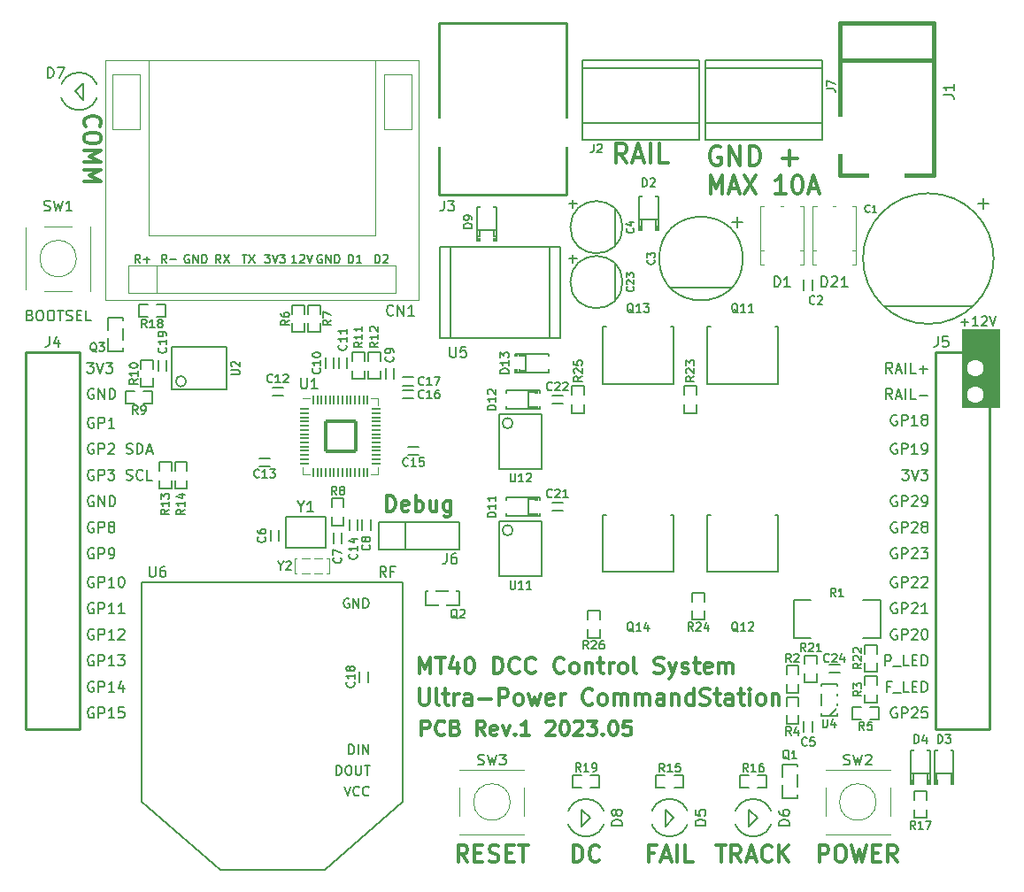
<source format=gto>
G04 #@! TF.GenerationSoftware,KiCad,Pcbnew,(6.0.11)*
G04 #@! TF.CreationDate,2023-05-10T01:59:27+09:00*
G04 #@! TF.ProjectId,RP2040CommandStation,52503230-3430-4436-9f6d-6d616e645374,rev?*
G04 #@! TF.SameCoordinates,PX6cb8080PY8d24d00*
G04 #@! TF.FileFunction,Legend,Top*
G04 #@! TF.FilePolarity,Positive*
%FSLAX46Y46*%
G04 Gerber Fmt 4.6, Leading zero omitted, Abs format (unit mm)*
G04 Created by KiCad (PCBNEW (6.0.11)) date 2023-05-10 01:59:27*
%MOMM*%
%LPD*%
G01*
G04 APERTURE LIST*
G04 Aperture macros list*
%AMRoundRect*
0 Rectangle with rounded corners*
0 $1 Rounding radius*
0 $2 $3 $4 $5 $6 $7 $8 $9 X,Y pos of 4 corners*
0 Add a 4 corners polygon primitive as box body*
4,1,4,$2,$3,$4,$5,$6,$7,$8,$9,$2,$3,0*
0 Add four circle primitives for the rounded corners*
1,1,$1+$1,$2,$3*
1,1,$1+$1,$4,$5*
1,1,$1+$1,$6,$7*
1,1,$1+$1,$8,$9*
0 Add four rect primitives between the rounded corners*
20,1,$1+$1,$2,$3,$4,$5,0*
20,1,$1+$1,$4,$5,$6,$7,0*
20,1,$1+$1,$6,$7,$8,$9,0*
20,1,$1+$1,$8,$9,$2,$3,0*%
G04 Aperture macros list end*
%ADD10C,0.100000*%
%ADD11C,0.200000*%
%ADD12C,0.320000*%
%ADD13C,0.180000*%
%ADD14C,0.350000*%
%ADD15C,0.330000*%
%ADD16C,0.300000*%
%ADD17C,0.140000*%
%ADD18C,0.150000*%
%ADD19C,0.203200*%
%ADD20C,0.120000*%
%ADD21C,0.381000*%
%ADD22C,0.250000*%
%ADD23C,2.000000*%
%ADD24R,0.900000X0.700000*%
%ADD25C,1.600000*%
%ADD26R,0.500000X0.550000*%
%ADD27C,1.400000*%
%ADD28R,1.600000X1.600000*%
%ADD29R,3.360000X4.860000*%
%ADD30R,1.390000X1.400000*%
%ADD31R,1.200000X0.850000*%
%ADD32C,1.524000*%
%ADD33C,7.000000*%
%ADD34R,3.500120X3.500120*%
%ADD35R,2.200000X3.600000*%
%ADD36C,2.500000*%
%ADD37C,2.700000*%
%ADD38R,1.000000X0.800000*%
%ADD39R,0.800000X1.000000*%
%ADD40R,1.500000X3.200000*%
%ADD41R,0.700000X0.900000*%
%ADD42C,1.700000*%
%ADD43R,1.400000X1.400000*%
%ADD44R,1.000000X0.700000*%
%ADD45R,1.400000X1.100000*%
%ADD46R,0.800000X1.300000*%
%ADD47RoundRect,0.050000X-0.387500X-0.050000X0.387500X-0.050000X0.387500X0.050000X-0.387500X0.050000X0*%
%ADD48RoundRect,0.050000X-0.050000X-0.387500X0.050000X-0.387500X0.050000X0.387500X-0.050000X0.387500X0*%
%ADD49RoundRect,0.144000X-1.456000X-1.456000X1.456000X-1.456000X1.456000X1.456000X-1.456000X1.456000X0*%
%ADD50R,0.550000X0.500000*%
%ADD51R,0.400000X1.900000*%
%ADD52R,0.850000X1.200000*%
%ADD53R,1.600000X3.000000*%
%ADD54R,6.000000X6.000000*%
%ADD55R,1.300000X0.800000*%
G04 APERTURE END LIST*
D10*
G36*
X208500000Y-103250000D02*
G01*
X205000000Y-103250000D01*
X205000000Y-95750000D01*
X208500000Y-95750000D01*
X208500000Y-103250000D01*
G37*
X208500000Y-103250000D02*
X205000000Y-103250000D01*
X205000000Y-95750000D01*
X208500000Y-95750000D01*
X208500000Y-103250000D01*
D11*
X121891904Y-129500000D02*
X121796666Y-129452380D01*
X121653809Y-129452380D01*
X121510952Y-129500000D01*
X121415714Y-129595238D01*
X121368095Y-129690476D01*
X121320476Y-129880952D01*
X121320476Y-130023809D01*
X121368095Y-130214285D01*
X121415714Y-130309523D01*
X121510952Y-130404761D01*
X121653809Y-130452380D01*
X121749047Y-130452380D01*
X121891904Y-130404761D01*
X121939523Y-130357142D01*
X121939523Y-130023809D01*
X121749047Y-130023809D01*
X122368095Y-130452380D02*
X122368095Y-129452380D01*
X122749047Y-129452380D01*
X122844285Y-129500000D01*
X122891904Y-129547619D01*
X122939523Y-129642857D01*
X122939523Y-129785714D01*
X122891904Y-129880952D01*
X122844285Y-129928571D01*
X122749047Y-129976190D01*
X122368095Y-129976190D01*
X123891904Y-130452380D02*
X123320476Y-130452380D01*
X123606190Y-130452380D02*
X123606190Y-129452380D01*
X123510952Y-129595238D01*
X123415714Y-129690476D01*
X123320476Y-129738095D01*
X124749047Y-129785714D02*
X124749047Y-130452380D01*
X124510952Y-129404761D02*
X124272857Y-130119047D01*
X124891904Y-130119047D01*
X121891904Y-127000000D02*
X121796666Y-126952380D01*
X121653809Y-126952380D01*
X121510952Y-127000000D01*
X121415714Y-127095238D01*
X121368095Y-127190476D01*
X121320476Y-127380952D01*
X121320476Y-127523809D01*
X121368095Y-127714285D01*
X121415714Y-127809523D01*
X121510952Y-127904761D01*
X121653809Y-127952380D01*
X121749047Y-127952380D01*
X121891904Y-127904761D01*
X121939523Y-127857142D01*
X121939523Y-127523809D01*
X121749047Y-127523809D01*
X122368095Y-127952380D02*
X122368095Y-126952380D01*
X122749047Y-126952380D01*
X122844285Y-127000000D01*
X122891904Y-127047619D01*
X122939523Y-127142857D01*
X122939523Y-127285714D01*
X122891904Y-127380952D01*
X122844285Y-127428571D01*
X122749047Y-127476190D01*
X122368095Y-127476190D01*
X123891904Y-127952380D02*
X123320476Y-127952380D01*
X123606190Y-127952380D02*
X123606190Y-126952380D01*
X123510952Y-127095238D01*
X123415714Y-127190476D01*
X123320476Y-127238095D01*
X124225238Y-126952380D02*
X124844285Y-126952380D01*
X124510952Y-127333333D01*
X124653809Y-127333333D01*
X124749047Y-127380952D01*
X124796666Y-127428571D01*
X124844285Y-127523809D01*
X124844285Y-127761904D01*
X124796666Y-127857142D01*
X124749047Y-127904761D01*
X124653809Y-127952380D01*
X124368095Y-127952380D01*
X124272857Y-127904761D01*
X124225238Y-127857142D01*
X121891904Y-124500000D02*
X121796666Y-124452380D01*
X121653809Y-124452380D01*
X121510952Y-124500000D01*
X121415714Y-124595238D01*
X121368095Y-124690476D01*
X121320476Y-124880952D01*
X121320476Y-125023809D01*
X121368095Y-125214285D01*
X121415714Y-125309523D01*
X121510952Y-125404761D01*
X121653809Y-125452380D01*
X121749047Y-125452380D01*
X121891904Y-125404761D01*
X121939523Y-125357142D01*
X121939523Y-125023809D01*
X121749047Y-125023809D01*
X122368095Y-125452380D02*
X122368095Y-124452380D01*
X122749047Y-124452380D01*
X122844285Y-124500000D01*
X122891904Y-124547619D01*
X122939523Y-124642857D01*
X122939523Y-124785714D01*
X122891904Y-124880952D01*
X122844285Y-124928571D01*
X122749047Y-124976190D01*
X122368095Y-124976190D01*
X123891904Y-125452380D02*
X123320476Y-125452380D01*
X123606190Y-125452380D02*
X123606190Y-124452380D01*
X123510952Y-124595238D01*
X123415714Y-124690476D01*
X123320476Y-124738095D01*
X124272857Y-124547619D02*
X124320476Y-124500000D01*
X124415714Y-124452380D01*
X124653809Y-124452380D01*
X124749047Y-124500000D01*
X124796666Y-124547619D01*
X124844285Y-124642857D01*
X124844285Y-124738095D01*
X124796666Y-124880952D01*
X124225238Y-125452380D01*
X124844285Y-125452380D01*
X121891904Y-122000000D02*
X121796666Y-121952380D01*
X121653809Y-121952380D01*
X121510952Y-122000000D01*
X121415714Y-122095238D01*
X121368095Y-122190476D01*
X121320476Y-122380952D01*
X121320476Y-122523809D01*
X121368095Y-122714285D01*
X121415714Y-122809523D01*
X121510952Y-122904761D01*
X121653809Y-122952380D01*
X121749047Y-122952380D01*
X121891904Y-122904761D01*
X121939523Y-122857142D01*
X121939523Y-122523809D01*
X121749047Y-122523809D01*
X122368095Y-122952380D02*
X122368095Y-121952380D01*
X122749047Y-121952380D01*
X122844285Y-122000000D01*
X122891904Y-122047619D01*
X122939523Y-122142857D01*
X122939523Y-122285714D01*
X122891904Y-122380952D01*
X122844285Y-122428571D01*
X122749047Y-122476190D01*
X122368095Y-122476190D01*
X123891904Y-122952380D02*
X123320476Y-122952380D01*
X123606190Y-122952380D02*
X123606190Y-121952380D01*
X123510952Y-122095238D01*
X123415714Y-122190476D01*
X123320476Y-122238095D01*
X124844285Y-122952380D02*
X124272857Y-122952380D01*
X124558571Y-122952380D02*
X124558571Y-121952380D01*
X124463333Y-122095238D01*
X124368095Y-122190476D01*
X124272857Y-122238095D01*
X121891904Y-119500000D02*
X121796666Y-119452380D01*
X121653809Y-119452380D01*
X121510952Y-119500000D01*
X121415714Y-119595238D01*
X121368095Y-119690476D01*
X121320476Y-119880952D01*
X121320476Y-120023809D01*
X121368095Y-120214285D01*
X121415714Y-120309523D01*
X121510952Y-120404761D01*
X121653809Y-120452380D01*
X121749047Y-120452380D01*
X121891904Y-120404761D01*
X121939523Y-120357142D01*
X121939523Y-120023809D01*
X121749047Y-120023809D01*
X122368095Y-120452380D02*
X122368095Y-119452380D01*
X122749047Y-119452380D01*
X122844285Y-119500000D01*
X122891904Y-119547619D01*
X122939523Y-119642857D01*
X122939523Y-119785714D01*
X122891904Y-119880952D01*
X122844285Y-119928571D01*
X122749047Y-119976190D01*
X122368095Y-119976190D01*
X123891904Y-120452380D02*
X123320476Y-120452380D01*
X123606190Y-120452380D02*
X123606190Y-119452380D01*
X123510952Y-119595238D01*
X123415714Y-119690476D01*
X123320476Y-119738095D01*
X124510952Y-119452380D02*
X124606190Y-119452380D01*
X124701428Y-119500000D01*
X124749047Y-119547619D01*
X124796666Y-119642857D01*
X124844285Y-119833333D01*
X124844285Y-120071428D01*
X124796666Y-120261904D01*
X124749047Y-120357142D01*
X124701428Y-120404761D01*
X124606190Y-120452380D01*
X124510952Y-120452380D01*
X124415714Y-120404761D01*
X124368095Y-120357142D01*
X124320476Y-120261904D01*
X124272857Y-120071428D01*
X124272857Y-119833333D01*
X124320476Y-119642857D01*
X124368095Y-119547619D01*
X124415714Y-119500000D01*
X124510952Y-119452380D01*
X121891904Y-116750000D02*
X121796666Y-116702380D01*
X121653809Y-116702380D01*
X121510952Y-116750000D01*
X121415714Y-116845238D01*
X121368095Y-116940476D01*
X121320476Y-117130952D01*
X121320476Y-117273809D01*
X121368095Y-117464285D01*
X121415714Y-117559523D01*
X121510952Y-117654761D01*
X121653809Y-117702380D01*
X121749047Y-117702380D01*
X121891904Y-117654761D01*
X121939523Y-117607142D01*
X121939523Y-117273809D01*
X121749047Y-117273809D01*
X122368095Y-117702380D02*
X122368095Y-116702380D01*
X122749047Y-116702380D01*
X122844285Y-116750000D01*
X122891904Y-116797619D01*
X122939523Y-116892857D01*
X122939523Y-117035714D01*
X122891904Y-117130952D01*
X122844285Y-117178571D01*
X122749047Y-117226190D01*
X122368095Y-117226190D01*
X123415714Y-117702380D02*
X123606190Y-117702380D01*
X123701428Y-117654761D01*
X123749047Y-117607142D01*
X123844285Y-117464285D01*
X123891904Y-117273809D01*
X123891904Y-116892857D01*
X123844285Y-116797619D01*
X123796666Y-116750000D01*
X123701428Y-116702380D01*
X123510952Y-116702380D01*
X123415714Y-116750000D01*
X123368095Y-116797619D01*
X123320476Y-116892857D01*
X123320476Y-117130952D01*
X123368095Y-117226190D01*
X123415714Y-117273809D01*
X123510952Y-117321428D01*
X123701428Y-117321428D01*
X123796666Y-117273809D01*
X123844285Y-117226190D01*
X123891904Y-117130952D01*
X121891904Y-114250000D02*
X121796666Y-114202380D01*
X121653809Y-114202380D01*
X121510952Y-114250000D01*
X121415714Y-114345238D01*
X121368095Y-114440476D01*
X121320476Y-114630952D01*
X121320476Y-114773809D01*
X121368095Y-114964285D01*
X121415714Y-115059523D01*
X121510952Y-115154761D01*
X121653809Y-115202380D01*
X121749047Y-115202380D01*
X121891904Y-115154761D01*
X121939523Y-115107142D01*
X121939523Y-114773809D01*
X121749047Y-114773809D01*
X122368095Y-115202380D02*
X122368095Y-114202380D01*
X122749047Y-114202380D01*
X122844285Y-114250000D01*
X122891904Y-114297619D01*
X122939523Y-114392857D01*
X122939523Y-114535714D01*
X122891904Y-114630952D01*
X122844285Y-114678571D01*
X122749047Y-114726190D01*
X122368095Y-114726190D01*
X123510952Y-114630952D02*
X123415714Y-114583333D01*
X123368095Y-114535714D01*
X123320476Y-114440476D01*
X123320476Y-114392857D01*
X123368095Y-114297619D01*
X123415714Y-114250000D01*
X123510952Y-114202380D01*
X123701428Y-114202380D01*
X123796666Y-114250000D01*
X123844285Y-114297619D01*
X123891904Y-114392857D01*
X123891904Y-114440476D01*
X123844285Y-114535714D01*
X123796666Y-114583333D01*
X123701428Y-114630952D01*
X123510952Y-114630952D01*
X123415714Y-114678571D01*
X123368095Y-114726190D01*
X123320476Y-114821428D01*
X123320476Y-115011904D01*
X123368095Y-115107142D01*
X123415714Y-115154761D01*
X123510952Y-115202380D01*
X123701428Y-115202380D01*
X123796666Y-115154761D01*
X123844285Y-115107142D01*
X123891904Y-115011904D01*
X123891904Y-114821428D01*
X123844285Y-114726190D01*
X123796666Y-114678571D01*
X123701428Y-114630952D01*
X121891904Y-111750000D02*
X121796666Y-111702380D01*
X121653809Y-111702380D01*
X121510952Y-111750000D01*
X121415714Y-111845238D01*
X121368095Y-111940476D01*
X121320476Y-112130952D01*
X121320476Y-112273809D01*
X121368095Y-112464285D01*
X121415714Y-112559523D01*
X121510952Y-112654761D01*
X121653809Y-112702380D01*
X121749047Y-112702380D01*
X121891904Y-112654761D01*
X121939523Y-112607142D01*
X121939523Y-112273809D01*
X121749047Y-112273809D01*
X122368095Y-112702380D02*
X122368095Y-111702380D01*
X122939523Y-112702380D01*
X122939523Y-111702380D01*
X123415714Y-112702380D02*
X123415714Y-111702380D01*
X123653809Y-111702380D01*
X123796666Y-111750000D01*
X123891904Y-111845238D01*
X123939523Y-111940476D01*
X123987142Y-112130952D01*
X123987142Y-112273809D01*
X123939523Y-112464285D01*
X123891904Y-112559523D01*
X123796666Y-112654761D01*
X123653809Y-112702380D01*
X123415714Y-112702380D01*
X121891904Y-109250000D02*
X121796666Y-109202380D01*
X121653809Y-109202380D01*
X121510952Y-109250000D01*
X121415714Y-109345238D01*
X121368095Y-109440476D01*
X121320476Y-109630952D01*
X121320476Y-109773809D01*
X121368095Y-109964285D01*
X121415714Y-110059523D01*
X121510952Y-110154761D01*
X121653809Y-110202380D01*
X121749047Y-110202380D01*
X121891904Y-110154761D01*
X121939523Y-110107142D01*
X121939523Y-109773809D01*
X121749047Y-109773809D01*
X122368095Y-110202380D02*
X122368095Y-109202380D01*
X122749047Y-109202380D01*
X122844285Y-109250000D01*
X122891904Y-109297619D01*
X122939523Y-109392857D01*
X122939523Y-109535714D01*
X122891904Y-109630952D01*
X122844285Y-109678571D01*
X122749047Y-109726190D01*
X122368095Y-109726190D01*
X123272857Y-109202380D02*
X123891904Y-109202380D01*
X123558571Y-109583333D01*
X123701428Y-109583333D01*
X123796666Y-109630952D01*
X123844285Y-109678571D01*
X123891904Y-109773809D01*
X123891904Y-110011904D01*
X123844285Y-110107142D01*
X123796666Y-110154761D01*
X123701428Y-110202380D01*
X123415714Y-110202380D01*
X123320476Y-110154761D01*
X123272857Y-110107142D01*
X125034761Y-110154761D02*
X125177619Y-110202380D01*
X125415714Y-110202380D01*
X125510952Y-110154761D01*
X125558571Y-110107142D01*
X125606190Y-110011904D01*
X125606190Y-109916666D01*
X125558571Y-109821428D01*
X125510952Y-109773809D01*
X125415714Y-109726190D01*
X125225238Y-109678571D01*
X125130000Y-109630952D01*
X125082380Y-109583333D01*
X125034761Y-109488095D01*
X125034761Y-109392857D01*
X125082380Y-109297619D01*
X125130000Y-109250000D01*
X125225238Y-109202380D01*
X125463333Y-109202380D01*
X125606190Y-109250000D01*
X126606190Y-110107142D02*
X126558571Y-110154761D01*
X126415714Y-110202380D01*
X126320476Y-110202380D01*
X126177619Y-110154761D01*
X126082380Y-110059523D01*
X126034761Y-109964285D01*
X125987142Y-109773809D01*
X125987142Y-109630952D01*
X126034761Y-109440476D01*
X126082380Y-109345238D01*
X126177619Y-109250000D01*
X126320476Y-109202380D01*
X126415714Y-109202380D01*
X126558571Y-109250000D01*
X126606190Y-109297619D01*
X127510952Y-110202380D02*
X127034761Y-110202380D01*
X127034761Y-109202380D01*
X121891904Y-106750000D02*
X121796666Y-106702380D01*
X121653809Y-106702380D01*
X121510952Y-106750000D01*
X121415714Y-106845238D01*
X121368095Y-106940476D01*
X121320476Y-107130952D01*
X121320476Y-107273809D01*
X121368095Y-107464285D01*
X121415714Y-107559523D01*
X121510952Y-107654761D01*
X121653809Y-107702380D01*
X121749047Y-107702380D01*
X121891904Y-107654761D01*
X121939523Y-107607142D01*
X121939523Y-107273809D01*
X121749047Y-107273809D01*
X122368095Y-107702380D02*
X122368095Y-106702380D01*
X122749047Y-106702380D01*
X122844285Y-106750000D01*
X122891904Y-106797619D01*
X122939523Y-106892857D01*
X122939523Y-107035714D01*
X122891904Y-107130952D01*
X122844285Y-107178571D01*
X122749047Y-107226190D01*
X122368095Y-107226190D01*
X123320476Y-106797619D02*
X123368095Y-106750000D01*
X123463333Y-106702380D01*
X123701428Y-106702380D01*
X123796666Y-106750000D01*
X123844285Y-106797619D01*
X123891904Y-106892857D01*
X123891904Y-106988095D01*
X123844285Y-107130952D01*
X123272857Y-107702380D01*
X123891904Y-107702380D01*
X125034761Y-107654761D02*
X125177619Y-107702380D01*
X125415714Y-107702380D01*
X125510952Y-107654761D01*
X125558571Y-107607142D01*
X125606190Y-107511904D01*
X125606190Y-107416666D01*
X125558571Y-107321428D01*
X125510952Y-107273809D01*
X125415714Y-107226190D01*
X125225238Y-107178571D01*
X125130000Y-107130952D01*
X125082380Y-107083333D01*
X125034761Y-106988095D01*
X125034761Y-106892857D01*
X125082380Y-106797619D01*
X125130000Y-106750000D01*
X125225238Y-106702380D01*
X125463333Y-106702380D01*
X125606190Y-106750000D01*
X126034761Y-107702380D02*
X126034761Y-106702380D01*
X126272857Y-106702380D01*
X126415714Y-106750000D01*
X126510952Y-106845238D01*
X126558571Y-106940476D01*
X126606190Y-107130952D01*
X126606190Y-107273809D01*
X126558571Y-107464285D01*
X126510952Y-107559523D01*
X126415714Y-107654761D01*
X126272857Y-107702380D01*
X126034761Y-107702380D01*
X126987142Y-107416666D02*
X127463333Y-107416666D01*
X126891904Y-107702380D02*
X127225238Y-106702380D01*
X127558571Y-107702380D01*
X121891904Y-104250000D02*
X121796666Y-104202380D01*
X121653809Y-104202380D01*
X121510952Y-104250000D01*
X121415714Y-104345238D01*
X121368095Y-104440476D01*
X121320476Y-104630952D01*
X121320476Y-104773809D01*
X121368095Y-104964285D01*
X121415714Y-105059523D01*
X121510952Y-105154761D01*
X121653809Y-105202380D01*
X121749047Y-105202380D01*
X121891904Y-105154761D01*
X121939523Y-105107142D01*
X121939523Y-104773809D01*
X121749047Y-104773809D01*
X122368095Y-105202380D02*
X122368095Y-104202380D01*
X122749047Y-104202380D01*
X122844285Y-104250000D01*
X122891904Y-104297619D01*
X122939523Y-104392857D01*
X122939523Y-104535714D01*
X122891904Y-104630952D01*
X122844285Y-104678571D01*
X122749047Y-104726190D01*
X122368095Y-104726190D01*
X123891904Y-105202380D02*
X123320476Y-105202380D01*
X123606190Y-105202380D02*
X123606190Y-104202380D01*
X123510952Y-104345238D01*
X123415714Y-104440476D01*
X123320476Y-104488095D01*
X121891904Y-101500000D02*
X121796666Y-101452380D01*
X121653809Y-101452380D01*
X121510952Y-101500000D01*
X121415714Y-101595238D01*
X121368095Y-101690476D01*
X121320476Y-101880952D01*
X121320476Y-102023809D01*
X121368095Y-102214285D01*
X121415714Y-102309523D01*
X121510952Y-102404761D01*
X121653809Y-102452380D01*
X121749047Y-102452380D01*
X121891904Y-102404761D01*
X121939523Y-102357142D01*
X121939523Y-102023809D01*
X121749047Y-102023809D01*
X122368095Y-102452380D02*
X122368095Y-101452380D01*
X122939523Y-102452380D01*
X122939523Y-101452380D01*
X123415714Y-102452380D02*
X123415714Y-101452380D01*
X123653809Y-101452380D01*
X123796666Y-101500000D01*
X123891904Y-101595238D01*
X123939523Y-101690476D01*
X123987142Y-101880952D01*
X123987142Y-102023809D01*
X123939523Y-102214285D01*
X123891904Y-102309523D01*
X123796666Y-102404761D01*
X123653809Y-102452380D01*
X123415714Y-102452380D01*
X121272857Y-98952380D02*
X121891904Y-98952380D01*
X121558571Y-99333333D01*
X121701428Y-99333333D01*
X121796666Y-99380952D01*
X121844285Y-99428571D01*
X121891904Y-99523809D01*
X121891904Y-99761904D01*
X121844285Y-99857142D01*
X121796666Y-99904761D01*
X121701428Y-99952380D01*
X121415714Y-99952380D01*
X121320476Y-99904761D01*
X121272857Y-99857142D01*
X122177619Y-98952380D02*
X122510952Y-99952380D01*
X122844285Y-98952380D01*
X123082380Y-98952380D02*
X123701428Y-98952380D01*
X123368095Y-99333333D01*
X123510952Y-99333333D01*
X123606190Y-99380952D01*
X123653809Y-99428571D01*
X123701428Y-99523809D01*
X123701428Y-99761904D01*
X123653809Y-99857142D01*
X123606190Y-99904761D01*
X123510952Y-99952380D01*
X123225238Y-99952380D01*
X123130000Y-99904761D01*
X123082380Y-99857142D01*
X198727142Y-132000000D02*
X198631904Y-131952380D01*
X198489047Y-131952380D01*
X198346190Y-132000000D01*
X198250952Y-132095238D01*
X198203333Y-132190476D01*
X198155714Y-132380952D01*
X198155714Y-132523809D01*
X198203333Y-132714285D01*
X198250952Y-132809523D01*
X198346190Y-132904761D01*
X198489047Y-132952380D01*
X198584285Y-132952380D01*
X198727142Y-132904761D01*
X198774761Y-132857142D01*
X198774761Y-132523809D01*
X198584285Y-132523809D01*
X199203333Y-132952380D02*
X199203333Y-131952380D01*
X199584285Y-131952380D01*
X199679523Y-132000000D01*
X199727142Y-132047619D01*
X199774761Y-132142857D01*
X199774761Y-132285714D01*
X199727142Y-132380952D01*
X199679523Y-132428571D01*
X199584285Y-132476190D01*
X199203333Y-132476190D01*
X200155714Y-132047619D02*
X200203333Y-132000000D01*
X200298571Y-131952380D01*
X200536666Y-131952380D01*
X200631904Y-132000000D01*
X200679523Y-132047619D01*
X200727142Y-132142857D01*
X200727142Y-132238095D01*
X200679523Y-132380952D01*
X200108095Y-132952380D01*
X200727142Y-132952380D01*
X201631904Y-131952380D02*
X201155714Y-131952380D01*
X201108095Y-132428571D01*
X201155714Y-132380952D01*
X201250952Y-132333333D01*
X201489047Y-132333333D01*
X201584285Y-132380952D01*
X201631904Y-132428571D01*
X201679523Y-132523809D01*
X201679523Y-132761904D01*
X201631904Y-132857142D01*
X201584285Y-132904761D01*
X201489047Y-132952380D01*
X201250952Y-132952380D01*
X201155714Y-132904761D01*
X201108095Y-132857142D01*
X198108095Y-129928571D02*
X197774761Y-129928571D01*
X197774761Y-130452380D02*
X197774761Y-129452380D01*
X198250952Y-129452380D01*
X198393809Y-130547619D02*
X199155714Y-130547619D01*
X199870000Y-130452380D02*
X199393809Y-130452380D01*
X199393809Y-129452380D01*
X200203333Y-129928571D02*
X200536666Y-129928571D01*
X200679523Y-130452380D02*
X200203333Y-130452380D01*
X200203333Y-129452380D01*
X200679523Y-129452380D01*
X201108095Y-130452380D02*
X201108095Y-129452380D01*
X201346190Y-129452380D01*
X201489047Y-129500000D01*
X201584285Y-129595238D01*
X201631904Y-129690476D01*
X201679523Y-129880952D01*
X201679523Y-130023809D01*
X201631904Y-130214285D01*
X201584285Y-130309523D01*
X201489047Y-130404761D01*
X201346190Y-130452380D01*
X201108095Y-130452380D01*
X197631904Y-127952380D02*
X197631904Y-126952380D01*
X198012857Y-126952380D01*
X198108095Y-127000000D01*
X198155714Y-127047619D01*
X198203333Y-127142857D01*
X198203333Y-127285714D01*
X198155714Y-127380952D01*
X198108095Y-127428571D01*
X198012857Y-127476190D01*
X197631904Y-127476190D01*
X198393809Y-128047619D02*
X199155714Y-128047619D01*
X199870000Y-127952380D02*
X199393809Y-127952380D01*
X199393809Y-126952380D01*
X200203333Y-127428571D02*
X200536666Y-127428571D01*
X200679523Y-127952380D02*
X200203333Y-127952380D01*
X200203333Y-126952380D01*
X200679523Y-126952380D01*
X201108095Y-127952380D02*
X201108095Y-126952380D01*
X201346190Y-126952380D01*
X201489047Y-127000000D01*
X201584285Y-127095238D01*
X201631904Y-127190476D01*
X201679523Y-127380952D01*
X201679523Y-127523809D01*
X201631904Y-127714285D01*
X201584285Y-127809523D01*
X201489047Y-127904761D01*
X201346190Y-127952380D01*
X201108095Y-127952380D01*
X198727142Y-124500000D02*
X198631904Y-124452380D01*
X198489047Y-124452380D01*
X198346190Y-124500000D01*
X198250952Y-124595238D01*
X198203333Y-124690476D01*
X198155714Y-124880952D01*
X198155714Y-125023809D01*
X198203333Y-125214285D01*
X198250952Y-125309523D01*
X198346190Y-125404761D01*
X198489047Y-125452380D01*
X198584285Y-125452380D01*
X198727142Y-125404761D01*
X198774761Y-125357142D01*
X198774761Y-125023809D01*
X198584285Y-125023809D01*
X199203333Y-125452380D02*
X199203333Y-124452380D01*
X199584285Y-124452380D01*
X199679523Y-124500000D01*
X199727142Y-124547619D01*
X199774761Y-124642857D01*
X199774761Y-124785714D01*
X199727142Y-124880952D01*
X199679523Y-124928571D01*
X199584285Y-124976190D01*
X199203333Y-124976190D01*
X200155714Y-124547619D02*
X200203333Y-124500000D01*
X200298571Y-124452380D01*
X200536666Y-124452380D01*
X200631904Y-124500000D01*
X200679523Y-124547619D01*
X200727142Y-124642857D01*
X200727142Y-124738095D01*
X200679523Y-124880952D01*
X200108095Y-125452380D01*
X200727142Y-125452380D01*
X201346190Y-124452380D02*
X201441428Y-124452380D01*
X201536666Y-124500000D01*
X201584285Y-124547619D01*
X201631904Y-124642857D01*
X201679523Y-124833333D01*
X201679523Y-125071428D01*
X201631904Y-125261904D01*
X201584285Y-125357142D01*
X201536666Y-125404761D01*
X201441428Y-125452380D01*
X201346190Y-125452380D01*
X201250952Y-125404761D01*
X201203333Y-125357142D01*
X201155714Y-125261904D01*
X201108095Y-125071428D01*
X201108095Y-124833333D01*
X201155714Y-124642857D01*
X201203333Y-124547619D01*
X201250952Y-124500000D01*
X201346190Y-124452380D01*
X198727142Y-122000000D02*
X198631904Y-121952380D01*
X198489047Y-121952380D01*
X198346190Y-122000000D01*
X198250952Y-122095238D01*
X198203333Y-122190476D01*
X198155714Y-122380952D01*
X198155714Y-122523809D01*
X198203333Y-122714285D01*
X198250952Y-122809523D01*
X198346190Y-122904761D01*
X198489047Y-122952380D01*
X198584285Y-122952380D01*
X198727142Y-122904761D01*
X198774761Y-122857142D01*
X198774761Y-122523809D01*
X198584285Y-122523809D01*
X199203333Y-122952380D02*
X199203333Y-121952380D01*
X199584285Y-121952380D01*
X199679523Y-122000000D01*
X199727142Y-122047619D01*
X199774761Y-122142857D01*
X199774761Y-122285714D01*
X199727142Y-122380952D01*
X199679523Y-122428571D01*
X199584285Y-122476190D01*
X199203333Y-122476190D01*
X200155714Y-122047619D02*
X200203333Y-122000000D01*
X200298571Y-121952380D01*
X200536666Y-121952380D01*
X200631904Y-122000000D01*
X200679523Y-122047619D01*
X200727142Y-122142857D01*
X200727142Y-122238095D01*
X200679523Y-122380952D01*
X200108095Y-122952380D01*
X200727142Y-122952380D01*
X201679523Y-122952380D02*
X201108095Y-122952380D01*
X201393809Y-122952380D02*
X201393809Y-121952380D01*
X201298571Y-122095238D01*
X201203333Y-122190476D01*
X201108095Y-122238095D01*
X198727142Y-119500000D02*
X198631904Y-119452380D01*
X198489047Y-119452380D01*
X198346190Y-119500000D01*
X198250952Y-119595238D01*
X198203333Y-119690476D01*
X198155714Y-119880952D01*
X198155714Y-120023809D01*
X198203333Y-120214285D01*
X198250952Y-120309523D01*
X198346190Y-120404761D01*
X198489047Y-120452380D01*
X198584285Y-120452380D01*
X198727142Y-120404761D01*
X198774761Y-120357142D01*
X198774761Y-120023809D01*
X198584285Y-120023809D01*
X199203333Y-120452380D02*
X199203333Y-119452380D01*
X199584285Y-119452380D01*
X199679523Y-119500000D01*
X199727142Y-119547619D01*
X199774761Y-119642857D01*
X199774761Y-119785714D01*
X199727142Y-119880952D01*
X199679523Y-119928571D01*
X199584285Y-119976190D01*
X199203333Y-119976190D01*
X200155714Y-119547619D02*
X200203333Y-119500000D01*
X200298571Y-119452380D01*
X200536666Y-119452380D01*
X200631904Y-119500000D01*
X200679523Y-119547619D01*
X200727142Y-119642857D01*
X200727142Y-119738095D01*
X200679523Y-119880952D01*
X200108095Y-120452380D01*
X200727142Y-120452380D01*
X201108095Y-119547619D02*
X201155714Y-119500000D01*
X201250952Y-119452380D01*
X201489047Y-119452380D01*
X201584285Y-119500000D01*
X201631904Y-119547619D01*
X201679523Y-119642857D01*
X201679523Y-119738095D01*
X201631904Y-119880952D01*
X201060476Y-120452380D01*
X201679523Y-120452380D01*
X198727142Y-116750000D02*
X198631904Y-116702380D01*
X198489047Y-116702380D01*
X198346190Y-116750000D01*
X198250952Y-116845238D01*
X198203333Y-116940476D01*
X198155714Y-117130952D01*
X198155714Y-117273809D01*
X198203333Y-117464285D01*
X198250952Y-117559523D01*
X198346190Y-117654761D01*
X198489047Y-117702380D01*
X198584285Y-117702380D01*
X198727142Y-117654761D01*
X198774761Y-117607142D01*
X198774761Y-117273809D01*
X198584285Y-117273809D01*
X199203333Y-117702380D02*
X199203333Y-116702380D01*
X199584285Y-116702380D01*
X199679523Y-116750000D01*
X199727142Y-116797619D01*
X199774761Y-116892857D01*
X199774761Y-117035714D01*
X199727142Y-117130952D01*
X199679523Y-117178571D01*
X199584285Y-117226190D01*
X199203333Y-117226190D01*
X200155714Y-116797619D02*
X200203333Y-116750000D01*
X200298571Y-116702380D01*
X200536666Y-116702380D01*
X200631904Y-116750000D01*
X200679523Y-116797619D01*
X200727142Y-116892857D01*
X200727142Y-116988095D01*
X200679523Y-117130952D01*
X200108095Y-117702380D01*
X200727142Y-117702380D01*
X201060476Y-116702380D02*
X201679523Y-116702380D01*
X201346190Y-117083333D01*
X201489047Y-117083333D01*
X201584285Y-117130952D01*
X201631904Y-117178571D01*
X201679523Y-117273809D01*
X201679523Y-117511904D01*
X201631904Y-117607142D01*
X201584285Y-117654761D01*
X201489047Y-117702380D01*
X201203333Y-117702380D01*
X201108095Y-117654761D01*
X201060476Y-117607142D01*
X198727142Y-114250000D02*
X198631904Y-114202380D01*
X198489047Y-114202380D01*
X198346190Y-114250000D01*
X198250952Y-114345238D01*
X198203333Y-114440476D01*
X198155714Y-114630952D01*
X198155714Y-114773809D01*
X198203333Y-114964285D01*
X198250952Y-115059523D01*
X198346190Y-115154761D01*
X198489047Y-115202380D01*
X198584285Y-115202380D01*
X198727142Y-115154761D01*
X198774761Y-115107142D01*
X198774761Y-114773809D01*
X198584285Y-114773809D01*
X199203333Y-115202380D02*
X199203333Y-114202380D01*
X199584285Y-114202380D01*
X199679523Y-114250000D01*
X199727142Y-114297619D01*
X199774761Y-114392857D01*
X199774761Y-114535714D01*
X199727142Y-114630952D01*
X199679523Y-114678571D01*
X199584285Y-114726190D01*
X199203333Y-114726190D01*
X200155714Y-114297619D02*
X200203333Y-114250000D01*
X200298571Y-114202380D01*
X200536666Y-114202380D01*
X200631904Y-114250000D01*
X200679523Y-114297619D01*
X200727142Y-114392857D01*
X200727142Y-114488095D01*
X200679523Y-114630952D01*
X200108095Y-115202380D01*
X200727142Y-115202380D01*
X201298571Y-114630952D02*
X201203333Y-114583333D01*
X201155714Y-114535714D01*
X201108095Y-114440476D01*
X201108095Y-114392857D01*
X201155714Y-114297619D01*
X201203333Y-114250000D01*
X201298571Y-114202380D01*
X201489047Y-114202380D01*
X201584285Y-114250000D01*
X201631904Y-114297619D01*
X201679523Y-114392857D01*
X201679523Y-114440476D01*
X201631904Y-114535714D01*
X201584285Y-114583333D01*
X201489047Y-114630952D01*
X201298571Y-114630952D01*
X201203333Y-114678571D01*
X201155714Y-114726190D01*
X201108095Y-114821428D01*
X201108095Y-115011904D01*
X201155714Y-115107142D01*
X201203333Y-115154761D01*
X201298571Y-115202380D01*
X201489047Y-115202380D01*
X201584285Y-115154761D01*
X201631904Y-115107142D01*
X201679523Y-115011904D01*
X201679523Y-114821428D01*
X201631904Y-114726190D01*
X201584285Y-114678571D01*
X201489047Y-114630952D01*
X198727142Y-111750000D02*
X198631904Y-111702380D01*
X198489047Y-111702380D01*
X198346190Y-111750000D01*
X198250952Y-111845238D01*
X198203333Y-111940476D01*
X198155714Y-112130952D01*
X198155714Y-112273809D01*
X198203333Y-112464285D01*
X198250952Y-112559523D01*
X198346190Y-112654761D01*
X198489047Y-112702380D01*
X198584285Y-112702380D01*
X198727142Y-112654761D01*
X198774761Y-112607142D01*
X198774761Y-112273809D01*
X198584285Y-112273809D01*
X199203333Y-112702380D02*
X199203333Y-111702380D01*
X199584285Y-111702380D01*
X199679523Y-111750000D01*
X199727142Y-111797619D01*
X199774761Y-111892857D01*
X199774761Y-112035714D01*
X199727142Y-112130952D01*
X199679523Y-112178571D01*
X199584285Y-112226190D01*
X199203333Y-112226190D01*
X200155714Y-111797619D02*
X200203333Y-111750000D01*
X200298571Y-111702380D01*
X200536666Y-111702380D01*
X200631904Y-111750000D01*
X200679523Y-111797619D01*
X200727142Y-111892857D01*
X200727142Y-111988095D01*
X200679523Y-112130952D01*
X200108095Y-112702380D01*
X200727142Y-112702380D01*
X201203333Y-112702380D02*
X201393809Y-112702380D01*
X201489047Y-112654761D01*
X201536666Y-112607142D01*
X201631904Y-112464285D01*
X201679523Y-112273809D01*
X201679523Y-111892857D01*
X201631904Y-111797619D01*
X201584285Y-111750000D01*
X201489047Y-111702380D01*
X201298571Y-111702380D01*
X201203333Y-111750000D01*
X201155714Y-111797619D01*
X201108095Y-111892857D01*
X201108095Y-112130952D01*
X201155714Y-112226190D01*
X201203333Y-112273809D01*
X201298571Y-112321428D01*
X201489047Y-112321428D01*
X201584285Y-112273809D01*
X201631904Y-112226190D01*
X201679523Y-112130952D01*
X199250952Y-109202380D02*
X199870000Y-109202380D01*
X199536666Y-109583333D01*
X199679523Y-109583333D01*
X199774761Y-109630952D01*
X199822380Y-109678571D01*
X199870000Y-109773809D01*
X199870000Y-110011904D01*
X199822380Y-110107142D01*
X199774761Y-110154761D01*
X199679523Y-110202380D01*
X199393809Y-110202380D01*
X199298571Y-110154761D01*
X199250952Y-110107142D01*
X200155714Y-109202380D02*
X200489047Y-110202380D01*
X200822380Y-109202380D01*
X201060476Y-109202380D02*
X201679523Y-109202380D01*
X201346190Y-109583333D01*
X201489047Y-109583333D01*
X201584285Y-109630952D01*
X201631904Y-109678571D01*
X201679523Y-109773809D01*
X201679523Y-110011904D01*
X201631904Y-110107142D01*
X201584285Y-110154761D01*
X201489047Y-110202380D01*
X201203333Y-110202380D01*
X201108095Y-110154761D01*
X201060476Y-110107142D01*
X198727142Y-106750000D02*
X198631904Y-106702380D01*
X198489047Y-106702380D01*
X198346190Y-106750000D01*
X198250952Y-106845238D01*
X198203333Y-106940476D01*
X198155714Y-107130952D01*
X198155714Y-107273809D01*
X198203333Y-107464285D01*
X198250952Y-107559523D01*
X198346190Y-107654761D01*
X198489047Y-107702380D01*
X198584285Y-107702380D01*
X198727142Y-107654761D01*
X198774761Y-107607142D01*
X198774761Y-107273809D01*
X198584285Y-107273809D01*
X199203333Y-107702380D02*
X199203333Y-106702380D01*
X199584285Y-106702380D01*
X199679523Y-106750000D01*
X199727142Y-106797619D01*
X199774761Y-106892857D01*
X199774761Y-107035714D01*
X199727142Y-107130952D01*
X199679523Y-107178571D01*
X199584285Y-107226190D01*
X199203333Y-107226190D01*
X200727142Y-107702380D02*
X200155714Y-107702380D01*
X200441428Y-107702380D02*
X200441428Y-106702380D01*
X200346190Y-106845238D01*
X200250952Y-106940476D01*
X200155714Y-106988095D01*
X201203333Y-107702380D02*
X201393809Y-107702380D01*
X201489047Y-107654761D01*
X201536666Y-107607142D01*
X201631904Y-107464285D01*
X201679523Y-107273809D01*
X201679523Y-106892857D01*
X201631904Y-106797619D01*
X201584285Y-106750000D01*
X201489047Y-106702380D01*
X201298571Y-106702380D01*
X201203333Y-106750000D01*
X201155714Y-106797619D01*
X201108095Y-106892857D01*
X201108095Y-107130952D01*
X201155714Y-107226190D01*
X201203333Y-107273809D01*
X201298571Y-107321428D01*
X201489047Y-107321428D01*
X201584285Y-107273809D01*
X201631904Y-107226190D01*
X201679523Y-107130952D01*
X198727142Y-104000000D02*
X198631904Y-103952380D01*
X198489047Y-103952380D01*
X198346190Y-104000000D01*
X198250952Y-104095238D01*
X198203333Y-104190476D01*
X198155714Y-104380952D01*
X198155714Y-104523809D01*
X198203333Y-104714285D01*
X198250952Y-104809523D01*
X198346190Y-104904761D01*
X198489047Y-104952380D01*
X198584285Y-104952380D01*
X198727142Y-104904761D01*
X198774761Y-104857142D01*
X198774761Y-104523809D01*
X198584285Y-104523809D01*
X199203333Y-104952380D02*
X199203333Y-103952380D01*
X199584285Y-103952380D01*
X199679523Y-104000000D01*
X199727142Y-104047619D01*
X199774761Y-104142857D01*
X199774761Y-104285714D01*
X199727142Y-104380952D01*
X199679523Y-104428571D01*
X199584285Y-104476190D01*
X199203333Y-104476190D01*
X200727142Y-104952380D02*
X200155714Y-104952380D01*
X200441428Y-104952380D02*
X200441428Y-103952380D01*
X200346190Y-104095238D01*
X200250952Y-104190476D01*
X200155714Y-104238095D01*
X201298571Y-104380952D02*
X201203333Y-104333333D01*
X201155714Y-104285714D01*
X201108095Y-104190476D01*
X201108095Y-104142857D01*
X201155714Y-104047619D01*
X201203333Y-104000000D01*
X201298571Y-103952380D01*
X201489047Y-103952380D01*
X201584285Y-104000000D01*
X201631904Y-104047619D01*
X201679523Y-104142857D01*
X201679523Y-104190476D01*
X201631904Y-104285714D01*
X201584285Y-104333333D01*
X201489047Y-104380952D01*
X201298571Y-104380952D01*
X201203333Y-104428571D01*
X201155714Y-104476190D01*
X201108095Y-104571428D01*
X201108095Y-104761904D01*
X201155714Y-104857142D01*
X201203333Y-104904761D01*
X201298571Y-104952380D01*
X201489047Y-104952380D01*
X201584285Y-104904761D01*
X201631904Y-104857142D01*
X201679523Y-104761904D01*
X201679523Y-104571428D01*
X201631904Y-104476190D01*
X201584285Y-104428571D01*
X201489047Y-104380952D01*
X198298571Y-102452380D02*
X197965238Y-101976190D01*
X197727142Y-102452380D02*
X197727142Y-101452380D01*
X198108095Y-101452380D01*
X198203333Y-101500000D01*
X198250952Y-101547619D01*
X198298571Y-101642857D01*
X198298571Y-101785714D01*
X198250952Y-101880952D01*
X198203333Y-101928571D01*
X198108095Y-101976190D01*
X197727142Y-101976190D01*
X198679523Y-102166666D02*
X199155714Y-102166666D01*
X198584285Y-102452380D02*
X198917619Y-101452380D01*
X199250952Y-102452380D01*
X199584285Y-102452380D02*
X199584285Y-101452380D01*
X200536666Y-102452380D02*
X200060476Y-102452380D01*
X200060476Y-101452380D01*
X200870000Y-102071428D02*
X201631904Y-102071428D01*
X198298571Y-99952380D02*
X197965238Y-99476190D01*
X197727142Y-99952380D02*
X197727142Y-98952380D01*
X198108095Y-98952380D01*
X198203333Y-99000000D01*
X198250952Y-99047619D01*
X198298571Y-99142857D01*
X198298571Y-99285714D01*
X198250952Y-99380952D01*
X198203333Y-99428571D01*
X198108095Y-99476190D01*
X197727142Y-99476190D01*
X198679523Y-99666666D02*
X199155714Y-99666666D01*
X198584285Y-99952380D02*
X198917619Y-98952380D01*
X199250952Y-99952380D01*
X199584285Y-99952380D02*
X199584285Y-98952380D01*
X200536666Y-99952380D02*
X200060476Y-99952380D01*
X200060476Y-98952380D01*
X200870000Y-99571428D02*
X201631904Y-99571428D01*
X201250952Y-99952380D02*
X201250952Y-99190476D01*
D12*
X191304761Y-146723809D02*
X191304761Y-145123809D01*
X191914285Y-145123809D01*
X192066666Y-145200000D01*
X192142857Y-145276190D01*
X192219047Y-145428571D01*
X192219047Y-145657142D01*
X192142857Y-145809523D01*
X192066666Y-145885714D01*
X191914285Y-145961904D01*
X191304761Y-145961904D01*
X193209523Y-145123809D02*
X193514285Y-145123809D01*
X193666666Y-145200000D01*
X193819047Y-145352380D01*
X193895238Y-145657142D01*
X193895238Y-146190476D01*
X193819047Y-146495238D01*
X193666666Y-146647619D01*
X193514285Y-146723809D01*
X193209523Y-146723809D01*
X193057142Y-146647619D01*
X192904761Y-146495238D01*
X192828571Y-146190476D01*
X192828571Y-145657142D01*
X192904761Y-145352380D01*
X193057142Y-145200000D01*
X193209523Y-145123809D01*
X194428571Y-145123809D02*
X194809523Y-146723809D01*
X195114285Y-145580952D01*
X195419047Y-146723809D01*
X195800000Y-145123809D01*
X196409523Y-145885714D02*
X196942857Y-145885714D01*
X197171428Y-146723809D02*
X196409523Y-146723809D01*
X196409523Y-145123809D01*
X197171428Y-145123809D01*
X198771428Y-146723809D02*
X198238095Y-145961904D01*
X197857142Y-146723809D02*
X197857142Y-145123809D01*
X198466666Y-145123809D01*
X198619047Y-145200000D01*
X198695238Y-145276190D01*
X198771428Y-145428571D01*
X198771428Y-145657142D01*
X198695238Y-145809523D01*
X198619047Y-145885714D01*
X198466666Y-145961904D01*
X197857142Y-145961904D01*
X181457142Y-145123809D02*
X182371428Y-145123809D01*
X181914285Y-146723809D02*
X181914285Y-145123809D01*
X183819047Y-146723809D02*
X183285714Y-145961904D01*
X182904761Y-146723809D02*
X182904761Y-145123809D01*
X183514285Y-145123809D01*
X183666666Y-145200000D01*
X183742857Y-145276190D01*
X183819047Y-145428571D01*
X183819047Y-145657142D01*
X183742857Y-145809523D01*
X183666666Y-145885714D01*
X183514285Y-145961904D01*
X182904761Y-145961904D01*
X184428571Y-146266666D02*
X185190476Y-146266666D01*
X184276190Y-146723809D02*
X184809523Y-145123809D01*
X185342857Y-146723809D01*
X186790476Y-146571428D02*
X186714285Y-146647619D01*
X186485714Y-146723809D01*
X186333333Y-146723809D01*
X186104761Y-146647619D01*
X185952380Y-146495238D01*
X185876190Y-146342857D01*
X185800000Y-146038095D01*
X185800000Y-145809523D01*
X185876190Y-145504761D01*
X185952380Y-145352380D01*
X186104761Y-145200000D01*
X186333333Y-145123809D01*
X186485714Y-145123809D01*
X186714285Y-145200000D01*
X186790476Y-145276190D01*
X187476190Y-146723809D02*
X187476190Y-145123809D01*
X188390476Y-146723809D02*
X187704761Y-145809523D01*
X188390476Y-145123809D02*
X187476190Y-146038095D01*
X175514285Y-145885714D02*
X174980952Y-145885714D01*
X174980952Y-146723809D02*
X174980952Y-145123809D01*
X175742857Y-145123809D01*
X176276190Y-146266666D02*
X177038095Y-146266666D01*
X176123809Y-146723809D02*
X176657142Y-145123809D01*
X177190476Y-146723809D01*
X177723809Y-146723809D02*
X177723809Y-145123809D01*
X179247619Y-146723809D02*
X178485714Y-146723809D01*
X178485714Y-145123809D01*
X121178571Y-76328571D02*
X121102380Y-76252380D01*
X121026190Y-76023809D01*
X121026190Y-75871428D01*
X121102380Y-75642857D01*
X121254761Y-75490476D01*
X121407142Y-75414285D01*
X121711904Y-75338095D01*
X121940476Y-75338095D01*
X122245238Y-75414285D01*
X122397619Y-75490476D01*
X122550000Y-75642857D01*
X122626190Y-75871428D01*
X122626190Y-76023809D01*
X122550000Y-76252380D01*
X122473809Y-76328571D01*
X122626190Y-77319047D02*
X122626190Y-77623809D01*
X122550000Y-77776190D01*
X122397619Y-77928571D01*
X122092857Y-78004761D01*
X121559523Y-78004761D01*
X121254761Y-77928571D01*
X121102380Y-77776190D01*
X121026190Y-77623809D01*
X121026190Y-77319047D01*
X121102380Y-77166666D01*
X121254761Y-77014285D01*
X121559523Y-76938095D01*
X122092857Y-76938095D01*
X122397619Y-77014285D01*
X122550000Y-77166666D01*
X122626190Y-77319047D01*
X121026190Y-78690476D02*
X122626190Y-78690476D01*
X121483333Y-79223809D01*
X122626190Y-79757142D01*
X121026190Y-79757142D01*
X121026190Y-80519047D02*
X122626190Y-80519047D01*
X121483333Y-81052380D01*
X122626190Y-81585714D01*
X121026190Y-81585714D01*
D13*
X146325857Y-136407142D02*
X146325857Y-135507142D01*
X146540142Y-135507142D01*
X146668714Y-135550000D01*
X146754428Y-135635714D01*
X146797285Y-135721428D01*
X146840142Y-135892857D01*
X146840142Y-136021428D01*
X146797285Y-136192857D01*
X146754428Y-136278571D01*
X146668714Y-136364285D01*
X146540142Y-136407142D01*
X146325857Y-136407142D01*
X147225857Y-136407142D02*
X147225857Y-135507142D01*
X147654428Y-136407142D02*
X147654428Y-135507142D01*
X148168714Y-136407142D01*
X148168714Y-135507142D01*
X146325857Y-121550000D02*
X146240142Y-121507142D01*
X146111571Y-121507142D01*
X145983000Y-121550000D01*
X145897285Y-121635714D01*
X145854428Y-121721428D01*
X145811571Y-121892857D01*
X145811571Y-122021428D01*
X145854428Y-122192857D01*
X145897285Y-122278571D01*
X145983000Y-122364285D01*
X146111571Y-122407142D01*
X146197285Y-122407142D01*
X146325857Y-122364285D01*
X146368714Y-122321428D01*
X146368714Y-122021428D01*
X146197285Y-122021428D01*
X146754428Y-122407142D02*
X146754428Y-121507142D01*
X147268714Y-122407142D01*
X147268714Y-121507142D01*
X147697285Y-122407142D02*
X147697285Y-121507142D01*
X147911571Y-121507142D01*
X148040142Y-121550000D01*
X148125857Y-121635714D01*
X148168714Y-121721428D01*
X148211571Y-121892857D01*
X148211571Y-122021428D01*
X148168714Y-122192857D01*
X148125857Y-122278571D01*
X148040142Y-122364285D01*
X147911571Y-122407142D01*
X147697285Y-122407142D01*
X145897285Y-139507142D02*
X146197285Y-140407142D01*
X146497285Y-139507142D01*
X147311571Y-140321428D02*
X147268714Y-140364285D01*
X147140142Y-140407142D01*
X147054428Y-140407142D01*
X146925857Y-140364285D01*
X146840142Y-140278571D01*
X146797285Y-140192857D01*
X146754428Y-140021428D01*
X146754428Y-139892857D01*
X146797285Y-139721428D01*
X146840142Y-139635714D01*
X146925857Y-139550000D01*
X147054428Y-139507142D01*
X147140142Y-139507142D01*
X147268714Y-139550000D01*
X147311571Y-139592857D01*
X148211571Y-140321428D02*
X148168714Y-140364285D01*
X148040142Y-140407142D01*
X147954428Y-140407142D01*
X147825857Y-140364285D01*
X147740142Y-140278571D01*
X147697285Y-140192857D01*
X147654428Y-140021428D01*
X147654428Y-139892857D01*
X147697285Y-139721428D01*
X147740142Y-139635714D01*
X147825857Y-139550000D01*
X147954428Y-139507142D01*
X148040142Y-139507142D01*
X148168714Y-139550000D01*
X148211571Y-139592857D01*
D14*
X187814285Y-79378571D02*
X189185714Y-79378571D01*
X188500000Y-80064285D02*
X188500000Y-78692857D01*
X181878571Y-78350000D02*
X181707142Y-78264285D01*
X181450000Y-78264285D01*
X181192857Y-78350000D01*
X181021428Y-78521428D01*
X180935714Y-78692857D01*
X180850000Y-79035714D01*
X180850000Y-79292857D01*
X180935714Y-79635714D01*
X181021428Y-79807142D01*
X181192857Y-79978571D01*
X181450000Y-80064285D01*
X181621428Y-80064285D01*
X181878571Y-79978571D01*
X181964285Y-79892857D01*
X181964285Y-79292857D01*
X181621428Y-79292857D01*
X182735714Y-80064285D02*
X182735714Y-78264285D01*
X183764285Y-80064285D01*
X183764285Y-78264285D01*
X184621428Y-80064285D02*
X184621428Y-78264285D01*
X185050000Y-78264285D01*
X185307142Y-78350000D01*
X185478571Y-78521428D01*
X185564285Y-78692857D01*
X185650000Y-79035714D01*
X185650000Y-79292857D01*
X185564285Y-79635714D01*
X185478571Y-79807142D01*
X185307142Y-79978571D01*
X185050000Y-80064285D01*
X184621428Y-80064285D01*
D13*
X115809523Y-94428571D02*
X115952380Y-94476190D01*
X116000000Y-94523809D01*
X116047619Y-94619047D01*
X116047619Y-94761904D01*
X116000000Y-94857142D01*
X115952380Y-94904761D01*
X115857142Y-94952380D01*
X115476190Y-94952380D01*
X115476190Y-93952380D01*
X115809523Y-93952380D01*
X115904761Y-94000000D01*
X115952380Y-94047619D01*
X116000000Y-94142857D01*
X116000000Y-94238095D01*
X115952380Y-94333333D01*
X115904761Y-94380952D01*
X115809523Y-94428571D01*
X115476190Y-94428571D01*
X116666666Y-93952380D02*
X116857142Y-93952380D01*
X116952380Y-94000000D01*
X117047619Y-94095238D01*
X117095238Y-94285714D01*
X117095238Y-94619047D01*
X117047619Y-94809523D01*
X116952380Y-94904761D01*
X116857142Y-94952380D01*
X116666666Y-94952380D01*
X116571428Y-94904761D01*
X116476190Y-94809523D01*
X116428571Y-94619047D01*
X116428571Y-94285714D01*
X116476190Y-94095238D01*
X116571428Y-94000000D01*
X116666666Y-93952380D01*
X117714285Y-93952380D02*
X117904761Y-93952380D01*
X118000000Y-94000000D01*
X118095238Y-94095238D01*
X118142857Y-94285714D01*
X118142857Y-94619047D01*
X118095238Y-94809523D01*
X118000000Y-94904761D01*
X117904761Y-94952380D01*
X117714285Y-94952380D01*
X117619047Y-94904761D01*
X117523809Y-94809523D01*
X117476190Y-94619047D01*
X117476190Y-94285714D01*
X117523809Y-94095238D01*
X117619047Y-94000000D01*
X117714285Y-93952380D01*
X118428571Y-93952380D02*
X119000000Y-93952380D01*
X118714285Y-94952380D02*
X118714285Y-93952380D01*
X119285714Y-94904761D02*
X119428571Y-94952380D01*
X119666666Y-94952380D01*
X119761904Y-94904761D01*
X119809523Y-94857142D01*
X119857142Y-94761904D01*
X119857142Y-94666666D01*
X119809523Y-94571428D01*
X119761904Y-94523809D01*
X119666666Y-94476190D01*
X119476190Y-94428571D01*
X119380952Y-94380952D01*
X119333333Y-94333333D01*
X119285714Y-94238095D01*
X119285714Y-94142857D01*
X119333333Y-94047619D01*
X119380952Y-94000000D01*
X119476190Y-93952380D01*
X119714285Y-93952380D01*
X119857142Y-94000000D01*
X120285714Y-94428571D02*
X120619047Y-94428571D01*
X120761904Y-94952380D02*
X120285714Y-94952380D01*
X120285714Y-93952380D01*
X120761904Y-93952380D01*
X121666666Y-94952380D02*
X121190476Y-94952380D01*
X121190476Y-93952380D01*
D15*
X153083547Y-130151190D02*
X153083547Y-131405952D01*
X153157357Y-131553571D01*
X153231166Y-131627380D01*
X153378785Y-131701190D01*
X153674023Y-131701190D01*
X153821642Y-131627380D01*
X153895452Y-131553571D01*
X153969261Y-131405952D01*
X153969261Y-130151190D01*
X154928785Y-131701190D02*
X154781166Y-131627380D01*
X154707357Y-131479761D01*
X154707357Y-130151190D01*
X155297833Y-130667857D02*
X155888309Y-130667857D01*
X155519261Y-130151190D02*
X155519261Y-131479761D01*
X155593071Y-131627380D01*
X155740690Y-131701190D01*
X155888309Y-131701190D01*
X156404976Y-131701190D02*
X156404976Y-130667857D01*
X156404976Y-130963095D02*
X156478785Y-130815476D01*
X156552595Y-130741666D01*
X156700214Y-130667857D01*
X156847833Y-130667857D01*
X158028785Y-131701190D02*
X158028785Y-130889285D01*
X157954976Y-130741666D01*
X157807357Y-130667857D01*
X157512119Y-130667857D01*
X157364500Y-130741666D01*
X158028785Y-131627380D02*
X157881166Y-131701190D01*
X157512119Y-131701190D01*
X157364500Y-131627380D01*
X157290690Y-131479761D01*
X157290690Y-131332142D01*
X157364500Y-131184523D01*
X157512119Y-131110714D01*
X157881166Y-131110714D01*
X158028785Y-131036904D01*
X158766880Y-131110714D02*
X159947833Y-131110714D01*
X160685928Y-131701190D02*
X160685928Y-130151190D01*
X161276404Y-130151190D01*
X161424023Y-130225000D01*
X161497833Y-130298809D01*
X161571642Y-130446428D01*
X161571642Y-130667857D01*
X161497833Y-130815476D01*
X161424023Y-130889285D01*
X161276404Y-130963095D01*
X160685928Y-130963095D01*
X162457357Y-131701190D02*
X162309738Y-131627380D01*
X162235928Y-131553571D01*
X162162119Y-131405952D01*
X162162119Y-130963095D01*
X162235928Y-130815476D01*
X162309738Y-130741666D01*
X162457357Y-130667857D01*
X162678785Y-130667857D01*
X162826404Y-130741666D01*
X162900214Y-130815476D01*
X162974023Y-130963095D01*
X162974023Y-131405952D01*
X162900214Y-131553571D01*
X162826404Y-131627380D01*
X162678785Y-131701190D01*
X162457357Y-131701190D01*
X163490690Y-130667857D02*
X163785928Y-131701190D01*
X164081166Y-130963095D01*
X164376404Y-131701190D01*
X164671642Y-130667857D01*
X165852595Y-131627380D02*
X165704976Y-131701190D01*
X165409738Y-131701190D01*
X165262119Y-131627380D01*
X165188309Y-131479761D01*
X165188309Y-130889285D01*
X165262119Y-130741666D01*
X165409738Y-130667857D01*
X165704976Y-130667857D01*
X165852595Y-130741666D01*
X165926404Y-130889285D01*
X165926404Y-131036904D01*
X165188309Y-131184523D01*
X166590690Y-131701190D02*
X166590690Y-130667857D01*
X166590690Y-130963095D02*
X166664500Y-130815476D01*
X166738309Y-130741666D01*
X166885928Y-130667857D01*
X167033547Y-130667857D01*
X169616880Y-131553571D02*
X169543071Y-131627380D01*
X169321642Y-131701190D01*
X169174023Y-131701190D01*
X168952595Y-131627380D01*
X168804976Y-131479761D01*
X168731166Y-131332142D01*
X168657357Y-131036904D01*
X168657357Y-130815476D01*
X168731166Y-130520238D01*
X168804976Y-130372619D01*
X168952595Y-130225000D01*
X169174023Y-130151190D01*
X169321642Y-130151190D01*
X169543071Y-130225000D01*
X169616880Y-130298809D01*
X170502595Y-131701190D02*
X170354976Y-131627380D01*
X170281166Y-131553571D01*
X170207357Y-131405952D01*
X170207357Y-130963095D01*
X170281166Y-130815476D01*
X170354976Y-130741666D01*
X170502595Y-130667857D01*
X170724023Y-130667857D01*
X170871642Y-130741666D01*
X170945452Y-130815476D01*
X171019261Y-130963095D01*
X171019261Y-131405952D01*
X170945452Y-131553571D01*
X170871642Y-131627380D01*
X170724023Y-131701190D01*
X170502595Y-131701190D01*
X171683547Y-131701190D02*
X171683547Y-130667857D01*
X171683547Y-130815476D02*
X171757357Y-130741666D01*
X171904976Y-130667857D01*
X172126404Y-130667857D01*
X172274023Y-130741666D01*
X172347833Y-130889285D01*
X172347833Y-131701190D01*
X172347833Y-130889285D02*
X172421642Y-130741666D01*
X172569261Y-130667857D01*
X172790690Y-130667857D01*
X172938309Y-130741666D01*
X173012119Y-130889285D01*
X173012119Y-131701190D01*
X173750214Y-131701190D02*
X173750214Y-130667857D01*
X173750214Y-130815476D02*
X173824023Y-130741666D01*
X173971642Y-130667857D01*
X174193071Y-130667857D01*
X174340690Y-130741666D01*
X174414500Y-130889285D01*
X174414500Y-131701190D01*
X174414500Y-130889285D02*
X174488309Y-130741666D01*
X174635928Y-130667857D01*
X174857357Y-130667857D01*
X175004976Y-130741666D01*
X175078785Y-130889285D01*
X175078785Y-131701190D01*
X176481166Y-131701190D02*
X176481166Y-130889285D01*
X176407357Y-130741666D01*
X176259738Y-130667857D01*
X175964500Y-130667857D01*
X175816880Y-130741666D01*
X176481166Y-131627380D02*
X176333547Y-131701190D01*
X175964500Y-131701190D01*
X175816880Y-131627380D01*
X175743071Y-131479761D01*
X175743071Y-131332142D01*
X175816880Y-131184523D01*
X175964500Y-131110714D01*
X176333547Y-131110714D01*
X176481166Y-131036904D01*
X177219261Y-130667857D02*
X177219261Y-131701190D01*
X177219261Y-130815476D02*
X177293071Y-130741666D01*
X177440690Y-130667857D01*
X177662119Y-130667857D01*
X177809738Y-130741666D01*
X177883547Y-130889285D01*
X177883547Y-131701190D01*
X179285928Y-131701190D02*
X179285928Y-130151190D01*
X179285928Y-131627380D02*
X179138309Y-131701190D01*
X178843071Y-131701190D01*
X178695452Y-131627380D01*
X178621642Y-131553571D01*
X178547833Y-131405952D01*
X178547833Y-130963095D01*
X178621642Y-130815476D01*
X178695452Y-130741666D01*
X178843071Y-130667857D01*
X179138309Y-130667857D01*
X179285928Y-130741666D01*
X179950214Y-131627380D02*
X180171642Y-131701190D01*
X180540690Y-131701190D01*
X180688309Y-131627380D01*
X180762119Y-131553571D01*
X180835928Y-131405952D01*
X180835928Y-131258333D01*
X180762119Y-131110714D01*
X180688309Y-131036904D01*
X180540690Y-130963095D01*
X180245452Y-130889285D01*
X180097833Y-130815476D01*
X180024023Y-130741666D01*
X179950214Y-130594047D01*
X179950214Y-130446428D01*
X180024023Y-130298809D01*
X180097833Y-130225000D01*
X180245452Y-130151190D01*
X180614500Y-130151190D01*
X180835928Y-130225000D01*
X181278785Y-130667857D02*
X181869261Y-130667857D01*
X181500214Y-130151190D02*
X181500214Y-131479761D01*
X181574023Y-131627380D01*
X181721642Y-131701190D01*
X181869261Y-131701190D01*
X183050214Y-131701190D02*
X183050214Y-130889285D01*
X182976404Y-130741666D01*
X182828785Y-130667857D01*
X182533547Y-130667857D01*
X182385928Y-130741666D01*
X183050214Y-131627380D02*
X182902595Y-131701190D01*
X182533547Y-131701190D01*
X182385928Y-131627380D01*
X182312119Y-131479761D01*
X182312119Y-131332142D01*
X182385928Y-131184523D01*
X182533547Y-131110714D01*
X182902595Y-131110714D01*
X183050214Y-131036904D01*
X183566880Y-130667857D02*
X184157357Y-130667857D01*
X183788309Y-130151190D02*
X183788309Y-131479761D01*
X183862119Y-131627380D01*
X184009738Y-131701190D01*
X184157357Y-131701190D01*
X184674023Y-131701190D02*
X184674023Y-130667857D01*
X184674023Y-130151190D02*
X184600214Y-130225000D01*
X184674023Y-130298809D01*
X184747833Y-130225000D01*
X184674023Y-130151190D01*
X184674023Y-130298809D01*
X185633547Y-131701190D02*
X185485928Y-131627380D01*
X185412119Y-131553571D01*
X185338309Y-131405952D01*
X185338309Y-130963095D01*
X185412119Y-130815476D01*
X185485928Y-130741666D01*
X185633547Y-130667857D01*
X185854976Y-130667857D01*
X186002595Y-130741666D01*
X186076404Y-130815476D01*
X186150214Y-130963095D01*
X186150214Y-131405952D01*
X186076404Y-131553571D01*
X186002595Y-131627380D01*
X185854976Y-131701190D01*
X185633547Y-131701190D01*
X186814500Y-130667857D02*
X186814500Y-131701190D01*
X186814500Y-130815476D02*
X186888309Y-130741666D01*
X187035928Y-130667857D01*
X187257357Y-130667857D01*
X187404976Y-130741666D01*
X187478785Y-130889285D01*
X187478785Y-131701190D01*
X153083547Y-128701190D02*
X153083547Y-127151190D01*
X153600214Y-128258333D01*
X154116880Y-127151190D01*
X154116880Y-128701190D01*
X154633547Y-127151190D02*
X155519261Y-127151190D01*
X155076404Y-128701190D02*
X155076404Y-127151190D01*
X156700214Y-127667857D02*
X156700214Y-128701190D01*
X156331166Y-127077380D02*
X155962119Y-128184523D01*
X156921642Y-128184523D01*
X157807357Y-127151190D02*
X157954976Y-127151190D01*
X158102595Y-127225000D01*
X158176404Y-127298809D01*
X158250214Y-127446428D01*
X158324023Y-127741666D01*
X158324023Y-128110714D01*
X158250214Y-128405952D01*
X158176404Y-128553571D01*
X158102595Y-128627380D01*
X157954976Y-128701190D01*
X157807357Y-128701190D01*
X157659738Y-128627380D01*
X157585928Y-128553571D01*
X157512119Y-128405952D01*
X157438309Y-128110714D01*
X157438309Y-127741666D01*
X157512119Y-127446428D01*
X157585928Y-127298809D01*
X157659738Y-127225000D01*
X157807357Y-127151190D01*
X160169261Y-128701190D02*
X160169261Y-127151190D01*
X160538309Y-127151190D01*
X160759738Y-127225000D01*
X160907357Y-127372619D01*
X160981166Y-127520238D01*
X161054976Y-127815476D01*
X161054976Y-128036904D01*
X160981166Y-128332142D01*
X160907357Y-128479761D01*
X160759738Y-128627380D01*
X160538309Y-128701190D01*
X160169261Y-128701190D01*
X162604976Y-128553571D02*
X162531166Y-128627380D01*
X162309738Y-128701190D01*
X162162119Y-128701190D01*
X161940690Y-128627380D01*
X161793071Y-128479761D01*
X161719261Y-128332142D01*
X161645452Y-128036904D01*
X161645452Y-127815476D01*
X161719261Y-127520238D01*
X161793071Y-127372619D01*
X161940690Y-127225000D01*
X162162119Y-127151190D01*
X162309738Y-127151190D01*
X162531166Y-127225000D01*
X162604976Y-127298809D01*
X164154976Y-128553571D02*
X164081166Y-128627380D01*
X163859738Y-128701190D01*
X163712119Y-128701190D01*
X163490690Y-128627380D01*
X163343071Y-128479761D01*
X163269261Y-128332142D01*
X163195452Y-128036904D01*
X163195452Y-127815476D01*
X163269261Y-127520238D01*
X163343071Y-127372619D01*
X163490690Y-127225000D01*
X163712119Y-127151190D01*
X163859738Y-127151190D01*
X164081166Y-127225000D01*
X164154976Y-127298809D01*
X166885928Y-128553571D02*
X166812119Y-128627380D01*
X166590690Y-128701190D01*
X166443071Y-128701190D01*
X166221642Y-128627380D01*
X166074023Y-128479761D01*
X166000214Y-128332142D01*
X165926404Y-128036904D01*
X165926404Y-127815476D01*
X166000214Y-127520238D01*
X166074023Y-127372619D01*
X166221642Y-127225000D01*
X166443071Y-127151190D01*
X166590690Y-127151190D01*
X166812119Y-127225000D01*
X166885928Y-127298809D01*
X167771642Y-128701190D02*
X167624023Y-128627380D01*
X167550214Y-128553571D01*
X167476404Y-128405952D01*
X167476404Y-127963095D01*
X167550214Y-127815476D01*
X167624023Y-127741666D01*
X167771642Y-127667857D01*
X167993071Y-127667857D01*
X168140690Y-127741666D01*
X168214500Y-127815476D01*
X168288309Y-127963095D01*
X168288309Y-128405952D01*
X168214500Y-128553571D01*
X168140690Y-128627380D01*
X167993071Y-128701190D01*
X167771642Y-128701190D01*
X168952595Y-127667857D02*
X168952595Y-128701190D01*
X168952595Y-127815476D02*
X169026404Y-127741666D01*
X169174023Y-127667857D01*
X169395452Y-127667857D01*
X169543071Y-127741666D01*
X169616880Y-127889285D01*
X169616880Y-128701190D01*
X170133547Y-127667857D02*
X170724023Y-127667857D01*
X170354976Y-127151190D02*
X170354976Y-128479761D01*
X170428785Y-128627380D01*
X170576404Y-128701190D01*
X170724023Y-128701190D01*
X171240690Y-128701190D02*
X171240690Y-127667857D01*
X171240690Y-127963095D02*
X171314500Y-127815476D01*
X171388309Y-127741666D01*
X171535928Y-127667857D01*
X171683547Y-127667857D01*
X172421642Y-128701190D02*
X172274023Y-128627380D01*
X172200214Y-128553571D01*
X172126404Y-128405952D01*
X172126404Y-127963095D01*
X172200214Y-127815476D01*
X172274023Y-127741666D01*
X172421642Y-127667857D01*
X172643071Y-127667857D01*
X172790690Y-127741666D01*
X172864500Y-127815476D01*
X172938309Y-127963095D01*
X172938309Y-128405952D01*
X172864500Y-128553571D01*
X172790690Y-128627380D01*
X172643071Y-128701190D01*
X172421642Y-128701190D01*
X173824023Y-128701190D02*
X173676404Y-128627380D01*
X173602595Y-128479761D01*
X173602595Y-127151190D01*
X175521642Y-128627380D02*
X175743071Y-128701190D01*
X176112119Y-128701190D01*
X176259738Y-128627380D01*
X176333547Y-128553571D01*
X176407357Y-128405952D01*
X176407357Y-128258333D01*
X176333547Y-128110714D01*
X176259738Y-128036904D01*
X176112119Y-127963095D01*
X175816880Y-127889285D01*
X175669261Y-127815476D01*
X175595452Y-127741666D01*
X175521642Y-127594047D01*
X175521642Y-127446428D01*
X175595452Y-127298809D01*
X175669261Y-127225000D01*
X175816880Y-127151190D01*
X176185928Y-127151190D01*
X176407357Y-127225000D01*
X176924023Y-127667857D02*
X177293071Y-128701190D01*
X177662119Y-127667857D02*
X177293071Y-128701190D01*
X177145452Y-129070238D01*
X177071642Y-129144047D01*
X176924023Y-129217857D01*
X178178785Y-128627380D02*
X178326404Y-128701190D01*
X178621642Y-128701190D01*
X178769261Y-128627380D01*
X178843071Y-128479761D01*
X178843071Y-128405952D01*
X178769261Y-128258333D01*
X178621642Y-128184523D01*
X178400214Y-128184523D01*
X178252595Y-128110714D01*
X178178785Y-127963095D01*
X178178785Y-127889285D01*
X178252595Y-127741666D01*
X178400214Y-127667857D01*
X178621642Y-127667857D01*
X178769261Y-127741666D01*
X179285928Y-127667857D02*
X179876404Y-127667857D01*
X179507357Y-127151190D02*
X179507357Y-128479761D01*
X179581166Y-128627380D01*
X179728785Y-128701190D01*
X179876404Y-128701190D01*
X180983547Y-128627380D02*
X180835928Y-128701190D01*
X180540690Y-128701190D01*
X180393071Y-128627380D01*
X180319261Y-128479761D01*
X180319261Y-127889285D01*
X180393071Y-127741666D01*
X180540690Y-127667857D01*
X180835928Y-127667857D01*
X180983547Y-127741666D01*
X181057357Y-127889285D01*
X181057357Y-128036904D01*
X180319261Y-128184523D01*
X181721642Y-128701190D02*
X181721642Y-127667857D01*
X181721642Y-127815476D02*
X181795452Y-127741666D01*
X181943071Y-127667857D01*
X182164500Y-127667857D01*
X182312119Y-127741666D01*
X182385928Y-127889285D01*
X182385928Y-128701190D01*
X182385928Y-127889285D02*
X182459738Y-127741666D01*
X182607357Y-127667857D01*
X182828785Y-127667857D01*
X182976404Y-127741666D01*
X183050214Y-127889285D01*
X183050214Y-128701190D01*
D12*
X157676190Y-146723809D02*
X157142857Y-145961904D01*
X156761904Y-146723809D02*
X156761904Y-145123809D01*
X157371428Y-145123809D01*
X157523809Y-145200000D01*
X157600000Y-145276190D01*
X157676190Y-145428571D01*
X157676190Y-145657142D01*
X157600000Y-145809523D01*
X157523809Y-145885714D01*
X157371428Y-145961904D01*
X156761904Y-145961904D01*
X158361904Y-145885714D02*
X158895238Y-145885714D01*
X159123809Y-146723809D02*
X158361904Y-146723809D01*
X158361904Y-145123809D01*
X159123809Y-145123809D01*
X159733333Y-146647619D02*
X159961904Y-146723809D01*
X160342857Y-146723809D01*
X160495238Y-146647619D01*
X160571428Y-146571428D01*
X160647619Y-146419047D01*
X160647619Y-146266666D01*
X160571428Y-146114285D01*
X160495238Y-146038095D01*
X160342857Y-145961904D01*
X160038095Y-145885714D01*
X159885714Y-145809523D01*
X159809523Y-145733333D01*
X159733333Y-145580952D01*
X159733333Y-145428571D01*
X159809523Y-145276190D01*
X159885714Y-145200000D01*
X160038095Y-145123809D01*
X160419047Y-145123809D01*
X160647619Y-145200000D01*
X161333333Y-145885714D02*
X161866666Y-145885714D01*
X162095238Y-146723809D02*
X161333333Y-146723809D01*
X161333333Y-145123809D01*
X162095238Y-145123809D01*
X162552380Y-145123809D02*
X163466666Y-145123809D01*
X163009523Y-146723809D02*
X163009523Y-145123809D01*
D14*
X180900000Y-82769047D02*
X180900000Y-81069047D01*
X181466666Y-82283333D01*
X182033333Y-81069047D01*
X182033333Y-82769047D01*
X182761904Y-82283333D02*
X183571428Y-82283333D01*
X182600000Y-82769047D02*
X183166666Y-81069047D01*
X183733333Y-82769047D01*
X184138095Y-81069047D02*
X185271428Y-82769047D01*
X185271428Y-81069047D02*
X184138095Y-82769047D01*
X188104761Y-82769047D02*
X187133333Y-82769047D01*
X187619047Y-82769047D02*
X187619047Y-81069047D01*
X187457142Y-81311904D01*
X187295238Y-81473809D01*
X187133333Y-81554761D01*
X189157142Y-81069047D02*
X189319047Y-81069047D01*
X189480952Y-81150000D01*
X189561904Y-81230952D01*
X189642857Y-81392857D01*
X189723809Y-81716666D01*
X189723809Y-82121428D01*
X189642857Y-82445238D01*
X189561904Y-82607142D01*
X189480952Y-82688095D01*
X189319047Y-82769047D01*
X189157142Y-82769047D01*
X188995238Y-82688095D01*
X188914285Y-82607142D01*
X188833333Y-82445238D01*
X188752380Y-82121428D01*
X188752380Y-81716666D01*
X188833333Y-81392857D01*
X188914285Y-81230952D01*
X188995238Y-81150000D01*
X189157142Y-81069047D01*
X190371428Y-82283333D02*
X191180952Y-82283333D01*
X190209523Y-82769047D02*
X190776190Y-81069047D01*
X191342857Y-82769047D01*
D16*
X153278333Y-134633333D02*
X153278333Y-133233333D01*
X153811666Y-133233333D01*
X153945000Y-133300000D01*
X154011666Y-133366666D01*
X154078333Y-133500000D01*
X154078333Y-133700000D01*
X154011666Y-133833333D01*
X153945000Y-133900000D01*
X153811666Y-133966666D01*
X153278333Y-133966666D01*
X155478333Y-134500000D02*
X155411666Y-134566666D01*
X155211666Y-134633333D01*
X155078333Y-134633333D01*
X154878333Y-134566666D01*
X154745000Y-134433333D01*
X154678333Y-134300000D01*
X154611666Y-134033333D01*
X154611666Y-133833333D01*
X154678333Y-133566666D01*
X154745000Y-133433333D01*
X154878333Y-133300000D01*
X155078333Y-133233333D01*
X155211666Y-133233333D01*
X155411666Y-133300000D01*
X155478333Y-133366666D01*
X156545000Y-133900000D02*
X156745000Y-133966666D01*
X156811666Y-134033333D01*
X156878333Y-134166666D01*
X156878333Y-134366666D01*
X156811666Y-134500000D01*
X156745000Y-134566666D01*
X156611666Y-134633333D01*
X156078333Y-134633333D01*
X156078333Y-133233333D01*
X156545000Y-133233333D01*
X156678333Y-133300000D01*
X156745000Y-133366666D01*
X156811666Y-133500000D01*
X156811666Y-133633333D01*
X156745000Y-133766666D01*
X156678333Y-133833333D01*
X156545000Y-133900000D01*
X156078333Y-133900000D01*
X159345000Y-134633333D02*
X158878333Y-133966666D01*
X158545000Y-134633333D02*
X158545000Y-133233333D01*
X159078333Y-133233333D01*
X159211666Y-133300000D01*
X159278333Y-133366666D01*
X159345000Y-133500000D01*
X159345000Y-133700000D01*
X159278333Y-133833333D01*
X159211666Y-133900000D01*
X159078333Y-133966666D01*
X158545000Y-133966666D01*
X160478333Y-134566666D02*
X160345000Y-134633333D01*
X160078333Y-134633333D01*
X159945000Y-134566666D01*
X159878333Y-134433333D01*
X159878333Y-133900000D01*
X159945000Y-133766666D01*
X160078333Y-133700000D01*
X160345000Y-133700000D01*
X160478333Y-133766666D01*
X160545000Y-133900000D01*
X160545000Y-134033333D01*
X159878333Y-134166666D01*
X161011666Y-133700000D02*
X161345000Y-134633333D01*
X161678333Y-133700000D01*
X162211666Y-134500000D02*
X162278333Y-134566666D01*
X162211666Y-134633333D01*
X162145000Y-134566666D01*
X162211666Y-134500000D01*
X162211666Y-134633333D01*
X163611666Y-134633333D02*
X162811666Y-134633333D01*
X163211666Y-134633333D02*
X163211666Y-133233333D01*
X163078333Y-133433333D01*
X162945000Y-133566666D01*
X162811666Y-133633333D01*
X165211666Y-133366666D02*
X165278333Y-133300000D01*
X165411666Y-133233333D01*
X165745000Y-133233333D01*
X165878333Y-133300000D01*
X165945000Y-133366666D01*
X166011666Y-133500000D01*
X166011666Y-133633333D01*
X165945000Y-133833333D01*
X165145000Y-134633333D01*
X166011666Y-134633333D01*
X166878333Y-133233333D02*
X167011666Y-133233333D01*
X167145000Y-133300000D01*
X167211666Y-133366666D01*
X167278333Y-133500000D01*
X167345000Y-133766666D01*
X167345000Y-134100000D01*
X167278333Y-134366666D01*
X167211666Y-134500000D01*
X167145000Y-134566666D01*
X167011666Y-134633333D01*
X166878333Y-134633333D01*
X166745000Y-134566666D01*
X166678333Y-134500000D01*
X166611666Y-134366666D01*
X166545000Y-134100000D01*
X166545000Y-133766666D01*
X166611666Y-133500000D01*
X166678333Y-133366666D01*
X166745000Y-133300000D01*
X166878333Y-133233333D01*
X167878333Y-133366666D02*
X167945000Y-133300000D01*
X168078333Y-133233333D01*
X168411666Y-133233333D01*
X168545000Y-133300000D01*
X168611666Y-133366666D01*
X168678333Y-133500000D01*
X168678333Y-133633333D01*
X168611666Y-133833333D01*
X167811666Y-134633333D01*
X168678333Y-134633333D01*
X169145000Y-133233333D02*
X170011666Y-133233333D01*
X169545000Y-133766666D01*
X169745000Y-133766666D01*
X169878333Y-133833333D01*
X169945000Y-133900000D01*
X170011666Y-134033333D01*
X170011666Y-134366666D01*
X169945000Y-134500000D01*
X169878333Y-134566666D01*
X169745000Y-134633333D01*
X169345000Y-134633333D01*
X169211666Y-134566666D01*
X169145000Y-134500000D01*
X170611666Y-134500000D02*
X170678333Y-134566666D01*
X170611666Y-134633333D01*
X170545000Y-134566666D01*
X170611666Y-134500000D01*
X170611666Y-134633333D01*
X171545000Y-133233333D02*
X171678333Y-133233333D01*
X171811666Y-133300000D01*
X171878333Y-133366666D01*
X171945000Y-133500000D01*
X172011666Y-133766666D01*
X172011666Y-134100000D01*
X171945000Y-134366666D01*
X171878333Y-134500000D01*
X171811666Y-134566666D01*
X171678333Y-134633333D01*
X171545000Y-134633333D01*
X171411666Y-134566666D01*
X171345000Y-134500000D01*
X171278333Y-134366666D01*
X171211666Y-134100000D01*
X171211666Y-133766666D01*
X171278333Y-133500000D01*
X171345000Y-133366666D01*
X171411666Y-133300000D01*
X171545000Y-133233333D01*
X173278333Y-133233333D02*
X172611666Y-133233333D01*
X172545000Y-133900000D01*
X172611666Y-133833333D01*
X172745000Y-133766666D01*
X173078333Y-133766666D01*
X173211666Y-133833333D01*
X173278333Y-133900000D01*
X173345000Y-134033333D01*
X173345000Y-134366666D01*
X173278333Y-134500000D01*
X173211666Y-134566666D01*
X173078333Y-134633333D01*
X172745000Y-134633333D01*
X172611666Y-134566666D01*
X172545000Y-134500000D01*
X149928571Y-113178571D02*
X149928571Y-111678571D01*
X150285714Y-111678571D01*
X150500000Y-111750000D01*
X150642857Y-111892857D01*
X150714285Y-112035714D01*
X150785714Y-112321428D01*
X150785714Y-112535714D01*
X150714285Y-112821428D01*
X150642857Y-112964285D01*
X150500000Y-113107142D01*
X150285714Y-113178571D01*
X149928571Y-113178571D01*
X152000000Y-113107142D02*
X151857142Y-113178571D01*
X151571428Y-113178571D01*
X151428571Y-113107142D01*
X151357142Y-112964285D01*
X151357142Y-112392857D01*
X151428571Y-112250000D01*
X151571428Y-112178571D01*
X151857142Y-112178571D01*
X152000000Y-112250000D01*
X152071428Y-112392857D01*
X152071428Y-112535714D01*
X151357142Y-112678571D01*
X152714285Y-113178571D02*
X152714285Y-111678571D01*
X152714285Y-112250000D02*
X152857142Y-112178571D01*
X153142857Y-112178571D01*
X153285714Y-112250000D01*
X153357142Y-112321428D01*
X153428571Y-112464285D01*
X153428571Y-112892857D01*
X153357142Y-113035714D01*
X153285714Y-113107142D01*
X153142857Y-113178571D01*
X152857142Y-113178571D01*
X152714285Y-113107142D01*
X154714285Y-112178571D02*
X154714285Y-113178571D01*
X154071428Y-112178571D02*
X154071428Y-112964285D01*
X154142857Y-113107142D01*
X154285714Y-113178571D01*
X154500000Y-113178571D01*
X154642857Y-113107142D01*
X154714285Y-113035714D01*
X156071428Y-112178571D02*
X156071428Y-113392857D01*
X156000000Y-113535714D01*
X155928571Y-113607142D01*
X155785714Y-113678571D01*
X155571428Y-113678571D01*
X155428571Y-113607142D01*
X156071428Y-113107142D02*
X155928571Y-113178571D01*
X155642857Y-113178571D01*
X155500000Y-113107142D01*
X155428571Y-113035714D01*
X155357142Y-112892857D01*
X155357142Y-112464285D01*
X155428571Y-112321428D01*
X155500000Y-112250000D01*
X155642857Y-112178571D01*
X155928571Y-112178571D01*
X156071428Y-112250000D01*
D12*
X167780952Y-146723809D02*
X167780952Y-145123809D01*
X168161904Y-145123809D01*
X168390476Y-145200000D01*
X168542857Y-145352380D01*
X168619047Y-145504761D01*
X168695238Y-145809523D01*
X168695238Y-146038095D01*
X168619047Y-146342857D01*
X168542857Y-146495238D01*
X168390476Y-146647619D01*
X168161904Y-146723809D01*
X167780952Y-146723809D01*
X170295238Y-146571428D02*
X170219047Y-146647619D01*
X169990476Y-146723809D01*
X169838095Y-146723809D01*
X169609523Y-146647619D01*
X169457142Y-146495238D01*
X169380952Y-146342857D01*
X169304761Y-146038095D01*
X169304761Y-145809523D01*
X169380952Y-145504761D01*
X169457142Y-145352380D01*
X169609523Y-145200000D01*
X169838095Y-145123809D01*
X169990476Y-145123809D01*
X170219047Y-145200000D01*
X170295238Y-145276190D01*
D13*
X145125857Y-138407142D02*
X145125857Y-137507142D01*
X145340142Y-137507142D01*
X145468714Y-137550000D01*
X145554428Y-137635714D01*
X145597285Y-137721428D01*
X145640142Y-137892857D01*
X145640142Y-138021428D01*
X145597285Y-138192857D01*
X145554428Y-138278571D01*
X145468714Y-138364285D01*
X145340142Y-138407142D01*
X145125857Y-138407142D01*
X146197285Y-137507142D02*
X146368714Y-137507142D01*
X146454428Y-137550000D01*
X146540142Y-137635714D01*
X146583000Y-137807142D01*
X146583000Y-138107142D01*
X146540142Y-138278571D01*
X146454428Y-138364285D01*
X146368714Y-138407142D01*
X146197285Y-138407142D01*
X146111571Y-138364285D01*
X146025857Y-138278571D01*
X145983000Y-138107142D01*
X145983000Y-137807142D01*
X146025857Y-137635714D01*
X146111571Y-137550000D01*
X146197285Y-137507142D01*
X146968714Y-137507142D02*
X146968714Y-138235714D01*
X147011571Y-138321428D01*
X147054428Y-138364285D01*
X147140142Y-138407142D01*
X147311571Y-138407142D01*
X147397285Y-138364285D01*
X147440142Y-138321428D01*
X147483000Y-138235714D01*
X147483000Y-137507142D01*
X147783000Y-137507142D02*
X148297285Y-137507142D01*
X148040142Y-138407142D02*
X148040142Y-137507142D01*
D14*
X172878571Y-79814285D02*
X172278571Y-78957142D01*
X171850000Y-79814285D02*
X171850000Y-78014285D01*
X172535714Y-78014285D01*
X172707142Y-78100000D01*
X172792857Y-78185714D01*
X172878571Y-78357142D01*
X172878571Y-78614285D01*
X172792857Y-78785714D01*
X172707142Y-78871428D01*
X172535714Y-78957142D01*
X171850000Y-78957142D01*
X173564285Y-79300000D02*
X174421428Y-79300000D01*
X173392857Y-79814285D02*
X173992857Y-78014285D01*
X174592857Y-79814285D01*
X175192857Y-79814285D02*
X175192857Y-78014285D01*
X176907142Y-79814285D02*
X176050000Y-79814285D01*
X176050000Y-78014285D01*
D11*
X121891904Y-132000000D02*
X121796666Y-131952380D01*
X121653809Y-131952380D01*
X121510952Y-132000000D01*
X121415714Y-132095238D01*
X121368095Y-132190476D01*
X121320476Y-132380952D01*
X121320476Y-132523809D01*
X121368095Y-132714285D01*
X121415714Y-132809523D01*
X121510952Y-132904761D01*
X121653809Y-132952380D01*
X121749047Y-132952380D01*
X121891904Y-132904761D01*
X121939523Y-132857142D01*
X121939523Y-132523809D01*
X121749047Y-132523809D01*
X122368095Y-132952380D02*
X122368095Y-131952380D01*
X122749047Y-131952380D01*
X122844285Y-132000000D01*
X122891904Y-132047619D01*
X122939523Y-132142857D01*
X122939523Y-132285714D01*
X122891904Y-132380952D01*
X122844285Y-132428571D01*
X122749047Y-132476190D01*
X122368095Y-132476190D01*
X123891904Y-132952380D02*
X123320476Y-132952380D01*
X123606190Y-132952380D02*
X123606190Y-131952380D01*
X123510952Y-132095238D01*
X123415714Y-132190476D01*
X123320476Y-132238095D01*
X124796666Y-131952380D02*
X124320476Y-131952380D01*
X124272857Y-132428571D01*
X124320476Y-132380952D01*
X124415714Y-132333333D01*
X124653809Y-132333333D01*
X124749047Y-132380952D01*
X124796666Y-132428571D01*
X124844285Y-132523809D01*
X124844285Y-132761904D01*
X124796666Y-132857142D01*
X124749047Y-132904761D01*
X124653809Y-132952380D01*
X124415714Y-132952380D01*
X124320476Y-132904761D01*
X124272857Y-132857142D01*
D13*
X204914285Y-95064285D02*
X205600000Y-95064285D01*
X205257142Y-95407142D02*
X205257142Y-94721428D01*
X206500000Y-95407142D02*
X205985714Y-95407142D01*
X206242857Y-95407142D02*
X206242857Y-94507142D01*
X206157142Y-94635714D01*
X206071428Y-94721428D01*
X205985714Y-94764285D01*
X206842857Y-94592857D02*
X206885714Y-94550000D01*
X206971428Y-94507142D01*
X207185714Y-94507142D01*
X207271428Y-94550000D01*
X207314285Y-94592857D01*
X207357142Y-94678571D01*
X207357142Y-94764285D01*
X207314285Y-94892857D01*
X206800000Y-95407142D01*
X207357142Y-95407142D01*
X207614285Y-94507142D02*
X207914285Y-95407142D01*
X208214285Y-94507142D01*
D17*
X169235714Y-126361904D02*
X168969047Y-125980952D01*
X168778571Y-126361904D02*
X168778571Y-125561904D01*
X169083333Y-125561904D01*
X169159523Y-125600000D01*
X169197619Y-125638095D01*
X169235714Y-125714285D01*
X169235714Y-125828571D01*
X169197619Y-125904761D01*
X169159523Y-125942857D01*
X169083333Y-125980952D01*
X168778571Y-125980952D01*
X169540476Y-125638095D02*
X169578571Y-125600000D01*
X169654761Y-125561904D01*
X169845238Y-125561904D01*
X169921428Y-125600000D01*
X169959523Y-125638095D01*
X169997619Y-125714285D01*
X169997619Y-125790476D01*
X169959523Y-125904761D01*
X169502380Y-126361904D01*
X169997619Y-126361904D01*
X170683333Y-125561904D02*
X170530952Y-125561904D01*
X170454761Y-125600000D01*
X170416666Y-125638095D01*
X170340476Y-125752380D01*
X170302380Y-125904761D01*
X170302380Y-126209523D01*
X170340476Y-126285714D01*
X170378571Y-126323809D01*
X170454761Y-126361904D01*
X170607142Y-126361904D01*
X170683333Y-126323809D01*
X170721428Y-126285714D01*
X170759523Y-126209523D01*
X170759523Y-126019047D01*
X170721428Y-125942857D01*
X170683333Y-125904761D01*
X170607142Y-125866666D01*
X170454761Y-125866666D01*
X170378571Y-125904761D01*
X170340476Y-125942857D01*
X170302380Y-126019047D01*
X168611904Y-100264285D02*
X168230952Y-100530952D01*
X168611904Y-100721428D02*
X167811904Y-100721428D01*
X167811904Y-100416666D01*
X167850000Y-100340476D01*
X167888095Y-100302380D01*
X167964285Y-100264285D01*
X168078571Y-100264285D01*
X168154761Y-100302380D01*
X168192857Y-100340476D01*
X168230952Y-100416666D01*
X168230952Y-100721428D01*
X167888095Y-99959523D02*
X167850000Y-99921428D01*
X167811904Y-99845238D01*
X167811904Y-99654761D01*
X167850000Y-99578571D01*
X167888095Y-99540476D01*
X167964285Y-99502380D01*
X168040476Y-99502380D01*
X168154761Y-99540476D01*
X168611904Y-99997619D01*
X168611904Y-99502380D01*
X167811904Y-98778571D02*
X167811904Y-99159523D01*
X168192857Y-99197619D01*
X168154761Y-99159523D01*
X168116666Y-99083333D01*
X168116666Y-98892857D01*
X168154761Y-98816666D01*
X168192857Y-98778571D01*
X168269047Y-98740476D01*
X168459523Y-98740476D01*
X168535714Y-98778571D01*
X168573809Y-98816666D01*
X168611904Y-98892857D01*
X168611904Y-99083333D01*
X168573809Y-99159523D01*
X168535714Y-99197619D01*
X179235714Y-124611904D02*
X178969047Y-124230952D01*
X178778571Y-124611904D02*
X178778571Y-123811904D01*
X179083333Y-123811904D01*
X179159523Y-123850000D01*
X179197619Y-123888095D01*
X179235714Y-123964285D01*
X179235714Y-124078571D01*
X179197619Y-124154761D01*
X179159523Y-124192857D01*
X179083333Y-124230952D01*
X178778571Y-124230952D01*
X179540476Y-123888095D02*
X179578571Y-123850000D01*
X179654761Y-123811904D01*
X179845238Y-123811904D01*
X179921428Y-123850000D01*
X179959523Y-123888095D01*
X179997619Y-123964285D01*
X179997619Y-124040476D01*
X179959523Y-124154761D01*
X179502380Y-124611904D01*
X179997619Y-124611904D01*
X180683333Y-124078571D02*
X180683333Y-124611904D01*
X180492857Y-123773809D02*
X180302380Y-124345238D01*
X180797619Y-124345238D01*
X179361904Y-100264285D02*
X178980952Y-100530952D01*
X179361904Y-100721428D02*
X178561904Y-100721428D01*
X178561904Y-100416666D01*
X178600000Y-100340476D01*
X178638095Y-100302380D01*
X178714285Y-100264285D01*
X178828571Y-100264285D01*
X178904761Y-100302380D01*
X178942857Y-100340476D01*
X178980952Y-100416666D01*
X178980952Y-100721428D01*
X178638095Y-99959523D02*
X178600000Y-99921428D01*
X178561904Y-99845238D01*
X178561904Y-99654761D01*
X178600000Y-99578571D01*
X178638095Y-99540476D01*
X178714285Y-99502380D01*
X178790476Y-99502380D01*
X178904761Y-99540476D01*
X179361904Y-99997619D01*
X179361904Y-99502380D01*
X178561904Y-99235714D02*
X178561904Y-98740476D01*
X178866666Y-99007142D01*
X178866666Y-98892857D01*
X178904761Y-98816666D01*
X178942857Y-98778571D01*
X179019047Y-98740476D01*
X179209523Y-98740476D01*
X179285714Y-98778571D01*
X179323809Y-98816666D01*
X179361904Y-98892857D01*
X179361904Y-99121428D01*
X179323809Y-99197619D01*
X179285714Y-99235714D01*
X196133333Y-84500000D02*
X196100000Y-84533333D01*
X196000000Y-84566666D01*
X195933333Y-84566666D01*
X195833333Y-84533333D01*
X195766666Y-84466666D01*
X195733333Y-84400000D01*
X195700000Y-84266666D01*
X195700000Y-84166666D01*
X195733333Y-84033333D01*
X195766666Y-83966666D01*
X195833333Y-83900000D01*
X195933333Y-83866666D01*
X196000000Y-83866666D01*
X196100000Y-83900000D01*
X196133333Y-83933333D01*
X196800000Y-84566666D02*
X196400000Y-84566666D01*
X196600000Y-84566666D02*
X196600000Y-83866666D01*
X196533333Y-83966666D01*
X196466666Y-84033333D01*
X196400000Y-84066666D01*
X190866666Y-93285714D02*
X190828571Y-93323809D01*
X190714285Y-93361904D01*
X190638095Y-93361904D01*
X190523809Y-93323809D01*
X190447619Y-93247619D01*
X190409523Y-93171428D01*
X190371428Y-93019047D01*
X190371428Y-92904761D01*
X190409523Y-92752380D01*
X190447619Y-92676190D01*
X190523809Y-92600000D01*
X190638095Y-92561904D01*
X190714285Y-92561904D01*
X190828571Y-92600000D01*
X190866666Y-92638095D01*
X191171428Y-92638095D02*
X191209523Y-92600000D01*
X191285714Y-92561904D01*
X191476190Y-92561904D01*
X191552380Y-92600000D01*
X191590476Y-92638095D01*
X191628571Y-92714285D01*
X191628571Y-92790476D01*
X191590476Y-92904761D01*
X191133333Y-93361904D01*
X191628571Y-93361904D01*
X173500000Y-86116666D02*
X173533333Y-86150000D01*
X173566666Y-86250000D01*
X173566666Y-86316666D01*
X173533333Y-86416666D01*
X173466666Y-86483333D01*
X173400000Y-86516666D01*
X173266666Y-86550000D01*
X173166666Y-86550000D01*
X173033333Y-86516666D01*
X172966666Y-86483333D01*
X172900000Y-86416666D01*
X172866666Y-86316666D01*
X172866666Y-86250000D01*
X172900000Y-86150000D01*
X172933333Y-86116666D01*
X173100000Y-85516666D02*
X173566666Y-85516666D01*
X172833333Y-85683333D02*
X173333333Y-85850000D01*
X173333333Y-85416666D01*
X190116666Y-135535714D02*
X190078571Y-135573809D01*
X189964285Y-135611904D01*
X189888095Y-135611904D01*
X189773809Y-135573809D01*
X189697619Y-135497619D01*
X189659523Y-135421428D01*
X189621428Y-135269047D01*
X189621428Y-135154761D01*
X189659523Y-135002380D01*
X189697619Y-134926190D01*
X189773809Y-134850000D01*
X189888095Y-134811904D01*
X189964285Y-134811904D01*
X190078571Y-134850000D01*
X190116666Y-134888095D01*
X190840476Y-134811904D02*
X190459523Y-134811904D01*
X190421428Y-135192857D01*
X190459523Y-135154761D01*
X190535714Y-135116666D01*
X190726190Y-135116666D01*
X190802380Y-135154761D01*
X190840476Y-135192857D01*
X190878571Y-135269047D01*
X190878571Y-135459523D01*
X190840476Y-135535714D01*
X190802380Y-135573809D01*
X190726190Y-135611904D01*
X190535714Y-135611904D01*
X190459523Y-135573809D01*
X190421428Y-135535714D01*
D18*
X150559523Y-94357142D02*
X150511904Y-94404761D01*
X150369047Y-94452380D01*
X150273809Y-94452380D01*
X150130952Y-94404761D01*
X150035714Y-94309523D01*
X149988095Y-94214285D01*
X149940476Y-94023809D01*
X149940476Y-93880952D01*
X149988095Y-93690476D01*
X150035714Y-93595238D01*
X150130952Y-93500000D01*
X150273809Y-93452380D01*
X150369047Y-93452380D01*
X150511904Y-93500000D01*
X150559523Y-93547619D01*
X150988095Y-94452380D02*
X150988095Y-93452380D01*
X151559523Y-94452380D01*
X151559523Y-93452380D01*
X152559523Y-94452380D02*
X151988095Y-94452380D01*
X152273809Y-94452380D02*
X152273809Y-93452380D01*
X152178571Y-93595238D01*
X152083333Y-93690476D01*
X151988095Y-93738095D01*
X143740476Y-88650000D02*
X143664285Y-88611904D01*
X143550000Y-88611904D01*
X143435714Y-88650000D01*
X143359523Y-88726190D01*
X143321428Y-88802380D01*
X143283333Y-88954761D01*
X143283333Y-89069047D01*
X143321428Y-89221428D01*
X143359523Y-89297619D01*
X143435714Y-89373809D01*
X143550000Y-89411904D01*
X143626190Y-89411904D01*
X143740476Y-89373809D01*
X143778571Y-89335714D01*
X143778571Y-89069047D01*
X143626190Y-89069047D01*
X144121428Y-89411904D02*
X144121428Y-88611904D01*
X144578571Y-89411904D01*
X144578571Y-88611904D01*
X144959523Y-89411904D02*
X144959523Y-88611904D01*
X145150000Y-88611904D01*
X145264285Y-88650000D01*
X145340476Y-88726190D01*
X145378571Y-88802380D01*
X145416666Y-88954761D01*
X145416666Y-89069047D01*
X145378571Y-89221428D01*
X145340476Y-89297619D01*
X145264285Y-89373809D01*
X145150000Y-89411904D01*
X144959523Y-89411904D01*
X141314761Y-89411904D02*
X140857619Y-89411904D01*
X141086190Y-89411904D02*
X141086190Y-88611904D01*
X141010000Y-88726190D01*
X140933809Y-88802380D01*
X140857619Y-88840476D01*
X141619523Y-88688095D02*
X141657619Y-88650000D01*
X141733809Y-88611904D01*
X141924285Y-88611904D01*
X142000476Y-88650000D01*
X142038571Y-88688095D01*
X142076666Y-88764285D01*
X142076666Y-88840476D01*
X142038571Y-88954761D01*
X141581428Y-89411904D01*
X142076666Y-89411904D01*
X142305238Y-88611904D02*
X142571904Y-89411904D01*
X142838571Y-88611904D01*
X136120476Y-88611904D02*
X136577619Y-88611904D01*
X136349047Y-89411904D02*
X136349047Y-88611904D01*
X136768095Y-88611904D02*
X137301428Y-89411904D01*
X137301428Y-88611904D02*
X136768095Y-89411904D01*
X126322380Y-89411904D02*
X126055714Y-89030952D01*
X125865238Y-89411904D02*
X125865238Y-88611904D01*
X126170000Y-88611904D01*
X126246190Y-88650000D01*
X126284285Y-88688095D01*
X126322380Y-88764285D01*
X126322380Y-88878571D01*
X126284285Y-88954761D01*
X126246190Y-88992857D01*
X126170000Y-89030952D01*
X125865238Y-89030952D01*
X126665238Y-89107142D02*
X127274761Y-89107142D01*
X126970000Y-89411904D02*
X126970000Y-88802380D01*
X148839523Y-89411904D02*
X148839523Y-88611904D01*
X149030000Y-88611904D01*
X149144285Y-88650000D01*
X149220476Y-88726190D01*
X149258571Y-88802380D01*
X149296666Y-88954761D01*
X149296666Y-89069047D01*
X149258571Y-89221428D01*
X149220476Y-89297619D01*
X149144285Y-89373809D01*
X149030000Y-89411904D01*
X148839523Y-89411904D01*
X149601428Y-88688095D02*
X149639523Y-88650000D01*
X149715714Y-88611904D01*
X149906190Y-88611904D01*
X149982380Y-88650000D01*
X150020476Y-88688095D01*
X150058571Y-88764285D01*
X150058571Y-88840476D01*
X150020476Y-88954761D01*
X149563333Y-89411904D01*
X150058571Y-89411904D01*
X131040476Y-88650000D02*
X130964285Y-88611904D01*
X130850000Y-88611904D01*
X130735714Y-88650000D01*
X130659523Y-88726190D01*
X130621428Y-88802380D01*
X130583333Y-88954761D01*
X130583333Y-89069047D01*
X130621428Y-89221428D01*
X130659523Y-89297619D01*
X130735714Y-89373809D01*
X130850000Y-89411904D01*
X130926190Y-89411904D01*
X131040476Y-89373809D01*
X131078571Y-89335714D01*
X131078571Y-89069047D01*
X130926190Y-89069047D01*
X131421428Y-89411904D02*
X131421428Y-88611904D01*
X131878571Y-89411904D01*
X131878571Y-88611904D01*
X132259523Y-89411904D02*
X132259523Y-88611904D01*
X132450000Y-88611904D01*
X132564285Y-88650000D01*
X132640476Y-88726190D01*
X132678571Y-88802380D01*
X132716666Y-88954761D01*
X132716666Y-89069047D01*
X132678571Y-89221428D01*
X132640476Y-89297619D01*
X132564285Y-89373809D01*
X132450000Y-89411904D01*
X132259523Y-89411904D01*
X146299523Y-89411904D02*
X146299523Y-88611904D01*
X146490000Y-88611904D01*
X146604285Y-88650000D01*
X146680476Y-88726190D01*
X146718571Y-88802380D01*
X146756666Y-88954761D01*
X146756666Y-89069047D01*
X146718571Y-89221428D01*
X146680476Y-89297619D01*
X146604285Y-89373809D01*
X146490000Y-89411904D01*
X146299523Y-89411904D01*
X147518571Y-89411904D02*
X147061428Y-89411904D01*
X147290000Y-89411904D02*
X147290000Y-88611904D01*
X147213809Y-88726190D01*
X147137619Y-88802380D01*
X147061428Y-88840476D01*
X138279523Y-88611904D02*
X138774761Y-88611904D01*
X138508095Y-88916666D01*
X138622380Y-88916666D01*
X138698571Y-88954761D01*
X138736666Y-88992857D01*
X138774761Y-89069047D01*
X138774761Y-89259523D01*
X138736666Y-89335714D01*
X138698571Y-89373809D01*
X138622380Y-89411904D01*
X138393809Y-89411904D01*
X138317619Y-89373809D01*
X138279523Y-89335714D01*
X139003333Y-88611904D02*
X139270000Y-89411904D01*
X139536666Y-88611904D01*
X139727142Y-88611904D02*
X140222380Y-88611904D01*
X139955714Y-88916666D01*
X140070000Y-88916666D01*
X140146190Y-88954761D01*
X140184285Y-88992857D01*
X140222380Y-89069047D01*
X140222380Y-89259523D01*
X140184285Y-89335714D01*
X140146190Y-89373809D01*
X140070000Y-89411904D01*
X139841428Y-89411904D01*
X139765238Y-89373809D01*
X139727142Y-89335714D01*
X134056666Y-89411904D02*
X133790000Y-89030952D01*
X133599523Y-89411904D02*
X133599523Y-88611904D01*
X133904285Y-88611904D01*
X133980476Y-88650000D01*
X134018571Y-88688095D01*
X134056666Y-88764285D01*
X134056666Y-88878571D01*
X134018571Y-88954761D01*
X133980476Y-88992857D01*
X133904285Y-89030952D01*
X133599523Y-89030952D01*
X134323333Y-88611904D02*
X134856666Y-89411904D01*
X134856666Y-88611904D02*
X134323333Y-89411904D01*
X128862380Y-89411904D02*
X128595714Y-89030952D01*
X128405238Y-89411904D02*
X128405238Y-88611904D01*
X128710000Y-88611904D01*
X128786190Y-88650000D01*
X128824285Y-88688095D01*
X128862380Y-88764285D01*
X128862380Y-88878571D01*
X128824285Y-88954761D01*
X128786190Y-88992857D01*
X128710000Y-89030952D01*
X128405238Y-89030952D01*
X129205238Y-89107142D02*
X129814761Y-89107142D01*
X187011904Y-91702380D02*
X187011904Y-90702380D01*
X187250000Y-90702380D01*
X187392857Y-90750000D01*
X187488095Y-90845238D01*
X187535714Y-90940476D01*
X187583333Y-91130952D01*
X187583333Y-91273809D01*
X187535714Y-91464285D01*
X187488095Y-91559523D01*
X187392857Y-91654761D01*
X187250000Y-91702380D01*
X187011904Y-91702380D01*
X188535714Y-91702380D02*
X187964285Y-91702380D01*
X188250000Y-91702380D02*
X188250000Y-90702380D01*
X188154761Y-90845238D01*
X188059523Y-90940476D01*
X187964285Y-90988095D01*
X202659523Y-135361904D02*
X202659523Y-134561904D01*
X202850000Y-134561904D01*
X202964285Y-134600000D01*
X203040476Y-134676190D01*
X203078571Y-134752380D01*
X203116666Y-134904761D01*
X203116666Y-135019047D01*
X203078571Y-135171428D01*
X203040476Y-135247619D01*
X202964285Y-135323809D01*
X202850000Y-135361904D01*
X202659523Y-135361904D01*
X203383333Y-134561904D02*
X203878571Y-134561904D01*
X203611904Y-134866666D01*
X203726190Y-134866666D01*
X203802380Y-134904761D01*
X203840476Y-134942857D01*
X203878571Y-135019047D01*
X203878571Y-135209523D01*
X203840476Y-135285714D01*
X203802380Y-135323809D01*
X203726190Y-135361904D01*
X203497619Y-135361904D01*
X203421428Y-135323809D01*
X203383333Y-135285714D01*
X200409523Y-135361904D02*
X200409523Y-134561904D01*
X200600000Y-134561904D01*
X200714285Y-134600000D01*
X200790476Y-134676190D01*
X200828571Y-134752380D01*
X200866666Y-134904761D01*
X200866666Y-135019047D01*
X200828571Y-135171428D01*
X200790476Y-135247619D01*
X200714285Y-135323809D01*
X200600000Y-135361904D01*
X200409523Y-135361904D01*
X201552380Y-134828571D02*
X201552380Y-135361904D01*
X201361904Y-134523809D02*
X201171428Y-135095238D01*
X201666666Y-135095238D01*
X180452380Y-143238095D02*
X179452380Y-143238095D01*
X179452380Y-143000000D01*
X179500000Y-142857142D01*
X179595238Y-142761904D01*
X179690476Y-142714285D01*
X179880952Y-142666666D01*
X180023809Y-142666666D01*
X180214285Y-142714285D01*
X180309523Y-142761904D01*
X180404761Y-142857142D01*
X180452380Y-143000000D01*
X180452380Y-143238095D01*
X179452380Y-141761904D02*
X179452380Y-142238095D01*
X179928571Y-142285714D01*
X179880952Y-142238095D01*
X179833333Y-142142857D01*
X179833333Y-141904761D01*
X179880952Y-141809523D01*
X179928571Y-141761904D01*
X180023809Y-141714285D01*
X180261904Y-141714285D01*
X180357142Y-141761904D01*
X180404761Y-141809523D01*
X180452380Y-141904761D01*
X180452380Y-142142857D01*
X180404761Y-142238095D01*
X180357142Y-142285714D01*
X117511904Y-71702380D02*
X117511904Y-70702380D01*
X117750000Y-70702380D01*
X117892857Y-70750000D01*
X117988095Y-70845238D01*
X118035714Y-70940476D01*
X118083333Y-71130952D01*
X118083333Y-71273809D01*
X118035714Y-71464285D01*
X117988095Y-71559523D01*
X117892857Y-71654761D01*
X117750000Y-71702380D01*
X117511904Y-71702380D01*
X118416666Y-70702380D02*
X119083333Y-70702380D01*
X118654761Y-71702380D01*
D19*
X203193619Y-73338666D02*
X203919333Y-73338666D01*
X204064476Y-73387047D01*
X204161238Y-73483809D01*
X204209619Y-73628952D01*
X204209619Y-73725714D01*
X204209619Y-72322666D02*
X204209619Y-72903238D01*
X204209619Y-72612952D02*
X203193619Y-72612952D01*
X203338761Y-72709714D01*
X203435523Y-72806476D01*
X203483904Y-72903238D01*
D17*
X169733333Y-78061904D02*
X169733333Y-78633333D01*
X169695238Y-78747619D01*
X169619047Y-78823809D01*
X169504761Y-78861904D01*
X169428571Y-78861904D01*
X170076190Y-78138095D02*
X170114285Y-78100000D01*
X170190476Y-78061904D01*
X170380952Y-78061904D01*
X170457142Y-78100000D01*
X170495238Y-78138095D01*
X170533333Y-78214285D01*
X170533333Y-78290476D01*
X170495238Y-78404761D01*
X170038095Y-78861904D01*
X170533333Y-78861904D01*
D18*
X155416666Y-83452380D02*
X155416666Y-84166666D01*
X155369047Y-84309523D01*
X155273809Y-84404761D01*
X155130952Y-84452380D01*
X155035714Y-84452380D01*
X155797619Y-83452380D02*
X156416666Y-83452380D01*
X156083333Y-83833333D01*
X156226190Y-83833333D01*
X156321428Y-83880952D01*
X156369047Y-83928571D01*
X156416666Y-84023809D01*
X156416666Y-84261904D01*
X156369047Y-84357142D01*
X156321428Y-84404761D01*
X156226190Y-84452380D01*
X155940476Y-84452380D01*
X155845238Y-84404761D01*
X155797619Y-84357142D01*
X117666666Y-96452380D02*
X117666666Y-97166666D01*
X117619047Y-97309523D01*
X117523809Y-97404761D01*
X117380952Y-97452380D01*
X117285714Y-97452380D01*
X118571428Y-96785714D02*
X118571428Y-97452380D01*
X118333333Y-96404761D02*
X118095238Y-97119047D01*
X118714285Y-97119047D01*
X202666666Y-96452380D02*
X202666666Y-97166666D01*
X202619047Y-97309523D01*
X202523809Y-97404761D01*
X202380952Y-97452380D01*
X202285714Y-97452380D01*
X203619047Y-96452380D02*
X203142857Y-96452380D01*
X203095238Y-96928571D01*
X203142857Y-96880952D01*
X203238095Y-96833333D01*
X203476190Y-96833333D01*
X203571428Y-96880952D01*
X203619047Y-96928571D01*
X203666666Y-97023809D01*
X203666666Y-97261904D01*
X203619047Y-97357142D01*
X203571428Y-97404761D01*
X203476190Y-97452380D01*
X203238095Y-97452380D01*
X203142857Y-97404761D01*
X203095238Y-97357142D01*
D17*
X188423809Y-136938095D02*
X188347619Y-136900000D01*
X188271428Y-136823809D01*
X188157142Y-136709523D01*
X188080952Y-136671428D01*
X188004761Y-136671428D01*
X188042857Y-136861904D02*
X187966666Y-136823809D01*
X187890476Y-136747619D01*
X187852380Y-136595238D01*
X187852380Y-136328571D01*
X187890476Y-136176190D01*
X187966666Y-136100000D01*
X188042857Y-136061904D01*
X188195238Y-136061904D01*
X188271428Y-136100000D01*
X188347619Y-136176190D01*
X188385714Y-136328571D01*
X188385714Y-136595238D01*
X188347619Y-136747619D01*
X188271428Y-136823809D01*
X188195238Y-136861904D01*
X188042857Y-136861904D01*
X189147619Y-136861904D02*
X188690476Y-136861904D01*
X188919047Y-136861904D02*
X188919047Y-136061904D01*
X188842857Y-136176190D01*
X188766666Y-136252380D01*
X188690476Y-136290476D01*
X156673809Y-123438095D02*
X156597619Y-123400000D01*
X156521428Y-123323809D01*
X156407142Y-123209523D01*
X156330952Y-123171428D01*
X156254761Y-123171428D01*
X156292857Y-123361904D02*
X156216666Y-123323809D01*
X156140476Y-123247619D01*
X156102380Y-123095238D01*
X156102380Y-122828571D01*
X156140476Y-122676190D01*
X156216666Y-122600000D01*
X156292857Y-122561904D01*
X156445238Y-122561904D01*
X156521428Y-122600000D01*
X156597619Y-122676190D01*
X156635714Y-122828571D01*
X156635714Y-123095238D01*
X156597619Y-123247619D01*
X156521428Y-123323809D01*
X156445238Y-123361904D01*
X156292857Y-123361904D01*
X156940476Y-122638095D02*
X156978571Y-122600000D01*
X157054761Y-122561904D01*
X157245238Y-122561904D01*
X157321428Y-122600000D01*
X157359523Y-122638095D01*
X157397619Y-122714285D01*
X157397619Y-122790476D01*
X157359523Y-122904761D01*
X156902380Y-123361904D01*
X157397619Y-123361904D01*
X122173809Y-97938095D02*
X122097619Y-97900000D01*
X122021428Y-97823809D01*
X121907142Y-97709523D01*
X121830952Y-97671428D01*
X121754761Y-97671428D01*
X121792857Y-97861904D02*
X121716666Y-97823809D01*
X121640476Y-97747619D01*
X121602380Y-97595238D01*
X121602380Y-97328571D01*
X121640476Y-97176190D01*
X121716666Y-97100000D01*
X121792857Y-97061904D01*
X121945238Y-97061904D01*
X122021428Y-97100000D01*
X122097619Y-97176190D01*
X122135714Y-97328571D01*
X122135714Y-97595238D01*
X122097619Y-97747619D01*
X122021428Y-97823809D01*
X121945238Y-97861904D01*
X121792857Y-97861904D01*
X122402380Y-97061904D02*
X122897619Y-97061904D01*
X122630952Y-97366666D01*
X122745238Y-97366666D01*
X122821428Y-97404761D01*
X122859523Y-97442857D01*
X122897619Y-97519047D01*
X122897619Y-97709523D01*
X122859523Y-97785714D01*
X122821428Y-97823809D01*
X122745238Y-97861904D01*
X122516666Y-97861904D01*
X122440476Y-97823809D01*
X122402380Y-97785714D01*
X192866666Y-121361904D02*
X192600000Y-120980952D01*
X192409523Y-121361904D02*
X192409523Y-120561904D01*
X192714285Y-120561904D01*
X192790476Y-120600000D01*
X192828571Y-120638095D01*
X192866666Y-120714285D01*
X192866666Y-120828571D01*
X192828571Y-120904761D01*
X192790476Y-120942857D01*
X192714285Y-120980952D01*
X192409523Y-120980952D01*
X193628571Y-121361904D02*
X193171428Y-121361904D01*
X193400000Y-121361904D02*
X193400000Y-120561904D01*
X193323809Y-120676190D01*
X193247619Y-120752380D01*
X193171428Y-120790476D01*
X188616666Y-134611904D02*
X188350000Y-134230952D01*
X188159523Y-134611904D02*
X188159523Y-133811904D01*
X188464285Y-133811904D01*
X188540476Y-133850000D01*
X188578571Y-133888095D01*
X188616666Y-133964285D01*
X188616666Y-134078571D01*
X188578571Y-134154761D01*
X188540476Y-134192857D01*
X188464285Y-134230952D01*
X188159523Y-134230952D01*
X189302380Y-134078571D02*
X189302380Y-134611904D01*
X189111904Y-133773809D02*
X188921428Y-134345238D01*
X189416666Y-134345238D01*
X195616666Y-134111904D02*
X195350000Y-133730952D01*
X195159523Y-134111904D02*
X195159523Y-133311904D01*
X195464285Y-133311904D01*
X195540476Y-133350000D01*
X195578571Y-133388095D01*
X195616666Y-133464285D01*
X195616666Y-133578571D01*
X195578571Y-133654761D01*
X195540476Y-133692857D01*
X195464285Y-133730952D01*
X195159523Y-133730952D01*
X196340476Y-133311904D02*
X195959523Y-133311904D01*
X195921428Y-133692857D01*
X195959523Y-133654761D01*
X196035714Y-133616666D01*
X196226190Y-133616666D01*
X196302380Y-133654761D01*
X196340476Y-133692857D01*
X196378571Y-133769047D01*
X196378571Y-133959523D01*
X196340476Y-134035714D01*
X196302380Y-134073809D01*
X196226190Y-134111904D01*
X196035714Y-134111904D01*
X195959523Y-134073809D01*
X195921428Y-134035714D01*
X140611904Y-94883333D02*
X140230952Y-95150000D01*
X140611904Y-95340476D02*
X139811904Y-95340476D01*
X139811904Y-95035714D01*
X139850000Y-94959523D01*
X139888095Y-94921428D01*
X139964285Y-94883333D01*
X140078571Y-94883333D01*
X140154761Y-94921428D01*
X140192857Y-94959523D01*
X140230952Y-95035714D01*
X140230952Y-95340476D01*
X139811904Y-94197619D02*
X139811904Y-94350000D01*
X139850000Y-94426190D01*
X139888095Y-94464285D01*
X140002380Y-94540476D01*
X140154761Y-94578571D01*
X140459523Y-94578571D01*
X140535714Y-94540476D01*
X140573809Y-94502380D01*
X140611904Y-94426190D01*
X140611904Y-94273809D01*
X140573809Y-94197619D01*
X140535714Y-94159523D01*
X140459523Y-94121428D01*
X140269047Y-94121428D01*
X140192857Y-94159523D01*
X140154761Y-94197619D01*
X140116666Y-94273809D01*
X140116666Y-94426190D01*
X140154761Y-94502380D01*
X140192857Y-94540476D01*
X140269047Y-94578571D01*
X144611904Y-94883333D02*
X144230952Y-95150000D01*
X144611904Y-95340476D02*
X143811904Y-95340476D01*
X143811904Y-95035714D01*
X143850000Y-94959523D01*
X143888095Y-94921428D01*
X143964285Y-94883333D01*
X144078571Y-94883333D01*
X144154761Y-94921428D01*
X144192857Y-94959523D01*
X144230952Y-95035714D01*
X144230952Y-95340476D01*
X143811904Y-94616666D02*
X143811904Y-94083333D01*
X144611904Y-94426190D01*
X129111904Y-113014285D02*
X128730952Y-113280952D01*
X129111904Y-113471428D02*
X128311904Y-113471428D01*
X128311904Y-113166666D01*
X128350000Y-113090476D01*
X128388095Y-113052380D01*
X128464285Y-113014285D01*
X128578571Y-113014285D01*
X128654761Y-113052380D01*
X128692857Y-113090476D01*
X128730952Y-113166666D01*
X128730952Y-113471428D01*
X129111904Y-112252380D02*
X129111904Y-112709523D01*
X129111904Y-112480952D02*
X128311904Y-112480952D01*
X128426190Y-112557142D01*
X128502380Y-112633333D01*
X128540476Y-112709523D01*
X128311904Y-111985714D02*
X128311904Y-111490476D01*
X128616666Y-111757142D01*
X128616666Y-111642857D01*
X128654761Y-111566666D01*
X128692857Y-111528571D01*
X128769047Y-111490476D01*
X128959523Y-111490476D01*
X129035714Y-111528571D01*
X129073809Y-111566666D01*
X129111904Y-111642857D01*
X129111904Y-111871428D01*
X129073809Y-111947619D01*
X129035714Y-111985714D01*
X130611904Y-113014285D02*
X130230952Y-113280952D01*
X130611904Y-113471428D02*
X129811904Y-113471428D01*
X129811904Y-113166666D01*
X129850000Y-113090476D01*
X129888095Y-113052380D01*
X129964285Y-113014285D01*
X130078571Y-113014285D01*
X130154761Y-113052380D01*
X130192857Y-113090476D01*
X130230952Y-113166666D01*
X130230952Y-113471428D01*
X130611904Y-112252380D02*
X130611904Y-112709523D01*
X130611904Y-112480952D02*
X129811904Y-112480952D01*
X129926190Y-112557142D01*
X130002380Y-112633333D01*
X130040476Y-112709523D01*
X130078571Y-111566666D02*
X130611904Y-111566666D01*
X129773809Y-111757142D02*
X130345238Y-111947619D01*
X130345238Y-111452380D01*
X176485714Y-138111904D02*
X176219047Y-137730952D01*
X176028571Y-138111904D02*
X176028571Y-137311904D01*
X176333333Y-137311904D01*
X176409523Y-137350000D01*
X176447619Y-137388095D01*
X176485714Y-137464285D01*
X176485714Y-137578571D01*
X176447619Y-137654761D01*
X176409523Y-137692857D01*
X176333333Y-137730952D01*
X176028571Y-137730952D01*
X177247619Y-138111904D02*
X176790476Y-138111904D01*
X177019047Y-138111904D02*
X177019047Y-137311904D01*
X176942857Y-137426190D01*
X176866666Y-137502380D01*
X176790476Y-137540476D01*
X177971428Y-137311904D02*
X177590476Y-137311904D01*
X177552380Y-137692857D01*
X177590476Y-137654761D01*
X177666666Y-137616666D01*
X177857142Y-137616666D01*
X177933333Y-137654761D01*
X177971428Y-137692857D01*
X178009523Y-137769047D01*
X178009523Y-137959523D01*
X177971428Y-138035714D01*
X177933333Y-138073809D01*
X177857142Y-138111904D01*
X177666666Y-138111904D01*
X177590476Y-138073809D01*
X177552380Y-138035714D01*
X184485714Y-138111904D02*
X184219047Y-137730952D01*
X184028571Y-138111904D02*
X184028571Y-137311904D01*
X184333333Y-137311904D01*
X184409523Y-137350000D01*
X184447619Y-137388095D01*
X184485714Y-137464285D01*
X184485714Y-137578571D01*
X184447619Y-137654761D01*
X184409523Y-137692857D01*
X184333333Y-137730952D01*
X184028571Y-137730952D01*
X185247619Y-138111904D02*
X184790476Y-138111904D01*
X185019047Y-138111904D02*
X185019047Y-137311904D01*
X184942857Y-137426190D01*
X184866666Y-137502380D01*
X184790476Y-137540476D01*
X185933333Y-137311904D02*
X185780952Y-137311904D01*
X185704761Y-137350000D01*
X185666666Y-137388095D01*
X185590476Y-137502380D01*
X185552380Y-137654761D01*
X185552380Y-137959523D01*
X185590476Y-138035714D01*
X185628571Y-138073809D01*
X185704761Y-138111904D01*
X185857142Y-138111904D01*
X185933333Y-138073809D01*
X185971428Y-138035714D01*
X186009523Y-137959523D01*
X186009523Y-137769047D01*
X185971428Y-137692857D01*
X185933333Y-137654761D01*
X185857142Y-137616666D01*
X185704761Y-137616666D01*
X185628571Y-137654761D01*
X185590476Y-137692857D01*
X185552380Y-137769047D01*
X200485714Y-143611904D02*
X200219047Y-143230952D01*
X200028571Y-143611904D02*
X200028571Y-142811904D01*
X200333333Y-142811904D01*
X200409523Y-142850000D01*
X200447619Y-142888095D01*
X200485714Y-142964285D01*
X200485714Y-143078571D01*
X200447619Y-143154761D01*
X200409523Y-143192857D01*
X200333333Y-143230952D01*
X200028571Y-143230952D01*
X201247619Y-143611904D02*
X200790476Y-143611904D01*
X201019047Y-143611904D02*
X201019047Y-142811904D01*
X200942857Y-142926190D01*
X200866666Y-143002380D01*
X200790476Y-143040476D01*
X201514285Y-142811904D02*
X202047619Y-142811904D01*
X201704761Y-143611904D01*
X126985714Y-95611904D02*
X126719047Y-95230952D01*
X126528571Y-95611904D02*
X126528571Y-94811904D01*
X126833333Y-94811904D01*
X126909523Y-94850000D01*
X126947619Y-94888095D01*
X126985714Y-94964285D01*
X126985714Y-95078571D01*
X126947619Y-95154761D01*
X126909523Y-95192857D01*
X126833333Y-95230952D01*
X126528571Y-95230952D01*
X127747619Y-95611904D02*
X127290476Y-95611904D01*
X127519047Y-95611904D02*
X127519047Y-94811904D01*
X127442857Y-94926190D01*
X127366666Y-95002380D01*
X127290476Y-95040476D01*
X128204761Y-95154761D02*
X128128571Y-95116666D01*
X128090476Y-95078571D01*
X128052380Y-95002380D01*
X128052380Y-94964285D01*
X128090476Y-94888095D01*
X128128571Y-94850000D01*
X128204761Y-94811904D01*
X128357142Y-94811904D01*
X128433333Y-94850000D01*
X128471428Y-94888095D01*
X128509523Y-94964285D01*
X128509523Y-95002380D01*
X128471428Y-95078571D01*
X128433333Y-95116666D01*
X128357142Y-95154761D01*
X128204761Y-95154761D01*
X128128571Y-95192857D01*
X128090476Y-95230952D01*
X128052380Y-95307142D01*
X128052380Y-95459523D01*
X128090476Y-95535714D01*
X128128571Y-95573809D01*
X128204761Y-95611904D01*
X128357142Y-95611904D01*
X128433333Y-95573809D01*
X128471428Y-95535714D01*
X128509523Y-95459523D01*
X128509523Y-95307142D01*
X128471428Y-95230952D01*
X128433333Y-95192857D01*
X128357142Y-95154761D01*
D18*
X117166666Y-84404761D02*
X117309523Y-84452380D01*
X117547619Y-84452380D01*
X117642857Y-84404761D01*
X117690476Y-84357142D01*
X117738095Y-84261904D01*
X117738095Y-84166666D01*
X117690476Y-84071428D01*
X117642857Y-84023809D01*
X117547619Y-83976190D01*
X117357142Y-83928571D01*
X117261904Y-83880952D01*
X117214285Y-83833333D01*
X117166666Y-83738095D01*
X117166666Y-83642857D01*
X117214285Y-83547619D01*
X117261904Y-83500000D01*
X117357142Y-83452380D01*
X117595238Y-83452380D01*
X117738095Y-83500000D01*
X118071428Y-83452380D02*
X118309523Y-84452380D01*
X118500000Y-83738095D01*
X118690476Y-84452380D01*
X118928571Y-83452380D01*
X119833333Y-84452380D02*
X119261904Y-84452380D01*
X119547619Y-84452380D02*
X119547619Y-83452380D01*
X119452380Y-83595238D01*
X119357142Y-83690476D01*
X119261904Y-83738095D01*
X193666666Y-137404761D02*
X193809523Y-137452380D01*
X194047619Y-137452380D01*
X194142857Y-137404761D01*
X194190476Y-137357142D01*
X194238095Y-137261904D01*
X194238095Y-137166666D01*
X194190476Y-137071428D01*
X194142857Y-137023809D01*
X194047619Y-136976190D01*
X193857142Y-136928571D01*
X193761904Y-136880952D01*
X193714285Y-136833333D01*
X193666666Y-136738095D01*
X193666666Y-136642857D01*
X193714285Y-136547619D01*
X193761904Y-136500000D01*
X193857142Y-136452380D01*
X194095238Y-136452380D01*
X194238095Y-136500000D01*
X194571428Y-136452380D02*
X194809523Y-137452380D01*
X195000000Y-136738095D01*
X195190476Y-137452380D01*
X195428571Y-136452380D01*
X195761904Y-136547619D02*
X195809523Y-136500000D01*
X195904761Y-136452380D01*
X196142857Y-136452380D01*
X196238095Y-136500000D01*
X196285714Y-136547619D01*
X196333333Y-136642857D01*
X196333333Y-136738095D01*
X196285714Y-136880952D01*
X195714285Y-137452380D01*
X196333333Y-137452380D01*
X127238095Y-118452380D02*
X127238095Y-119261904D01*
X127285714Y-119357142D01*
X127333333Y-119404761D01*
X127428571Y-119452380D01*
X127619047Y-119452380D01*
X127714285Y-119404761D01*
X127761904Y-119357142D01*
X127809523Y-119261904D01*
X127809523Y-118452380D01*
X128714285Y-118452380D02*
X128523809Y-118452380D01*
X128428571Y-118500000D01*
X128380952Y-118547619D01*
X128285714Y-118690476D01*
X128238095Y-118880952D01*
X128238095Y-119261904D01*
X128285714Y-119357142D01*
X128333333Y-119404761D01*
X128428571Y-119452380D01*
X128619047Y-119452380D01*
X128714285Y-119404761D01*
X128761904Y-119357142D01*
X128809523Y-119261904D01*
X128809523Y-119023809D01*
X128761904Y-118928571D01*
X128714285Y-118880952D01*
X128619047Y-118833333D01*
X128428571Y-118833333D01*
X128333333Y-118880952D01*
X128285714Y-118928571D01*
X128238095Y-119023809D01*
X149880952Y-119452380D02*
X149547619Y-118976190D01*
X149309523Y-119452380D02*
X149309523Y-118452380D01*
X149690476Y-118452380D01*
X149785714Y-118500000D01*
X149833333Y-118547619D01*
X149880952Y-118642857D01*
X149880952Y-118785714D01*
X149833333Y-118880952D01*
X149785714Y-118928571D01*
X149690476Y-118976190D01*
X149309523Y-118976190D01*
X150642857Y-118928571D02*
X150309523Y-118928571D01*
X150309523Y-119452380D02*
X150309523Y-118452380D01*
X150785714Y-118452380D01*
D17*
X191640476Y-133061904D02*
X191640476Y-133709523D01*
X191678571Y-133785714D01*
X191716666Y-133823809D01*
X191792857Y-133861904D01*
X191945238Y-133861904D01*
X192021428Y-133823809D01*
X192059523Y-133785714D01*
X192097619Y-133709523D01*
X192097619Y-133061904D01*
X192821428Y-133328571D02*
X192821428Y-133861904D01*
X192630952Y-133023809D02*
X192440476Y-133595238D01*
X192935714Y-133595238D01*
X195361904Y-130383333D02*
X194980952Y-130650000D01*
X195361904Y-130840476D02*
X194561904Y-130840476D01*
X194561904Y-130535714D01*
X194600000Y-130459523D01*
X194638095Y-130421428D01*
X194714285Y-130383333D01*
X194828571Y-130383333D01*
X194904761Y-130421428D01*
X194942857Y-130459523D01*
X194980952Y-130535714D01*
X194980952Y-130840476D01*
X194561904Y-130116666D02*
X194561904Y-129621428D01*
X194866666Y-129888095D01*
X194866666Y-129773809D01*
X194904761Y-129697619D01*
X194942857Y-129659523D01*
X195019047Y-129621428D01*
X195209523Y-129621428D01*
X195285714Y-129659523D01*
X195323809Y-129697619D01*
X195361904Y-129773809D01*
X195361904Y-130002380D01*
X195323809Y-130078571D01*
X195285714Y-130116666D01*
D18*
X158666666Y-137404761D02*
X158809523Y-137452380D01*
X159047619Y-137452380D01*
X159142857Y-137404761D01*
X159190476Y-137357142D01*
X159238095Y-137261904D01*
X159238095Y-137166666D01*
X159190476Y-137071428D01*
X159142857Y-137023809D01*
X159047619Y-136976190D01*
X158857142Y-136928571D01*
X158761904Y-136880952D01*
X158714285Y-136833333D01*
X158666666Y-136738095D01*
X158666666Y-136642857D01*
X158714285Y-136547619D01*
X158761904Y-136500000D01*
X158857142Y-136452380D01*
X159095238Y-136452380D01*
X159238095Y-136500000D01*
X159571428Y-136452380D02*
X159809523Y-137452380D01*
X160000000Y-136738095D01*
X160190476Y-137452380D01*
X160428571Y-136452380D01*
X160714285Y-136452380D02*
X161333333Y-136452380D01*
X161000000Y-136833333D01*
X161142857Y-136833333D01*
X161238095Y-136880952D01*
X161285714Y-136928571D01*
X161333333Y-137023809D01*
X161333333Y-137261904D01*
X161285714Y-137357142D01*
X161238095Y-137404761D01*
X161142857Y-137452380D01*
X160857142Y-137452380D01*
X160761904Y-137404761D01*
X160714285Y-137357142D01*
X155988095Y-97452380D02*
X155988095Y-98261904D01*
X156035714Y-98357142D01*
X156083333Y-98404761D01*
X156178571Y-98452380D01*
X156369047Y-98452380D01*
X156464285Y-98404761D01*
X156511904Y-98357142D01*
X156559523Y-98261904D01*
X156559523Y-97452380D01*
X157511904Y-97452380D02*
X157035714Y-97452380D01*
X156988095Y-97928571D01*
X157035714Y-97880952D01*
X157130952Y-97833333D01*
X157369047Y-97833333D01*
X157464285Y-97880952D01*
X157511904Y-97928571D01*
X157559523Y-98023809D01*
X157559523Y-98261904D01*
X157511904Y-98357142D01*
X157464285Y-98404761D01*
X157369047Y-98452380D01*
X157130952Y-98452380D01*
X157035714Y-98404761D01*
X156988095Y-98357142D01*
D17*
X145116666Y-111611904D02*
X144850000Y-111230952D01*
X144659523Y-111611904D02*
X144659523Y-110811904D01*
X144964285Y-110811904D01*
X145040476Y-110850000D01*
X145078571Y-110888095D01*
X145116666Y-110964285D01*
X145116666Y-111078571D01*
X145078571Y-111154761D01*
X145040476Y-111192857D01*
X144964285Y-111230952D01*
X144659523Y-111230952D01*
X145573809Y-111154761D02*
X145497619Y-111116666D01*
X145459523Y-111078571D01*
X145421428Y-111002380D01*
X145421428Y-110964285D01*
X145459523Y-110888095D01*
X145497619Y-110850000D01*
X145573809Y-110811904D01*
X145726190Y-110811904D01*
X145802380Y-110850000D01*
X145840476Y-110888095D01*
X145878571Y-110964285D01*
X145878571Y-111002380D01*
X145840476Y-111078571D01*
X145802380Y-111116666D01*
X145726190Y-111154761D01*
X145573809Y-111154761D01*
X145497619Y-111192857D01*
X145459523Y-111230952D01*
X145421428Y-111307142D01*
X145421428Y-111459523D01*
X145459523Y-111535714D01*
X145497619Y-111573809D01*
X145573809Y-111611904D01*
X145726190Y-111611904D01*
X145802380Y-111573809D01*
X145840476Y-111535714D01*
X145878571Y-111459523D01*
X145878571Y-111307142D01*
X145840476Y-111230952D01*
X145802380Y-111192857D01*
X145726190Y-111154761D01*
X149111904Y-97014285D02*
X148730952Y-97280952D01*
X149111904Y-97471428D02*
X148311904Y-97471428D01*
X148311904Y-97166666D01*
X148350000Y-97090476D01*
X148388095Y-97052380D01*
X148464285Y-97014285D01*
X148578571Y-97014285D01*
X148654761Y-97052380D01*
X148692857Y-97090476D01*
X148730952Y-97166666D01*
X148730952Y-97471428D01*
X149111904Y-96252380D02*
X149111904Y-96709523D01*
X149111904Y-96480952D02*
X148311904Y-96480952D01*
X148426190Y-96557142D01*
X148502380Y-96633333D01*
X148540476Y-96709523D01*
X148388095Y-95947619D02*
X148350000Y-95909523D01*
X148311904Y-95833333D01*
X148311904Y-95642857D01*
X148350000Y-95566666D01*
X148388095Y-95528571D01*
X148464285Y-95490476D01*
X148540476Y-95490476D01*
X148654761Y-95528571D01*
X149111904Y-95985714D01*
X149111904Y-95490476D01*
X147611904Y-97014285D02*
X147230952Y-97280952D01*
X147611904Y-97471428D02*
X146811904Y-97471428D01*
X146811904Y-97166666D01*
X146850000Y-97090476D01*
X146888095Y-97052380D01*
X146964285Y-97014285D01*
X147078571Y-97014285D01*
X147154761Y-97052380D01*
X147192857Y-97090476D01*
X147230952Y-97166666D01*
X147230952Y-97471428D01*
X147611904Y-96252380D02*
X147611904Y-96709523D01*
X147611904Y-96480952D02*
X146811904Y-96480952D01*
X146926190Y-96557142D01*
X147002380Y-96633333D01*
X147040476Y-96709523D01*
X147611904Y-95490476D02*
X147611904Y-95947619D01*
X147611904Y-95719047D02*
X146811904Y-95719047D01*
X146926190Y-95795238D01*
X147002380Y-95871428D01*
X147040476Y-95947619D01*
X126116666Y-103861904D02*
X125850000Y-103480952D01*
X125659523Y-103861904D02*
X125659523Y-103061904D01*
X125964285Y-103061904D01*
X126040476Y-103100000D01*
X126078571Y-103138095D01*
X126116666Y-103214285D01*
X126116666Y-103328571D01*
X126078571Y-103404761D01*
X126040476Y-103442857D01*
X125964285Y-103480952D01*
X125659523Y-103480952D01*
X126497619Y-103861904D02*
X126650000Y-103861904D01*
X126726190Y-103823809D01*
X126764285Y-103785714D01*
X126840476Y-103671428D01*
X126878571Y-103519047D01*
X126878571Y-103214285D01*
X126840476Y-103138095D01*
X126802380Y-103100000D01*
X126726190Y-103061904D01*
X126573809Y-103061904D01*
X126497619Y-103100000D01*
X126459523Y-103138095D01*
X126421428Y-103214285D01*
X126421428Y-103404761D01*
X126459523Y-103480952D01*
X126497619Y-103519047D01*
X126573809Y-103557142D01*
X126726190Y-103557142D01*
X126802380Y-103519047D01*
X126840476Y-103480952D01*
X126878571Y-103404761D01*
X126111904Y-100514285D02*
X125730952Y-100780952D01*
X126111904Y-100971428D02*
X125311904Y-100971428D01*
X125311904Y-100666666D01*
X125350000Y-100590476D01*
X125388095Y-100552380D01*
X125464285Y-100514285D01*
X125578571Y-100514285D01*
X125654761Y-100552380D01*
X125692857Y-100590476D01*
X125730952Y-100666666D01*
X125730952Y-100971428D01*
X126111904Y-99752380D02*
X126111904Y-100209523D01*
X126111904Y-99980952D02*
X125311904Y-99980952D01*
X125426190Y-100057142D01*
X125502380Y-100133333D01*
X125540476Y-100209523D01*
X125311904Y-99257142D02*
X125311904Y-99180952D01*
X125350000Y-99104761D01*
X125388095Y-99066666D01*
X125464285Y-99028571D01*
X125616666Y-98990476D01*
X125807142Y-98990476D01*
X125959523Y-99028571D01*
X126035714Y-99066666D01*
X126073809Y-99104761D01*
X126111904Y-99180952D01*
X126111904Y-99257142D01*
X126073809Y-99333333D01*
X126035714Y-99371428D01*
X125959523Y-99409523D01*
X125807142Y-99447619D01*
X125616666Y-99447619D01*
X125464285Y-99409523D01*
X125388095Y-99371428D01*
X125350000Y-99333333D01*
X125311904Y-99257142D01*
D18*
X141723809Y-112726190D02*
X141723809Y-113202380D01*
X141390476Y-112202380D02*
X141723809Y-112726190D01*
X142057142Y-112202380D01*
X142914285Y-113202380D02*
X142342857Y-113202380D01*
X142628571Y-113202380D02*
X142628571Y-112202380D01*
X142533333Y-112345238D01*
X142438095Y-112440476D01*
X142342857Y-112488095D01*
X155666666Y-117202380D02*
X155666666Y-117916666D01*
X155619047Y-118059523D01*
X155523809Y-118154761D01*
X155380952Y-118202380D01*
X155285714Y-118202380D01*
X156571428Y-117202380D02*
X156380952Y-117202380D01*
X156285714Y-117250000D01*
X156238095Y-117297619D01*
X156142857Y-117440476D01*
X156095238Y-117630952D01*
X156095238Y-118011904D01*
X156142857Y-118107142D01*
X156190476Y-118154761D01*
X156285714Y-118202380D01*
X156476190Y-118202380D01*
X156571428Y-118154761D01*
X156619047Y-118107142D01*
X156666666Y-118011904D01*
X156666666Y-117773809D01*
X156619047Y-117678571D01*
X156571428Y-117630952D01*
X156476190Y-117583333D01*
X156285714Y-117583333D01*
X156190476Y-117630952D01*
X156142857Y-117678571D01*
X156095238Y-117773809D01*
D17*
X135061904Y-100109523D02*
X135709523Y-100109523D01*
X135785714Y-100071428D01*
X135823809Y-100033333D01*
X135861904Y-99957142D01*
X135861904Y-99804761D01*
X135823809Y-99728571D01*
X135785714Y-99690476D01*
X135709523Y-99652380D01*
X135061904Y-99652380D01*
X135138095Y-99309523D02*
X135100000Y-99271428D01*
X135061904Y-99195238D01*
X135061904Y-99004761D01*
X135100000Y-98928571D01*
X135138095Y-98890476D01*
X135214285Y-98852380D01*
X135290476Y-98852380D01*
X135404761Y-98890476D01*
X135861904Y-99347619D01*
X135861904Y-98852380D01*
X128785714Y-97514285D02*
X128823809Y-97552380D01*
X128861904Y-97666666D01*
X128861904Y-97742857D01*
X128823809Y-97857142D01*
X128747619Y-97933333D01*
X128671428Y-97971428D01*
X128519047Y-98009523D01*
X128404761Y-98009523D01*
X128252380Y-97971428D01*
X128176190Y-97933333D01*
X128100000Y-97857142D01*
X128061904Y-97742857D01*
X128061904Y-97666666D01*
X128100000Y-97552380D01*
X128138095Y-97514285D01*
X128861904Y-96752380D02*
X128861904Y-97209523D01*
X128861904Y-96980952D02*
X128061904Y-96980952D01*
X128176190Y-97057142D01*
X128252380Y-97133333D01*
X128290476Y-97209523D01*
X128861904Y-96371428D02*
X128861904Y-96219047D01*
X128823809Y-96142857D01*
X128785714Y-96104761D01*
X128671428Y-96028571D01*
X128519047Y-95990476D01*
X128214285Y-95990476D01*
X128138095Y-96028571D01*
X128100000Y-96066666D01*
X128061904Y-96142857D01*
X128061904Y-96295238D01*
X128100000Y-96371428D01*
X128138095Y-96409523D01*
X128214285Y-96447619D01*
X128404761Y-96447619D01*
X128480952Y-96409523D01*
X128519047Y-96371428D01*
X128557142Y-96295238D01*
X128557142Y-96142857D01*
X128519047Y-96066666D01*
X128480952Y-96028571D01*
X128404761Y-95990476D01*
D18*
X141738095Y-100452380D02*
X141738095Y-101261904D01*
X141785714Y-101357142D01*
X141833333Y-101404761D01*
X141928571Y-101452380D01*
X142119047Y-101452380D01*
X142214285Y-101404761D01*
X142261904Y-101357142D01*
X142309523Y-101261904D01*
X142309523Y-100452380D01*
X143309523Y-101452380D02*
X142738095Y-101452380D01*
X143023809Y-101452380D02*
X143023809Y-100452380D01*
X142928571Y-100595238D01*
X142833333Y-100690476D01*
X142738095Y-100738095D01*
D17*
X151985714Y-108785714D02*
X151947619Y-108823809D01*
X151833333Y-108861904D01*
X151757142Y-108861904D01*
X151642857Y-108823809D01*
X151566666Y-108747619D01*
X151528571Y-108671428D01*
X151490476Y-108519047D01*
X151490476Y-108404761D01*
X151528571Y-108252380D01*
X151566666Y-108176190D01*
X151642857Y-108100000D01*
X151757142Y-108061904D01*
X151833333Y-108061904D01*
X151947619Y-108100000D01*
X151985714Y-108138095D01*
X152747619Y-108861904D02*
X152290476Y-108861904D01*
X152519047Y-108861904D02*
X152519047Y-108061904D01*
X152442857Y-108176190D01*
X152366666Y-108252380D01*
X152290476Y-108290476D01*
X153471428Y-108061904D02*
X153090476Y-108061904D01*
X153052380Y-108442857D01*
X153090476Y-108404761D01*
X153166666Y-108366666D01*
X153357142Y-108366666D01*
X153433333Y-108404761D01*
X153471428Y-108442857D01*
X153509523Y-108519047D01*
X153509523Y-108709523D01*
X153471428Y-108785714D01*
X153433333Y-108823809D01*
X153357142Y-108861904D01*
X153166666Y-108861904D01*
X153090476Y-108823809D01*
X153052380Y-108785714D01*
X143535714Y-99514285D02*
X143573809Y-99552380D01*
X143611904Y-99666666D01*
X143611904Y-99742857D01*
X143573809Y-99857142D01*
X143497619Y-99933333D01*
X143421428Y-99971428D01*
X143269047Y-100009523D01*
X143154761Y-100009523D01*
X143002380Y-99971428D01*
X142926190Y-99933333D01*
X142850000Y-99857142D01*
X142811904Y-99742857D01*
X142811904Y-99666666D01*
X142850000Y-99552380D01*
X142888095Y-99514285D01*
X143611904Y-98752380D02*
X143611904Y-99209523D01*
X143611904Y-98980952D02*
X142811904Y-98980952D01*
X142926190Y-99057142D01*
X143002380Y-99133333D01*
X143040476Y-99209523D01*
X142811904Y-98257142D02*
X142811904Y-98180952D01*
X142850000Y-98104761D01*
X142888095Y-98066666D01*
X142964285Y-98028571D01*
X143116666Y-97990476D01*
X143307142Y-97990476D01*
X143459523Y-98028571D01*
X143535714Y-98066666D01*
X143573809Y-98104761D01*
X143611904Y-98180952D01*
X143611904Y-98257142D01*
X143573809Y-98333333D01*
X143535714Y-98371428D01*
X143459523Y-98409523D01*
X143307142Y-98447619D01*
X143116666Y-98447619D01*
X142964285Y-98409523D01*
X142888095Y-98371428D01*
X142850000Y-98333333D01*
X142811904Y-98257142D01*
X137735714Y-109885714D02*
X137697619Y-109923809D01*
X137583333Y-109961904D01*
X137507142Y-109961904D01*
X137392857Y-109923809D01*
X137316666Y-109847619D01*
X137278571Y-109771428D01*
X137240476Y-109619047D01*
X137240476Y-109504761D01*
X137278571Y-109352380D01*
X137316666Y-109276190D01*
X137392857Y-109200000D01*
X137507142Y-109161904D01*
X137583333Y-109161904D01*
X137697619Y-109200000D01*
X137735714Y-109238095D01*
X138497619Y-109961904D02*
X138040476Y-109961904D01*
X138269047Y-109961904D02*
X138269047Y-109161904D01*
X138192857Y-109276190D01*
X138116666Y-109352380D01*
X138040476Y-109390476D01*
X138764285Y-109161904D02*
X139259523Y-109161904D01*
X138992857Y-109466666D01*
X139107142Y-109466666D01*
X139183333Y-109504761D01*
X139221428Y-109542857D01*
X139259523Y-109619047D01*
X139259523Y-109809523D01*
X139221428Y-109885714D01*
X139183333Y-109923809D01*
X139107142Y-109961904D01*
X138878571Y-109961904D01*
X138802380Y-109923809D01*
X138764285Y-109885714D01*
X146035714Y-97264285D02*
X146073809Y-97302380D01*
X146111904Y-97416666D01*
X146111904Y-97492857D01*
X146073809Y-97607142D01*
X145997619Y-97683333D01*
X145921428Y-97721428D01*
X145769047Y-97759523D01*
X145654761Y-97759523D01*
X145502380Y-97721428D01*
X145426190Y-97683333D01*
X145350000Y-97607142D01*
X145311904Y-97492857D01*
X145311904Y-97416666D01*
X145350000Y-97302380D01*
X145388095Y-97264285D01*
X146111904Y-96502380D02*
X146111904Y-96959523D01*
X146111904Y-96730952D02*
X145311904Y-96730952D01*
X145426190Y-96807142D01*
X145502380Y-96883333D01*
X145540476Y-96959523D01*
X146111904Y-95740476D02*
X146111904Y-96197619D01*
X146111904Y-95969047D02*
X145311904Y-95969047D01*
X145426190Y-96045238D01*
X145502380Y-96121428D01*
X145540476Y-96197619D01*
X138985714Y-100785714D02*
X138947619Y-100823809D01*
X138833333Y-100861904D01*
X138757142Y-100861904D01*
X138642857Y-100823809D01*
X138566666Y-100747619D01*
X138528571Y-100671428D01*
X138490476Y-100519047D01*
X138490476Y-100404761D01*
X138528571Y-100252380D01*
X138566666Y-100176190D01*
X138642857Y-100100000D01*
X138757142Y-100061904D01*
X138833333Y-100061904D01*
X138947619Y-100100000D01*
X138985714Y-100138095D01*
X139747619Y-100861904D02*
X139290476Y-100861904D01*
X139519047Y-100861904D02*
X139519047Y-100061904D01*
X139442857Y-100176190D01*
X139366666Y-100252380D01*
X139290476Y-100290476D01*
X140052380Y-100138095D02*
X140090476Y-100100000D01*
X140166666Y-100061904D01*
X140357142Y-100061904D01*
X140433333Y-100100000D01*
X140471428Y-100138095D01*
X140509523Y-100214285D01*
X140509523Y-100290476D01*
X140471428Y-100404761D01*
X140014285Y-100861904D01*
X140509523Y-100861904D01*
X146785714Y-129514285D02*
X146823809Y-129552380D01*
X146861904Y-129666666D01*
X146861904Y-129742857D01*
X146823809Y-129857142D01*
X146747619Y-129933333D01*
X146671428Y-129971428D01*
X146519047Y-130009523D01*
X146404761Y-130009523D01*
X146252380Y-129971428D01*
X146176190Y-129933333D01*
X146100000Y-129857142D01*
X146061904Y-129742857D01*
X146061904Y-129666666D01*
X146100000Y-129552380D01*
X146138095Y-129514285D01*
X146861904Y-128752380D02*
X146861904Y-129209523D01*
X146861904Y-128980952D02*
X146061904Y-128980952D01*
X146176190Y-129057142D01*
X146252380Y-129133333D01*
X146290476Y-129209523D01*
X146404761Y-128295238D02*
X146366666Y-128371428D01*
X146328571Y-128409523D01*
X146252380Y-128447619D01*
X146214285Y-128447619D01*
X146138095Y-128409523D01*
X146100000Y-128371428D01*
X146061904Y-128295238D01*
X146061904Y-128142857D01*
X146100000Y-128066666D01*
X146138095Y-128028571D01*
X146214285Y-127990476D01*
X146252380Y-127990476D01*
X146328571Y-128028571D01*
X146366666Y-128066666D01*
X146404761Y-128142857D01*
X146404761Y-128295238D01*
X146442857Y-128371428D01*
X146480952Y-128409523D01*
X146557142Y-128447619D01*
X146709523Y-128447619D01*
X146785714Y-128409523D01*
X146823809Y-128371428D01*
X146861904Y-128295238D01*
X146861904Y-128142857D01*
X146823809Y-128066666D01*
X146785714Y-128028571D01*
X146709523Y-127990476D01*
X146557142Y-127990476D01*
X146480952Y-128028571D01*
X146442857Y-128066666D01*
X146404761Y-128142857D01*
X150535714Y-98383333D02*
X150573809Y-98421428D01*
X150611904Y-98535714D01*
X150611904Y-98611904D01*
X150573809Y-98726190D01*
X150497619Y-98802380D01*
X150421428Y-98840476D01*
X150269047Y-98878571D01*
X150154761Y-98878571D01*
X150002380Y-98840476D01*
X149926190Y-98802380D01*
X149850000Y-98726190D01*
X149811904Y-98611904D01*
X149811904Y-98535714D01*
X149850000Y-98421428D01*
X149888095Y-98383333D01*
X150611904Y-98002380D02*
X150611904Y-97850000D01*
X150573809Y-97773809D01*
X150535714Y-97735714D01*
X150421428Y-97659523D01*
X150269047Y-97621428D01*
X149964285Y-97621428D01*
X149888095Y-97659523D01*
X149850000Y-97697619D01*
X149811904Y-97773809D01*
X149811904Y-97926190D01*
X149850000Y-98002380D01*
X149888095Y-98040476D01*
X149964285Y-98078571D01*
X150154761Y-98078571D01*
X150230952Y-98040476D01*
X150269047Y-98002380D01*
X150307142Y-97926190D01*
X150307142Y-97773809D01*
X150269047Y-97697619D01*
X150230952Y-97659523D01*
X150154761Y-97621428D01*
X153485714Y-101035714D02*
X153447619Y-101073809D01*
X153333333Y-101111904D01*
X153257142Y-101111904D01*
X153142857Y-101073809D01*
X153066666Y-100997619D01*
X153028571Y-100921428D01*
X152990476Y-100769047D01*
X152990476Y-100654761D01*
X153028571Y-100502380D01*
X153066666Y-100426190D01*
X153142857Y-100350000D01*
X153257142Y-100311904D01*
X153333333Y-100311904D01*
X153447619Y-100350000D01*
X153485714Y-100388095D01*
X154247619Y-101111904D02*
X153790476Y-101111904D01*
X154019047Y-101111904D02*
X154019047Y-100311904D01*
X153942857Y-100426190D01*
X153866666Y-100502380D01*
X153790476Y-100540476D01*
X154514285Y-100311904D02*
X155047619Y-100311904D01*
X154704761Y-101111904D01*
X148285714Y-116383333D02*
X148323809Y-116421428D01*
X148361904Y-116535714D01*
X148361904Y-116611904D01*
X148323809Y-116726190D01*
X148247619Y-116802380D01*
X148171428Y-116840476D01*
X148019047Y-116878571D01*
X147904761Y-116878571D01*
X147752380Y-116840476D01*
X147676190Y-116802380D01*
X147600000Y-116726190D01*
X147561904Y-116611904D01*
X147561904Y-116535714D01*
X147600000Y-116421428D01*
X147638095Y-116383333D01*
X147904761Y-115926190D02*
X147866666Y-116002380D01*
X147828571Y-116040476D01*
X147752380Y-116078571D01*
X147714285Y-116078571D01*
X147638095Y-116040476D01*
X147600000Y-116002380D01*
X147561904Y-115926190D01*
X147561904Y-115773809D01*
X147600000Y-115697619D01*
X147638095Y-115659523D01*
X147714285Y-115621428D01*
X147752380Y-115621428D01*
X147828571Y-115659523D01*
X147866666Y-115697619D01*
X147904761Y-115773809D01*
X147904761Y-115926190D01*
X147942857Y-116002380D01*
X147980952Y-116040476D01*
X148057142Y-116078571D01*
X148209523Y-116078571D01*
X148285714Y-116040476D01*
X148323809Y-116002380D01*
X148361904Y-115926190D01*
X148361904Y-115773809D01*
X148323809Y-115697619D01*
X148285714Y-115659523D01*
X148209523Y-115621428D01*
X148057142Y-115621428D01*
X147980952Y-115659523D01*
X147942857Y-115697619D01*
X147904761Y-115773809D01*
X145535714Y-117633333D02*
X145573809Y-117671428D01*
X145611904Y-117785714D01*
X145611904Y-117861904D01*
X145573809Y-117976190D01*
X145497619Y-118052380D01*
X145421428Y-118090476D01*
X145269047Y-118128571D01*
X145154761Y-118128571D01*
X145002380Y-118090476D01*
X144926190Y-118052380D01*
X144850000Y-117976190D01*
X144811904Y-117861904D01*
X144811904Y-117785714D01*
X144850000Y-117671428D01*
X144888095Y-117633333D01*
X144811904Y-117366666D02*
X144811904Y-116833333D01*
X145611904Y-117176190D01*
X138285714Y-115633333D02*
X138323809Y-115671428D01*
X138361904Y-115785714D01*
X138361904Y-115861904D01*
X138323809Y-115976190D01*
X138247619Y-116052380D01*
X138171428Y-116090476D01*
X138019047Y-116128571D01*
X137904761Y-116128571D01*
X137752380Y-116090476D01*
X137676190Y-116052380D01*
X137600000Y-115976190D01*
X137561904Y-115861904D01*
X137561904Y-115785714D01*
X137600000Y-115671428D01*
X137638095Y-115633333D01*
X137561904Y-114947619D02*
X137561904Y-115100000D01*
X137600000Y-115176190D01*
X137638095Y-115214285D01*
X137752380Y-115290476D01*
X137904761Y-115328571D01*
X138209523Y-115328571D01*
X138285714Y-115290476D01*
X138323809Y-115252380D01*
X138361904Y-115176190D01*
X138361904Y-115023809D01*
X138323809Y-114947619D01*
X138285714Y-114909523D01*
X138209523Y-114871428D01*
X138019047Y-114871428D01*
X137942857Y-114909523D01*
X137904761Y-114947619D01*
X137866666Y-115023809D01*
X137866666Y-115176190D01*
X137904761Y-115252380D01*
X137942857Y-115290476D01*
X138019047Y-115328571D01*
X147035714Y-117264285D02*
X147073809Y-117302380D01*
X147111904Y-117416666D01*
X147111904Y-117492857D01*
X147073809Y-117607142D01*
X146997619Y-117683333D01*
X146921428Y-117721428D01*
X146769047Y-117759523D01*
X146654761Y-117759523D01*
X146502380Y-117721428D01*
X146426190Y-117683333D01*
X146350000Y-117607142D01*
X146311904Y-117492857D01*
X146311904Y-117416666D01*
X146350000Y-117302380D01*
X146388095Y-117264285D01*
X147111904Y-116502380D02*
X147111904Y-116959523D01*
X147111904Y-116730952D02*
X146311904Y-116730952D01*
X146426190Y-116807142D01*
X146502380Y-116883333D01*
X146540476Y-116959523D01*
X146578571Y-115816666D02*
X147111904Y-115816666D01*
X146273809Y-116007142D02*
X146845238Y-116197619D01*
X146845238Y-115702380D01*
X153485714Y-102285714D02*
X153447619Y-102323809D01*
X153333333Y-102361904D01*
X153257142Y-102361904D01*
X153142857Y-102323809D01*
X153066666Y-102247619D01*
X153028571Y-102171428D01*
X152990476Y-102019047D01*
X152990476Y-101904761D01*
X153028571Y-101752380D01*
X153066666Y-101676190D01*
X153142857Y-101600000D01*
X153257142Y-101561904D01*
X153333333Y-101561904D01*
X153447619Y-101600000D01*
X153485714Y-101638095D01*
X154247619Y-102361904D02*
X153790476Y-102361904D01*
X154019047Y-102361904D02*
X154019047Y-101561904D01*
X153942857Y-101676190D01*
X153866666Y-101752380D01*
X153790476Y-101790476D01*
X154933333Y-101561904D02*
X154780952Y-101561904D01*
X154704761Y-101600000D01*
X154666666Y-101638095D01*
X154590476Y-101752380D01*
X154552380Y-101904761D01*
X154552380Y-102209523D01*
X154590476Y-102285714D01*
X154628571Y-102323809D01*
X154704761Y-102361904D01*
X154857142Y-102361904D01*
X154933333Y-102323809D01*
X154971428Y-102285714D01*
X155009523Y-102209523D01*
X155009523Y-102019047D01*
X154971428Y-101942857D01*
X154933333Y-101904761D01*
X154857142Y-101866666D01*
X154704761Y-101866666D01*
X154628571Y-101904761D01*
X154590476Y-101942857D01*
X154552380Y-102019047D01*
X188616666Y-127611904D02*
X188350000Y-127230952D01*
X188159523Y-127611904D02*
X188159523Y-126811904D01*
X188464285Y-126811904D01*
X188540476Y-126850000D01*
X188578571Y-126888095D01*
X188616666Y-126964285D01*
X188616666Y-127078571D01*
X188578571Y-127154761D01*
X188540476Y-127192857D01*
X188464285Y-127230952D01*
X188159523Y-127230952D01*
X188921428Y-126888095D02*
X188959523Y-126850000D01*
X189035714Y-126811904D01*
X189226190Y-126811904D01*
X189302380Y-126850000D01*
X189340476Y-126888095D01*
X189378571Y-126964285D01*
X189378571Y-127040476D01*
X189340476Y-127154761D01*
X188883333Y-127611904D01*
X189378571Y-127611904D01*
D18*
X174409523Y-82111904D02*
X174409523Y-81311904D01*
X174600000Y-81311904D01*
X174714285Y-81350000D01*
X174790476Y-81426190D01*
X174828571Y-81502380D01*
X174866666Y-81654761D01*
X174866666Y-81769047D01*
X174828571Y-81921428D01*
X174790476Y-81997619D01*
X174714285Y-82073809D01*
X174600000Y-82111904D01*
X174409523Y-82111904D01*
X175171428Y-81388095D02*
X175209523Y-81350000D01*
X175285714Y-81311904D01*
X175476190Y-81311904D01*
X175552380Y-81350000D01*
X175590476Y-81388095D01*
X175628571Y-81464285D01*
X175628571Y-81540476D01*
X175590476Y-81654761D01*
X175133333Y-82111904D01*
X175628571Y-82111904D01*
D17*
X175500000Y-89116666D02*
X175533333Y-89150000D01*
X175566666Y-89250000D01*
X175566666Y-89316666D01*
X175533333Y-89416666D01*
X175466666Y-89483333D01*
X175400000Y-89516666D01*
X175266666Y-89550000D01*
X175166666Y-89550000D01*
X175033333Y-89516666D01*
X174966666Y-89483333D01*
X174900000Y-89416666D01*
X174866666Y-89316666D01*
X174866666Y-89250000D01*
X174900000Y-89150000D01*
X174933333Y-89116666D01*
X174866666Y-88883333D02*
X174866666Y-88450000D01*
X175133333Y-88683333D01*
X175133333Y-88583333D01*
X175166666Y-88516666D01*
X175200000Y-88483333D01*
X175266666Y-88450000D01*
X175433333Y-88450000D01*
X175500000Y-88483333D01*
X175533333Y-88516666D01*
X175566666Y-88583333D01*
X175566666Y-88783333D01*
X175533333Y-88850000D01*
X175500000Y-88883333D01*
D18*
X188452380Y-143238095D02*
X187452380Y-143238095D01*
X187452380Y-143000000D01*
X187500000Y-142857142D01*
X187595238Y-142761904D01*
X187690476Y-142714285D01*
X187880952Y-142666666D01*
X188023809Y-142666666D01*
X188214285Y-142714285D01*
X188309523Y-142761904D01*
X188404761Y-142857142D01*
X188452380Y-143000000D01*
X188452380Y-143238095D01*
X187452380Y-141809523D02*
X187452380Y-142000000D01*
X187500000Y-142095238D01*
X187547619Y-142142857D01*
X187690476Y-142238095D01*
X187880952Y-142285714D01*
X188261904Y-142285714D01*
X188357142Y-142238095D01*
X188404761Y-142190476D01*
X188452380Y-142095238D01*
X188452380Y-141904761D01*
X188404761Y-141809523D01*
X188357142Y-141761904D01*
X188261904Y-141714285D01*
X188023809Y-141714285D01*
X187928571Y-141761904D01*
X187880952Y-141809523D01*
X187833333Y-141904761D01*
X187833333Y-142095238D01*
X187880952Y-142190476D01*
X187928571Y-142238095D01*
X188023809Y-142285714D01*
X172452380Y-143238095D02*
X171452380Y-143238095D01*
X171452380Y-143000000D01*
X171500000Y-142857142D01*
X171595238Y-142761904D01*
X171690476Y-142714285D01*
X171880952Y-142666666D01*
X172023809Y-142666666D01*
X172214285Y-142714285D01*
X172309523Y-142761904D01*
X172404761Y-142857142D01*
X172452380Y-143000000D01*
X172452380Y-143238095D01*
X171880952Y-142095238D02*
X171833333Y-142190476D01*
X171785714Y-142238095D01*
X171690476Y-142285714D01*
X171642857Y-142285714D01*
X171547619Y-142238095D01*
X171500000Y-142190476D01*
X171452380Y-142095238D01*
X171452380Y-141904761D01*
X171500000Y-141809523D01*
X171547619Y-141761904D01*
X171642857Y-141714285D01*
X171690476Y-141714285D01*
X171785714Y-141761904D01*
X171833333Y-141809523D01*
X171880952Y-141904761D01*
X171880952Y-142095238D01*
X171928571Y-142190476D01*
X171976190Y-142238095D01*
X172071428Y-142285714D01*
X172261904Y-142285714D01*
X172357142Y-142238095D01*
X172404761Y-142190476D01*
X172452380Y-142095238D01*
X172452380Y-141904761D01*
X172404761Y-141809523D01*
X172357142Y-141761904D01*
X172261904Y-141714285D01*
X172071428Y-141714285D01*
X171976190Y-141761904D01*
X171928571Y-141809523D01*
X171880952Y-141904761D01*
D17*
X168485714Y-138081904D02*
X168219047Y-137700952D01*
X168028571Y-138081904D02*
X168028571Y-137281904D01*
X168333333Y-137281904D01*
X168409523Y-137320000D01*
X168447619Y-137358095D01*
X168485714Y-137434285D01*
X168485714Y-137548571D01*
X168447619Y-137624761D01*
X168409523Y-137662857D01*
X168333333Y-137700952D01*
X168028571Y-137700952D01*
X169247619Y-138081904D02*
X168790476Y-138081904D01*
X169019047Y-138081904D02*
X169019047Y-137281904D01*
X168942857Y-137396190D01*
X168866666Y-137472380D01*
X168790476Y-137510476D01*
X169628571Y-138081904D02*
X169780952Y-138081904D01*
X169857142Y-138043809D01*
X169895238Y-138005714D01*
X169971428Y-137891428D01*
X170009523Y-137739047D01*
X170009523Y-137434285D01*
X169971428Y-137358095D01*
X169933333Y-137320000D01*
X169857142Y-137281904D01*
X169704761Y-137281904D01*
X169628571Y-137320000D01*
X169590476Y-137358095D01*
X169552380Y-137434285D01*
X169552380Y-137624761D01*
X169590476Y-137700952D01*
X169628571Y-137739047D01*
X169704761Y-137777142D01*
X169857142Y-137777142D01*
X169933333Y-137739047D01*
X169971428Y-137700952D01*
X170009523Y-137624761D01*
D18*
X158111904Y-86090476D02*
X157311904Y-86090476D01*
X157311904Y-85900000D01*
X157350000Y-85785714D01*
X157426190Y-85709523D01*
X157502380Y-85671428D01*
X157654761Y-85633333D01*
X157769047Y-85633333D01*
X157921428Y-85671428D01*
X157997619Y-85709523D01*
X158073809Y-85785714D01*
X158111904Y-85900000D01*
X158111904Y-86090476D01*
X158111904Y-85252380D02*
X158111904Y-85100000D01*
X158073809Y-85023809D01*
X158035714Y-84985714D01*
X157921428Y-84909523D01*
X157769047Y-84871428D01*
X157464285Y-84871428D01*
X157388095Y-84909523D01*
X157350000Y-84947619D01*
X157311904Y-85023809D01*
X157311904Y-85176190D01*
X157350000Y-85252380D01*
X157388095Y-85290476D01*
X157464285Y-85328571D01*
X157654761Y-85328571D01*
X157730952Y-85290476D01*
X157769047Y-85252380D01*
X157807142Y-85176190D01*
X157807142Y-85023809D01*
X157769047Y-84947619D01*
X157730952Y-84909523D01*
X157654761Y-84871428D01*
X139819047Y-118380952D02*
X139819047Y-118761904D01*
X139552380Y-117961904D02*
X139819047Y-118380952D01*
X140085714Y-117961904D01*
X140314285Y-118038095D02*
X140352380Y-118000000D01*
X140428571Y-117961904D01*
X140619047Y-117961904D01*
X140695238Y-118000000D01*
X140733333Y-118038095D01*
X140771428Y-118114285D01*
X140771428Y-118190476D01*
X140733333Y-118304761D01*
X140276190Y-118761904D01*
X140771428Y-118761904D01*
X160361904Y-113721428D02*
X159561904Y-113721428D01*
X159561904Y-113530952D01*
X159600000Y-113416666D01*
X159676190Y-113340476D01*
X159752380Y-113302380D01*
X159904761Y-113264285D01*
X160019047Y-113264285D01*
X160171428Y-113302380D01*
X160247619Y-113340476D01*
X160323809Y-113416666D01*
X160361904Y-113530952D01*
X160361904Y-113721428D01*
X160361904Y-112502380D02*
X160361904Y-112959523D01*
X160361904Y-112730952D02*
X159561904Y-112730952D01*
X159676190Y-112807142D01*
X159752380Y-112883333D01*
X159790476Y-112959523D01*
X160361904Y-111740476D02*
X160361904Y-112197619D01*
X160361904Y-111969047D02*
X159561904Y-111969047D01*
X159676190Y-112045238D01*
X159752380Y-112121428D01*
X159790476Y-112197619D01*
D17*
X173542857Y-94188095D02*
X173466666Y-94150000D01*
X173390476Y-94073809D01*
X173276190Y-93959523D01*
X173200000Y-93921428D01*
X173123809Y-93921428D01*
X173161904Y-94111904D02*
X173085714Y-94073809D01*
X173009523Y-93997619D01*
X172971428Y-93845238D01*
X172971428Y-93578571D01*
X173009523Y-93426190D01*
X173085714Y-93350000D01*
X173161904Y-93311904D01*
X173314285Y-93311904D01*
X173390476Y-93350000D01*
X173466666Y-93426190D01*
X173504761Y-93578571D01*
X173504761Y-93845238D01*
X173466666Y-93997619D01*
X173390476Y-94073809D01*
X173314285Y-94111904D01*
X173161904Y-94111904D01*
X174266666Y-94111904D02*
X173809523Y-94111904D01*
X174038095Y-94111904D02*
X174038095Y-93311904D01*
X173961904Y-93426190D01*
X173885714Y-93502380D01*
X173809523Y-93540476D01*
X174533333Y-93311904D02*
X175028571Y-93311904D01*
X174761904Y-93616666D01*
X174876190Y-93616666D01*
X174952380Y-93654761D01*
X174990476Y-93692857D01*
X175028571Y-93769047D01*
X175028571Y-93959523D01*
X174990476Y-94035714D01*
X174952380Y-94073809D01*
X174876190Y-94111904D01*
X174647619Y-94111904D01*
X174571428Y-94073809D01*
X174533333Y-94035714D01*
X165735714Y-111785714D02*
X165697619Y-111823809D01*
X165583333Y-111861904D01*
X165507142Y-111861904D01*
X165392857Y-111823809D01*
X165316666Y-111747619D01*
X165278571Y-111671428D01*
X165240476Y-111519047D01*
X165240476Y-111404761D01*
X165278571Y-111252380D01*
X165316666Y-111176190D01*
X165392857Y-111100000D01*
X165507142Y-111061904D01*
X165583333Y-111061904D01*
X165697619Y-111100000D01*
X165735714Y-111138095D01*
X166040476Y-111138095D02*
X166078571Y-111100000D01*
X166154761Y-111061904D01*
X166345238Y-111061904D01*
X166421428Y-111100000D01*
X166459523Y-111138095D01*
X166497619Y-111214285D01*
X166497619Y-111290476D01*
X166459523Y-111404761D01*
X166002380Y-111861904D01*
X166497619Y-111861904D01*
X167259523Y-111861904D02*
X166802380Y-111861904D01*
X167030952Y-111861904D02*
X167030952Y-111061904D01*
X166954761Y-111176190D01*
X166878571Y-111252380D01*
X166802380Y-111290476D01*
D18*
X161611904Y-99971428D02*
X160811904Y-99971428D01*
X160811904Y-99780952D01*
X160850000Y-99666666D01*
X160926190Y-99590476D01*
X161002380Y-99552380D01*
X161154761Y-99514285D01*
X161269047Y-99514285D01*
X161421428Y-99552380D01*
X161497619Y-99590476D01*
X161573809Y-99666666D01*
X161611904Y-99780952D01*
X161611904Y-99971428D01*
X161611904Y-98752380D02*
X161611904Y-99209523D01*
X161611904Y-98980952D02*
X160811904Y-98980952D01*
X160926190Y-99057142D01*
X161002380Y-99133333D01*
X161040476Y-99209523D01*
X160811904Y-98485714D02*
X160811904Y-97990476D01*
X161116666Y-98257142D01*
X161116666Y-98142857D01*
X161154761Y-98066666D01*
X161192857Y-98028571D01*
X161269047Y-97990476D01*
X161459523Y-97990476D01*
X161535714Y-98028571D01*
X161573809Y-98066666D01*
X161611904Y-98142857D01*
X161611904Y-98371428D01*
X161573809Y-98447619D01*
X161535714Y-98485714D01*
D17*
X195361904Y-127764285D02*
X194980952Y-128030952D01*
X195361904Y-128221428D02*
X194561904Y-128221428D01*
X194561904Y-127916666D01*
X194600000Y-127840476D01*
X194638095Y-127802380D01*
X194714285Y-127764285D01*
X194828571Y-127764285D01*
X194904761Y-127802380D01*
X194942857Y-127840476D01*
X194980952Y-127916666D01*
X194980952Y-128221428D01*
X194638095Y-127459523D02*
X194600000Y-127421428D01*
X194561904Y-127345238D01*
X194561904Y-127154761D01*
X194600000Y-127078571D01*
X194638095Y-127040476D01*
X194714285Y-127002380D01*
X194790476Y-127002380D01*
X194904761Y-127040476D01*
X195361904Y-127497619D01*
X195361904Y-127002380D01*
X194638095Y-126697619D02*
X194600000Y-126659523D01*
X194561904Y-126583333D01*
X194561904Y-126392857D01*
X194600000Y-126316666D01*
X194638095Y-126278571D01*
X194714285Y-126240476D01*
X194790476Y-126240476D01*
X194904761Y-126278571D01*
X195361904Y-126735714D01*
X195361904Y-126240476D01*
X183542857Y-124688095D02*
X183466666Y-124650000D01*
X183390476Y-124573809D01*
X183276190Y-124459523D01*
X183200000Y-124421428D01*
X183123809Y-124421428D01*
X183161904Y-124611904D02*
X183085714Y-124573809D01*
X183009523Y-124497619D01*
X182971428Y-124345238D01*
X182971428Y-124078571D01*
X183009523Y-123926190D01*
X183085714Y-123850000D01*
X183161904Y-123811904D01*
X183314285Y-123811904D01*
X183390476Y-123850000D01*
X183466666Y-123926190D01*
X183504761Y-124078571D01*
X183504761Y-124345238D01*
X183466666Y-124497619D01*
X183390476Y-124573809D01*
X183314285Y-124611904D01*
X183161904Y-124611904D01*
X184266666Y-124611904D02*
X183809523Y-124611904D01*
X184038095Y-124611904D02*
X184038095Y-123811904D01*
X183961904Y-123926190D01*
X183885714Y-124002380D01*
X183809523Y-124040476D01*
X184571428Y-123888095D02*
X184609523Y-123850000D01*
X184685714Y-123811904D01*
X184876190Y-123811904D01*
X184952380Y-123850000D01*
X184990476Y-123888095D01*
X185028571Y-123964285D01*
X185028571Y-124040476D01*
X184990476Y-124154761D01*
X184533333Y-124611904D01*
X185028571Y-124611904D01*
X173542857Y-124688095D02*
X173466666Y-124650000D01*
X173390476Y-124573809D01*
X173276190Y-124459523D01*
X173200000Y-124421428D01*
X173123809Y-124421428D01*
X173161904Y-124611904D02*
X173085714Y-124573809D01*
X173009523Y-124497619D01*
X172971428Y-124345238D01*
X172971428Y-124078571D01*
X173009523Y-123926190D01*
X173085714Y-123850000D01*
X173161904Y-123811904D01*
X173314285Y-123811904D01*
X173390476Y-123850000D01*
X173466666Y-123926190D01*
X173504761Y-124078571D01*
X173504761Y-124345238D01*
X173466666Y-124497619D01*
X173390476Y-124573809D01*
X173314285Y-124611904D01*
X173161904Y-124611904D01*
X174266666Y-124611904D02*
X173809523Y-124611904D01*
X174038095Y-124611904D02*
X174038095Y-123811904D01*
X173961904Y-123926190D01*
X173885714Y-124002380D01*
X173809523Y-124040476D01*
X174952380Y-124078571D02*
X174952380Y-124611904D01*
X174761904Y-123773809D02*
X174571428Y-124345238D01*
X175066666Y-124345238D01*
D18*
X160361904Y-103471428D02*
X159561904Y-103471428D01*
X159561904Y-103280952D01*
X159600000Y-103166666D01*
X159676190Y-103090476D01*
X159752380Y-103052380D01*
X159904761Y-103014285D01*
X160019047Y-103014285D01*
X160171428Y-103052380D01*
X160247619Y-103090476D01*
X160323809Y-103166666D01*
X160361904Y-103280952D01*
X160361904Y-103471428D01*
X160361904Y-102252380D02*
X160361904Y-102709523D01*
X160361904Y-102480952D02*
X159561904Y-102480952D01*
X159676190Y-102557142D01*
X159752380Y-102633333D01*
X159790476Y-102709523D01*
X159638095Y-101947619D02*
X159600000Y-101909523D01*
X159561904Y-101833333D01*
X159561904Y-101642857D01*
X159600000Y-101566666D01*
X159638095Y-101528571D01*
X159714285Y-101490476D01*
X159790476Y-101490476D01*
X159904761Y-101528571D01*
X160361904Y-101985714D01*
X160361904Y-101490476D01*
X191535714Y-91702380D02*
X191535714Y-90702380D01*
X191773809Y-90702380D01*
X191916666Y-90750000D01*
X192011904Y-90845238D01*
X192059523Y-90940476D01*
X192107142Y-91130952D01*
X192107142Y-91273809D01*
X192059523Y-91464285D01*
X192011904Y-91559523D01*
X191916666Y-91654761D01*
X191773809Y-91702380D01*
X191535714Y-91702380D01*
X192488095Y-90797619D02*
X192535714Y-90750000D01*
X192630952Y-90702380D01*
X192869047Y-90702380D01*
X192964285Y-90750000D01*
X193011904Y-90797619D01*
X193059523Y-90892857D01*
X193059523Y-90988095D01*
X193011904Y-91130952D01*
X192440476Y-91702380D01*
X193059523Y-91702380D01*
X194011904Y-91702380D02*
X193440476Y-91702380D01*
X193726190Y-91702380D02*
X193726190Y-90702380D01*
X193630952Y-90845238D01*
X193535714Y-90940476D01*
X193440476Y-90988095D01*
D17*
X192061904Y-72766666D02*
X192633333Y-72766666D01*
X192747619Y-72804761D01*
X192823809Y-72880952D01*
X192861904Y-72995238D01*
X192861904Y-73071428D01*
X192061904Y-72461904D02*
X192061904Y-71928571D01*
X192861904Y-72271428D01*
X161759523Y-109561904D02*
X161759523Y-110209523D01*
X161797619Y-110285714D01*
X161835714Y-110323809D01*
X161911904Y-110361904D01*
X162064285Y-110361904D01*
X162140476Y-110323809D01*
X162178571Y-110285714D01*
X162216666Y-110209523D01*
X162216666Y-109561904D01*
X163016666Y-110361904D02*
X162559523Y-110361904D01*
X162788095Y-110361904D02*
X162788095Y-109561904D01*
X162711904Y-109676190D01*
X162635714Y-109752380D01*
X162559523Y-109790476D01*
X163321428Y-109638095D02*
X163359523Y-109600000D01*
X163435714Y-109561904D01*
X163626190Y-109561904D01*
X163702380Y-109600000D01*
X163740476Y-109638095D01*
X163778571Y-109714285D01*
X163778571Y-109790476D01*
X163740476Y-109904761D01*
X163283333Y-110361904D01*
X163778571Y-110361904D01*
X192235714Y-127535714D02*
X192197619Y-127573809D01*
X192083333Y-127611904D01*
X192007142Y-127611904D01*
X191892857Y-127573809D01*
X191816666Y-127497619D01*
X191778571Y-127421428D01*
X191740476Y-127269047D01*
X191740476Y-127154761D01*
X191778571Y-127002380D01*
X191816666Y-126926190D01*
X191892857Y-126850000D01*
X192007142Y-126811904D01*
X192083333Y-126811904D01*
X192197619Y-126850000D01*
X192235714Y-126888095D01*
X192540476Y-126888095D02*
X192578571Y-126850000D01*
X192654761Y-126811904D01*
X192845238Y-126811904D01*
X192921428Y-126850000D01*
X192959523Y-126888095D01*
X192997619Y-126964285D01*
X192997619Y-127040476D01*
X192959523Y-127154761D01*
X192502380Y-127611904D01*
X192997619Y-127611904D01*
X193683333Y-127078571D02*
X193683333Y-127611904D01*
X193492857Y-126773809D02*
X193302380Y-127345238D01*
X193797619Y-127345238D01*
X173500000Y-91700000D02*
X173533333Y-91733333D01*
X173566666Y-91833333D01*
X173566666Y-91900000D01*
X173533333Y-92000000D01*
X173466666Y-92066666D01*
X173400000Y-92100000D01*
X173266666Y-92133333D01*
X173166666Y-92133333D01*
X173033333Y-92100000D01*
X172966666Y-92066666D01*
X172900000Y-92000000D01*
X172866666Y-91900000D01*
X172866666Y-91833333D01*
X172900000Y-91733333D01*
X172933333Y-91700000D01*
X172933333Y-91433333D02*
X172900000Y-91400000D01*
X172866666Y-91333333D01*
X172866666Y-91166666D01*
X172900000Y-91100000D01*
X172933333Y-91066666D01*
X173000000Y-91033333D01*
X173066666Y-91033333D01*
X173166666Y-91066666D01*
X173566666Y-91466666D01*
X173566666Y-91033333D01*
X172866666Y-90800000D02*
X172866666Y-90366666D01*
X173133333Y-90600000D01*
X173133333Y-90500000D01*
X173166666Y-90433333D01*
X173200000Y-90400000D01*
X173266666Y-90366666D01*
X173433333Y-90366666D01*
X173500000Y-90400000D01*
X173533333Y-90433333D01*
X173566666Y-90500000D01*
X173566666Y-90700000D01*
X173533333Y-90766666D01*
X173500000Y-90800000D01*
X161759523Y-119811904D02*
X161759523Y-120459523D01*
X161797619Y-120535714D01*
X161835714Y-120573809D01*
X161911904Y-120611904D01*
X162064285Y-120611904D01*
X162140476Y-120573809D01*
X162178571Y-120535714D01*
X162216666Y-120459523D01*
X162216666Y-119811904D01*
X163016666Y-120611904D02*
X162559523Y-120611904D01*
X162788095Y-120611904D02*
X162788095Y-119811904D01*
X162711904Y-119926190D01*
X162635714Y-120002380D01*
X162559523Y-120040476D01*
X163778571Y-120611904D02*
X163321428Y-120611904D01*
X163550000Y-120611904D02*
X163550000Y-119811904D01*
X163473809Y-119926190D01*
X163397619Y-120002380D01*
X163321428Y-120040476D01*
X183542857Y-94188095D02*
X183466666Y-94150000D01*
X183390476Y-94073809D01*
X183276190Y-93959523D01*
X183200000Y-93921428D01*
X183123809Y-93921428D01*
X183161904Y-94111904D02*
X183085714Y-94073809D01*
X183009523Y-93997619D01*
X182971428Y-93845238D01*
X182971428Y-93578571D01*
X183009523Y-93426190D01*
X183085714Y-93350000D01*
X183161904Y-93311904D01*
X183314285Y-93311904D01*
X183390476Y-93350000D01*
X183466666Y-93426190D01*
X183504761Y-93578571D01*
X183504761Y-93845238D01*
X183466666Y-93997619D01*
X183390476Y-94073809D01*
X183314285Y-94111904D01*
X183161904Y-94111904D01*
X184266666Y-94111904D02*
X183809523Y-94111904D01*
X184038095Y-94111904D02*
X184038095Y-93311904D01*
X183961904Y-93426190D01*
X183885714Y-93502380D01*
X183809523Y-93540476D01*
X185028571Y-94111904D02*
X184571428Y-94111904D01*
X184800000Y-94111904D02*
X184800000Y-93311904D01*
X184723809Y-93426190D01*
X184647619Y-93502380D01*
X184571428Y-93540476D01*
X189985714Y-126611904D02*
X189719047Y-126230952D01*
X189528571Y-126611904D02*
X189528571Y-125811904D01*
X189833333Y-125811904D01*
X189909523Y-125850000D01*
X189947619Y-125888095D01*
X189985714Y-125964285D01*
X189985714Y-126078571D01*
X189947619Y-126154761D01*
X189909523Y-126192857D01*
X189833333Y-126230952D01*
X189528571Y-126230952D01*
X190290476Y-125888095D02*
X190328571Y-125850000D01*
X190404761Y-125811904D01*
X190595238Y-125811904D01*
X190671428Y-125850000D01*
X190709523Y-125888095D01*
X190747619Y-125964285D01*
X190747619Y-126040476D01*
X190709523Y-126154761D01*
X190252380Y-126611904D01*
X190747619Y-126611904D01*
X191509523Y-126611904D02*
X191052380Y-126611904D01*
X191280952Y-126611904D02*
X191280952Y-125811904D01*
X191204761Y-125926190D01*
X191128571Y-126002380D01*
X191052380Y-126040476D01*
X165735714Y-101535714D02*
X165697619Y-101573809D01*
X165583333Y-101611904D01*
X165507142Y-101611904D01*
X165392857Y-101573809D01*
X165316666Y-101497619D01*
X165278571Y-101421428D01*
X165240476Y-101269047D01*
X165240476Y-101154761D01*
X165278571Y-101002380D01*
X165316666Y-100926190D01*
X165392857Y-100850000D01*
X165507142Y-100811904D01*
X165583333Y-100811904D01*
X165697619Y-100850000D01*
X165735714Y-100888095D01*
X166040476Y-100888095D02*
X166078571Y-100850000D01*
X166154761Y-100811904D01*
X166345238Y-100811904D01*
X166421428Y-100850000D01*
X166459523Y-100888095D01*
X166497619Y-100964285D01*
X166497619Y-101040476D01*
X166459523Y-101154761D01*
X166002380Y-101611904D01*
X166497619Y-101611904D01*
X166802380Y-100888095D02*
X166840476Y-100850000D01*
X166916666Y-100811904D01*
X167107142Y-100811904D01*
X167183333Y-100850000D01*
X167221428Y-100888095D01*
X167259523Y-100964285D01*
X167259523Y-101040476D01*
X167221428Y-101154761D01*
X166764285Y-101611904D01*
X167259523Y-101611904D01*
D13*
X170330000Y-122720000D02*
X169170000Y-122720000D01*
X170330000Y-123550000D02*
X170330000Y-122720000D01*
X169170000Y-125280000D02*
X169170000Y-124450000D01*
X169170000Y-122720000D02*
X169170000Y-123550000D01*
X170330000Y-124450000D02*
X170330000Y-125280000D01*
X170330000Y-125280000D02*
X169170000Y-125280000D01*
X168830000Y-103780000D02*
X167670000Y-103780000D01*
X168830000Y-102950000D02*
X168830000Y-103780000D01*
X167670000Y-101220000D02*
X167670000Y-102050000D01*
X167670000Y-103780000D02*
X167670000Y-102950000D01*
X168830000Y-102050000D02*
X168830000Y-101220000D01*
X168830000Y-101220000D02*
X167670000Y-101220000D01*
X180330000Y-123530000D02*
X179170000Y-123530000D01*
X180330000Y-122700000D02*
X180330000Y-123530000D01*
X179170000Y-120970000D02*
X179170000Y-121800000D01*
X179170000Y-123530000D02*
X179170000Y-122700000D01*
X180330000Y-121800000D02*
X180330000Y-120970000D01*
X180330000Y-120970000D02*
X179170000Y-120970000D01*
X179580000Y-103780000D02*
X178420000Y-103780000D01*
X179580000Y-102950000D02*
X179580000Y-103780000D01*
X178420000Y-101220000D02*
X178420000Y-102050000D01*
X178420000Y-103780000D02*
X178420000Y-102950000D01*
X179580000Y-102050000D02*
X179580000Y-101220000D01*
X179580000Y-101220000D02*
X178420000Y-101220000D01*
D11*
X207500000Y-83750000D02*
X206500000Y-83750000D01*
X205950000Y-93600000D02*
X197550000Y-93600000D01*
X207000000Y-83250000D02*
X207000000Y-84250000D01*
X208000000Y-89000000D02*
G75*
G03*
X208000000Y-89000000I-6250000J0D01*
G01*
D13*
X190650000Y-91000000D02*
X190650000Y-92000000D01*
X189850000Y-92000000D02*
X189850000Y-91000000D01*
D18*
X167750000Y-83375000D02*
X167750000Y-84125000D01*
X167375000Y-83750000D02*
X168125000Y-83750000D01*
X171750000Y-84250000D02*
X171750000Y-87750000D01*
X172500000Y-86000000D02*
G75*
G03*
X172500000Y-86000000I-2500000J0D01*
G01*
D13*
X189850000Y-134250000D02*
X189850000Y-133250000D01*
X190650000Y-133250000D02*
X190650000Y-134250000D01*
D20*
X123700000Y-71350000D02*
X126300000Y-71350000D01*
X126300000Y-71350000D02*
X126300000Y-76650000D01*
X149700000Y-71350000D02*
X152300000Y-71350000D01*
X127200000Y-86800000D02*
X148800000Y-86800000D01*
X127900000Y-89700000D02*
X127900000Y-92300000D01*
X127200000Y-70000000D02*
X127200000Y-86800000D01*
X125200000Y-89700000D02*
X125200000Y-92300000D01*
X123700000Y-76650000D02*
X123700000Y-71350000D01*
X152300000Y-71350000D02*
X152300000Y-76650000D01*
X152300000Y-76650000D02*
X149700000Y-76650000D01*
X153000000Y-70000000D02*
X123000000Y-70000000D01*
X126300000Y-76650000D02*
X123700000Y-76650000D01*
X150800000Y-89700000D02*
X125200000Y-89700000D01*
X148800000Y-86800000D02*
X148800000Y-70000000D01*
X150800000Y-92300000D02*
X150800000Y-89700000D01*
X149700000Y-76650000D02*
X149700000Y-71350000D01*
X123000000Y-93000000D02*
X153000000Y-93000000D01*
X123000000Y-70000000D02*
X123000000Y-93000000D01*
X153000000Y-93000000D02*
X153000000Y-70000000D01*
X125200000Y-92300000D02*
X150800000Y-92300000D01*
X189850000Y-89550000D02*
X189500000Y-89550000D01*
X189850000Y-83950000D02*
X189850000Y-89550000D01*
X189850000Y-83950000D02*
X189450000Y-83950000D01*
X186000000Y-88250000D02*
X185650000Y-88250000D01*
X185650000Y-83950000D02*
X186050000Y-83950000D01*
X185650000Y-83950000D02*
X185650000Y-89550000D01*
X189850000Y-88250000D02*
X189500000Y-88250000D01*
X187600000Y-83950000D02*
X187900000Y-83950000D01*
X185650000Y-89550000D02*
X186000000Y-89550000D01*
D11*
X204150000Y-138250000D02*
X202350000Y-138250000D01*
X204150000Y-136100000D02*
X202350000Y-136100000D01*
X204150000Y-136100000D02*
X204150000Y-139300000D01*
X203950000Y-138250000D02*
X203950000Y-138900000D01*
X202350000Y-136100000D02*
X202350000Y-139300000D01*
X202550000Y-138250000D02*
X202550000Y-138900000D01*
X204150000Y-139100000D02*
X202350000Y-139100000D01*
X204150000Y-138900000D02*
X202350000Y-138900000D01*
X204150000Y-139300000D02*
X202350000Y-139300000D01*
X201700000Y-138250000D02*
X201700000Y-138900000D01*
X200300000Y-138250000D02*
X200300000Y-138900000D01*
X201900000Y-139300000D02*
X200100000Y-139300000D01*
X201900000Y-139100000D02*
X200100000Y-139100000D01*
X201900000Y-136100000D02*
X201900000Y-139300000D01*
X201900000Y-138900000D02*
X200100000Y-138900000D01*
X201900000Y-136100000D02*
X200100000Y-136100000D01*
X201900000Y-138250000D02*
X200100000Y-138250000D01*
X200100000Y-136100000D02*
X200100000Y-139300000D01*
X177400000Y-142500000D02*
X176600000Y-143300000D01*
X176600000Y-143300000D02*
X176600000Y-141700000D01*
X176600000Y-141700000D02*
X177400000Y-142500000D01*
X178800000Y-142500000D02*
G75*
G03*
X178800000Y-142500000I-1800000J0D01*
G01*
X120900000Y-72200000D02*
X120900000Y-73800000D01*
X120100000Y-73000000D02*
X120900000Y-72200000D01*
X120900000Y-73800000D02*
X120100000Y-73000000D01*
X122300000Y-73000000D02*
G75*
G03*
X122300000Y-73000000I-1800000J0D01*
G01*
D21*
X202250880Y-69999500D02*
X193249120Y-69999500D01*
X202250880Y-66499380D02*
X193249120Y-66499380D01*
X193249120Y-81000240D02*
X202250880Y-81000240D01*
X202250880Y-81000240D02*
X202250880Y-66499380D01*
X193249120Y-66499380D02*
X193249120Y-81000240D01*
D11*
X179830000Y-70000000D02*
X179830000Y-77600000D01*
X179830000Y-70750000D02*
X168670000Y-70750000D01*
X179830000Y-76000000D02*
X168670000Y-76000000D01*
X179830000Y-77600000D02*
X168670000Y-77600000D01*
X168670000Y-70000000D02*
X168670000Y-77600000D01*
X179830000Y-70000000D02*
X168670000Y-70000000D01*
D22*
X167100000Y-82900000D02*
X167100000Y-66500000D01*
X154900000Y-82900000D02*
X154900000Y-66500000D01*
X167100000Y-66500000D02*
X154900000Y-66500000D01*
X167100000Y-82900000D02*
X154900000Y-82900000D01*
X120600000Y-98000000D02*
X120600000Y-134000000D01*
X115400000Y-134000000D02*
X115400000Y-98000000D01*
X120600000Y-134000000D02*
X115400000Y-134000000D01*
X115400000Y-98000000D02*
X120600000Y-98000000D01*
X202400000Y-98000000D02*
X207600000Y-98000000D01*
X207600000Y-98000000D02*
X207600000Y-134000000D01*
X207600000Y-134000000D02*
X202400000Y-134000000D01*
X202400000Y-134000000D02*
X202400000Y-98000000D01*
D18*
X187800000Y-137400000D02*
X187800000Y-140600000D01*
X189200000Y-140600000D02*
X189200000Y-137400000D01*
X187800000Y-140600000D02*
X189200000Y-140600000D01*
X189200000Y-137400000D02*
X187800000Y-137400000D01*
X153650000Y-120800000D02*
X153650000Y-122200000D01*
X156850000Y-122200000D02*
X156850000Y-120800000D01*
X153650000Y-122200000D02*
X156850000Y-122200000D01*
X156850000Y-120800000D02*
X153650000Y-120800000D01*
X124700000Y-94650000D02*
X123300000Y-94650000D01*
X124700000Y-97850000D02*
X124700000Y-94650000D01*
X123300000Y-97850000D02*
X124700000Y-97850000D01*
X123300000Y-94650000D02*
X123300000Y-97850000D01*
X197150000Y-121700000D02*
X197150000Y-125300000D01*
X195500000Y-125300000D02*
X197150000Y-125300000D01*
X188850000Y-125300000D02*
X188850000Y-121700000D01*
X188850000Y-121700000D02*
X190500000Y-121700000D01*
X190500000Y-125300000D02*
X188850000Y-125300000D01*
X195500000Y-121700000D02*
X197150000Y-121700000D01*
D13*
X189330000Y-131800000D02*
X189330000Y-130970000D01*
X189330000Y-130970000D02*
X188170000Y-130970000D01*
X189330000Y-133530000D02*
X188170000Y-133530000D01*
X189330000Y-132700000D02*
X189330000Y-133530000D01*
X188170000Y-130970000D02*
X188170000Y-131800000D01*
X188170000Y-133530000D02*
X188170000Y-132700000D01*
X196200000Y-131920000D02*
X197030000Y-131920000D01*
X195300000Y-131920000D02*
X194470000Y-131920000D01*
X197030000Y-133080000D02*
X196200000Y-133080000D01*
X197030000Y-131920000D02*
X197030000Y-133080000D01*
X194470000Y-133080000D02*
X195300000Y-133080000D01*
X194470000Y-131920000D02*
X194470000Y-133080000D01*
X142080000Y-94300000D02*
X142080000Y-93470000D01*
X142080000Y-95200000D02*
X142080000Y-96030000D01*
X142080000Y-96030000D02*
X140920000Y-96030000D01*
X142080000Y-93470000D02*
X140920000Y-93470000D01*
X140920000Y-93470000D02*
X140920000Y-94300000D01*
X140920000Y-96030000D02*
X140920000Y-95200000D01*
X143580000Y-96030000D02*
X143580000Y-95200000D01*
X142420000Y-93470000D02*
X143580000Y-93470000D01*
X142420000Y-94300000D02*
X142420000Y-93470000D01*
X142420000Y-95200000D02*
X142420000Y-96030000D01*
X142420000Y-96030000D02*
X143580000Y-96030000D01*
X143580000Y-93470000D02*
X143580000Y-94300000D01*
X128170000Y-108470000D02*
X128170000Y-109300000D01*
X129330000Y-109300000D02*
X129330000Y-108470000D01*
X129330000Y-110200000D02*
X129330000Y-111030000D01*
X128170000Y-111030000D02*
X128170000Y-110200000D01*
X129330000Y-111030000D02*
X128170000Y-111030000D01*
X129330000Y-108470000D02*
X128170000Y-108470000D01*
X130830000Y-109300000D02*
X130830000Y-108470000D01*
X129670000Y-108470000D02*
X129670000Y-109300000D01*
X130830000Y-108470000D02*
X129670000Y-108470000D01*
X130830000Y-110200000D02*
X130830000Y-111030000D01*
X129670000Y-111030000D02*
X129670000Y-110200000D01*
X130830000Y-111030000D02*
X129670000Y-111030000D01*
X178280000Y-138420000D02*
X177450000Y-138420000D01*
X178280000Y-139580000D02*
X178280000Y-138420000D01*
X175720000Y-138420000D02*
X176550000Y-138420000D01*
X176550000Y-139580000D02*
X175720000Y-139580000D01*
X175720000Y-139580000D02*
X175720000Y-138420000D01*
X177450000Y-139580000D02*
X178280000Y-139580000D01*
X183720000Y-139580000D02*
X183720000Y-138420000D01*
X186280000Y-138420000D02*
X185450000Y-138420000D01*
X186280000Y-139580000D02*
X186280000Y-138420000D01*
X183720000Y-138420000D02*
X184550000Y-138420000D01*
X185450000Y-139580000D02*
X186280000Y-139580000D01*
X184550000Y-139580000D02*
X183720000Y-139580000D01*
X200420000Y-142530000D02*
X200420000Y-141700000D01*
X200420000Y-139970000D02*
X200420000Y-140800000D01*
X201580000Y-142530000D02*
X200420000Y-142530000D01*
X201580000Y-140800000D02*
X201580000Y-139970000D01*
X201580000Y-139970000D02*
X200420000Y-139970000D01*
X201580000Y-141700000D02*
X201580000Y-142530000D01*
X128780000Y-94580000D02*
X128780000Y-93420000D01*
X126220000Y-94580000D02*
X126220000Y-93420000D01*
X127050000Y-94580000D02*
X126220000Y-94580000D01*
X126220000Y-93420000D02*
X127050000Y-93420000D01*
X127950000Y-94580000D02*
X128780000Y-94580000D01*
X128780000Y-93420000D02*
X127950000Y-93420000D01*
D20*
X117150000Y-92100000D02*
X119850000Y-92100000D01*
X121600000Y-92100000D02*
X121600000Y-85900000D01*
X115400000Y-85900000D02*
X115400000Y-92100000D01*
X119850000Y-85900000D02*
X117150000Y-85900000D01*
X120250000Y-89000000D02*
G75*
G03*
X120250000Y-89000000I-1750000J0D01*
G01*
X198100000Y-142350000D02*
X198100000Y-139650000D01*
X198100000Y-137900000D02*
X191900000Y-137900000D01*
X191900000Y-144100000D02*
X198100000Y-144100000D01*
X191900000Y-139650000D02*
X191900000Y-142350000D01*
X196750000Y-141000000D02*
G75*
G03*
X196750000Y-141000000I-1750000J0D01*
G01*
D18*
X151500000Y-141000000D02*
X144000000Y-147500000D01*
X151500000Y-120000000D02*
X151500000Y-141000000D01*
X126500000Y-141000000D02*
X134000000Y-147500000D01*
X126500000Y-120000000D02*
X126500000Y-141000000D01*
X144000000Y-147500000D02*
X134000000Y-147500000D01*
X126500000Y-120000000D02*
X151500000Y-120000000D01*
D13*
X191500000Y-132750000D02*
X193000000Y-132750000D01*
X191500000Y-132750000D02*
X191500000Y-129750000D01*
X193000000Y-129750000D02*
X193000000Y-132750000D01*
X191500000Y-129750000D02*
X193000000Y-129750000D01*
X192250000Y-132750000D02*
X193000000Y-132000000D01*
X195670000Y-131530000D02*
X195670000Y-130700000D01*
X195670000Y-128970000D02*
X195670000Y-129800000D01*
X196830000Y-130700000D02*
X196830000Y-131530000D01*
X196830000Y-128970000D02*
X195670000Y-128970000D01*
X196830000Y-131530000D02*
X195670000Y-131530000D01*
X196830000Y-129800000D02*
X196830000Y-128970000D01*
D20*
X163100000Y-137900000D02*
X156900000Y-137900000D01*
X163100000Y-142350000D02*
X163100000Y-139650000D01*
X156900000Y-144100000D02*
X163100000Y-144100000D01*
X156900000Y-139650000D02*
X156900000Y-142350000D01*
X161750000Y-141000000D02*
G75*
G03*
X161750000Y-141000000I-1750000J0D01*
G01*
D18*
X156000000Y-96625000D02*
X156000000Y-87875000D01*
X155000000Y-87875000D02*
X155750000Y-87875000D01*
X165500000Y-96625000D02*
X165500000Y-87875000D01*
X155750000Y-87875000D02*
X165750000Y-87875000D01*
X155000000Y-96625000D02*
X155000000Y-87875000D01*
X165750000Y-87875000D02*
X166500000Y-87875000D01*
X155750000Y-96625000D02*
X155000000Y-96625000D01*
X166500000Y-87875000D02*
X166500000Y-96625000D01*
X166500000Y-96625000D02*
X165750000Y-96625000D01*
X165750000Y-96625000D02*
X155750000Y-96625000D01*
D13*
X145830000Y-113700000D02*
X145830000Y-114530000D01*
X145830000Y-111970000D02*
X144670000Y-111970000D01*
X145830000Y-112800000D02*
X145830000Y-111970000D01*
X144670000Y-114530000D02*
X144670000Y-113700000D01*
X144670000Y-111970000D02*
X144670000Y-112800000D01*
X145830000Y-114530000D02*
X144670000Y-114530000D01*
X149330000Y-100530000D02*
X148170000Y-100530000D01*
X149330000Y-97970000D02*
X148170000Y-97970000D01*
X148170000Y-100530000D02*
X148170000Y-99700000D01*
X148170000Y-97970000D02*
X148170000Y-98800000D01*
X149330000Y-98800000D02*
X149330000Y-97970000D01*
X149330000Y-99700000D02*
X149330000Y-100530000D01*
X146670000Y-100530000D02*
X146670000Y-99700000D01*
X146670000Y-97970000D02*
X146670000Y-98800000D01*
X147830000Y-97970000D02*
X146670000Y-97970000D01*
X147830000Y-100530000D02*
X146670000Y-100530000D01*
X147830000Y-99700000D02*
X147830000Y-100530000D01*
X147830000Y-98800000D02*
X147830000Y-97970000D01*
X127530000Y-101670000D02*
X126700000Y-101670000D01*
X124970000Y-101670000D02*
X125800000Y-101670000D01*
X127530000Y-102830000D02*
X127530000Y-101670000D01*
X125800000Y-102830000D02*
X124970000Y-102830000D01*
X126700000Y-102830000D02*
X127530000Y-102830000D01*
X124970000Y-102830000D02*
X124970000Y-101670000D01*
X126420000Y-98720000D02*
X126420000Y-99550000D01*
X127580000Y-100450000D02*
X127580000Y-101280000D01*
X127580000Y-98720000D02*
X126420000Y-98720000D01*
X126420000Y-101280000D02*
X126420000Y-100450000D01*
X127580000Y-99550000D02*
X127580000Y-98720000D01*
X127580000Y-101280000D02*
X126420000Y-101280000D01*
D11*
X144100000Y-116700000D02*
X144100000Y-113700000D01*
X144100000Y-113700000D02*
X140300000Y-113700000D01*
X140300000Y-116700000D02*
X144100000Y-116700000D01*
X140300000Y-113700000D02*
X140300000Y-116700000D01*
D13*
X149150000Y-114200000D02*
X149150000Y-116800000D01*
X156850000Y-114200000D02*
X149150000Y-114200000D01*
X156850000Y-116800000D02*
X156850000Y-114200000D01*
X149150000Y-116800000D02*
X156850000Y-116800000D01*
X151750000Y-114250000D02*
X151750000Y-116750000D01*
D11*
X134650000Y-101550000D02*
X129350000Y-101550000D01*
X134650000Y-97450000D02*
X134650000Y-101550000D01*
X129350000Y-101550000D02*
X129350000Y-97450000D01*
X129350000Y-97450000D02*
X134650000Y-97450000D01*
X130750000Y-100750000D02*
G75*
G03*
X130750000Y-100750000I-500000J0D01*
G01*
D13*
X128100000Y-99750000D02*
X128100000Y-98750000D01*
X128900000Y-98750000D02*
X128900000Y-99750000D01*
D20*
X141890000Y-109610000D02*
X141890000Y-108960000D01*
X148460000Y-109610000D02*
X149110000Y-109610000D01*
X142540000Y-102390000D02*
X141890000Y-102390000D01*
X142540000Y-109610000D02*
X141890000Y-109610000D01*
X149110000Y-102390000D02*
X149110000Y-103040000D01*
X148460000Y-102390000D02*
X149110000Y-102390000D01*
X149110000Y-109610000D02*
X149110000Y-108960000D01*
D13*
X153000000Y-107800000D02*
X152000000Y-107800000D01*
X152000000Y-107000000D02*
X153000000Y-107000000D01*
X144900000Y-98500000D02*
X144900000Y-99500000D01*
X144100000Y-99500000D02*
X144100000Y-98500000D01*
X137750000Y-108100000D02*
X138750000Y-108100000D01*
X138750000Y-108900000D02*
X137750000Y-108900000D01*
X146150000Y-98500000D02*
X146150000Y-99500000D01*
X145350000Y-99500000D02*
X145350000Y-98500000D01*
X139000000Y-101350000D02*
X140000000Y-101350000D01*
X140000000Y-102150000D02*
X139000000Y-102150000D01*
X147350000Y-129500000D02*
X147350000Y-128500000D01*
X148150000Y-128500000D02*
X148150000Y-129500000D01*
X150650000Y-99500000D02*
X150650000Y-100500000D01*
X149850000Y-100500000D02*
X149850000Y-99500000D01*
X152500000Y-101150000D02*
X151500000Y-101150000D01*
X151500000Y-100350000D02*
X152500000Y-100350000D01*
X148400000Y-114000000D02*
X148400000Y-115000000D01*
X147600000Y-115000000D02*
X147600000Y-114000000D01*
X144850000Y-116250000D02*
X144850000Y-115250000D01*
X145650000Y-115250000D02*
X145650000Y-116250000D01*
X139650000Y-115000000D02*
X139650000Y-116000000D01*
X138850000Y-116000000D02*
X138850000Y-115000000D01*
X146350000Y-115000000D02*
X146350000Y-114000000D01*
X147150000Y-114000000D02*
X147150000Y-115000000D01*
X152500000Y-102400000D02*
X151500000Y-102400000D01*
X151500000Y-101600000D02*
X152500000Y-101600000D01*
X189330000Y-130530000D02*
X188170000Y-130530000D01*
X189330000Y-127970000D02*
X188170000Y-127970000D01*
X189330000Y-128800000D02*
X189330000Y-127970000D01*
X188170000Y-127970000D02*
X188170000Y-128800000D01*
X189330000Y-129700000D02*
X189330000Y-130530000D01*
X188170000Y-130530000D02*
X188170000Y-129700000D01*
D11*
X175900000Y-83100000D02*
X175900000Y-86300000D01*
X175900000Y-85250000D02*
X174100000Y-85250000D01*
X174300000Y-85250000D02*
X174300000Y-85900000D01*
X174100000Y-83100000D02*
X174100000Y-86300000D01*
X175700000Y-85250000D02*
X175700000Y-85900000D01*
X175900000Y-85900000D02*
X174100000Y-85900000D01*
X175900000Y-83100000D02*
X174100000Y-83100000D01*
X175900000Y-86100000D02*
X174100000Y-86100000D01*
X175900000Y-86300000D02*
X174100000Y-86300000D01*
X182900000Y-91750000D02*
X177100000Y-91750000D01*
X183500000Y-85000000D02*
X183500000Y-86000000D01*
X184000000Y-85500000D02*
X183000000Y-85500000D01*
X184000000Y-89000000D02*
G75*
G03*
X184000000Y-89000000I-4000000J0D01*
G01*
X184600000Y-141700000D02*
X185400000Y-142500000D01*
X184600000Y-143300000D02*
X184600000Y-141700000D01*
X185400000Y-142500000D02*
X184600000Y-143300000D01*
X186800000Y-142500000D02*
G75*
G03*
X186800000Y-142500000I-1800000J0D01*
G01*
X168600000Y-141700000D02*
X169400000Y-142500000D01*
X168600000Y-143300000D02*
X168600000Y-141700000D01*
X169400000Y-142500000D02*
X168600000Y-143300000D01*
X170800000Y-142500000D02*
G75*
G03*
X170800000Y-142500000I-1800000J0D01*
G01*
D13*
X167720000Y-138420000D02*
X168550000Y-138420000D01*
X167720000Y-139580000D02*
X167720000Y-138420000D01*
X170280000Y-139580000D02*
X170280000Y-138420000D01*
X168550000Y-139580000D02*
X167720000Y-139580000D01*
X170280000Y-138420000D02*
X169450000Y-138420000D01*
X169450000Y-139580000D02*
X170280000Y-139580000D01*
D11*
X160400000Y-86900000D02*
X158600000Y-86900000D01*
X158600000Y-84100000D02*
X158600000Y-87300000D01*
X160400000Y-87100000D02*
X158600000Y-87100000D01*
X158800000Y-86250000D02*
X158800000Y-86900000D01*
X160400000Y-84100000D02*
X158600000Y-84100000D01*
X160400000Y-87300000D02*
X158600000Y-87300000D01*
X160400000Y-86250000D02*
X158600000Y-86250000D01*
X160200000Y-86250000D02*
X160200000Y-86900000D01*
X160400000Y-84100000D02*
X160400000Y-87300000D01*
D20*
X141800000Y-117700000D02*
X142600000Y-117700000D01*
X141150000Y-117700000D02*
X141400000Y-117700000D01*
X143800000Y-119100000D02*
X143000000Y-119100000D01*
X141400000Y-119100000D02*
X141150000Y-119100000D01*
X142600000Y-119100000D02*
X141800000Y-119100000D01*
X143000000Y-117700000D02*
X143800000Y-117700000D01*
X144450000Y-117700000D02*
X144450000Y-119100000D01*
X144200000Y-117700000D02*
X144450000Y-117700000D01*
X141150000Y-119100000D02*
X141150000Y-117700000D01*
X144450000Y-119100000D02*
X144200000Y-119100000D01*
D11*
X161350000Y-111850000D02*
X161350000Y-113650000D01*
X164550000Y-111850000D02*
X164550000Y-113650000D01*
X163500000Y-113450000D02*
X164150000Y-113450000D01*
X163500000Y-112050000D02*
X164150000Y-112050000D01*
X163500000Y-111850000D02*
X163500000Y-113650000D01*
X164350000Y-111850000D02*
X164350000Y-113650000D01*
X164150000Y-111850000D02*
X164150000Y-113650000D01*
X161350000Y-113650000D02*
X164550000Y-113650000D01*
X161350000Y-111850000D02*
X164550000Y-111850000D01*
D18*
X170600000Y-95500000D02*
X170600000Y-101000000D01*
X177400000Y-101000000D02*
X177400000Y-95500000D01*
X177400000Y-95500000D02*
X177100000Y-95500000D01*
X170900000Y-95500000D02*
X170600000Y-95500000D01*
X170600000Y-101000000D02*
X177400000Y-101000000D01*
D13*
X166750000Y-113150000D02*
X165750000Y-113150000D01*
X165750000Y-112350000D02*
X166750000Y-112350000D01*
D11*
X165400000Y-99900000D02*
X165400000Y-98100000D01*
X163250000Y-99900000D02*
X163250000Y-98100000D01*
X162400000Y-99900000D02*
X162400000Y-98100000D01*
X162200000Y-99900000D02*
X162200000Y-98100000D01*
X165400000Y-99900000D02*
X162200000Y-99900000D01*
X163250000Y-98300000D02*
X162600000Y-98300000D01*
X162600000Y-99900000D02*
X162600000Y-98100000D01*
X165400000Y-98100000D02*
X162200000Y-98100000D01*
X163250000Y-99700000D02*
X162600000Y-99700000D01*
D13*
X196830000Y-127700000D02*
X196830000Y-128530000D01*
X195670000Y-125970000D02*
X195670000Y-126800000D01*
X196830000Y-128530000D02*
X195670000Y-128530000D01*
X196830000Y-126800000D02*
X196830000Y-125970000D01*
X195670000Y-128530000D02*
X195670000Y-127700000D01*
X196830000Y-125970000D02*
X195670000Y-125970000D01*
D18*
X180900000Y-113500000D02*
X180600000Y-113500000D01*
X187400000Y-113500000D02*
X187100000Y-113500000D01*
X187400000Y-119000000D02*
X187400000Y-113500000D01*
X180600000Y-119000000D02*
X187400000Y-119000000D01*
X180600000Y-113500000D02*
X180600000Y-119000000D01*
X177400000Y-113500000D02*
X177100000Y-113500000D01*
X177400000Y-119000000D02*
X177400000Y-113500000D01*
X170600000Y-113500000D02*
X170600000Y-119000000D01*
X170600000Y-119000000D02*
X177400000Y-119000000D01*
X170900000Y-113500000D02*
X170600000Y-113500000D01*
D11*
X164150000Y-101600000D02*
X164150000Y-103400000D01*
X161350000Y-103400000D02*
X164550000Y-103400000D01*
X163500000Y-101600000D02*
X163500000Y-103400000D01*
X164350000Y-101600000D02*
X164350000Y-103400000D01*
X163500000Y-101800000D02*
X164150000Y-101800000D01*
X161350000Y-101600000D02*
X161350000Y-103400000D01*
X161350000Y-101600000D02*
X164550000Y-101600000D01*
X163500000Y-103200000D02*
X164150000Y-103200000D01*
X164550000Y-101600000D02*
X164550000Y-103400000D01*
D20*
X194850000Y-88250000D02*
X194500000Y-88250000D01*
X194850000Y-89550000D02*
X194500000Y-89550000D01*
X190650000Y-89550000D02*
X191000000Y-89550000D01*
X194850000Y-83950000D02*
X194450000Y-83950000D01*
X191000000Y-88250000D02*
X190650000Y-88250000D01*
X194850000Y-83950000D02*
X194850000Y-89550000D01*
X190650000Y-83950000D02*
X190650000Y-89550000D01*
X192600000Y-83950000D02*
X192900000Y-83950000D01*
X190650000Y-83950000D02*
X191050000Y-83950000D01*
D11*
X191580000Y-70750000D02*
X180420000Y-70750000D01*
X191580000Y-76000000D02*
X180420000Y-76000000D01*
X191580000Y-70000000D02*
X191580000Y-77600000D01*
X191580000Y-70000000D02*
X180420000Y-70000000D01*
X180420000Y-70000000D02*
X180420000Y-77600000D01*
X191580000Y-77600000D02*
X180420000Y-77600000D01*
X164800000Y-109150000D02*
X160700000Y-109150000D01*
X160700000Y-103850000D02*
X164800000Y-103850000D01*
X160700000Y-109150000D02*
X160700000Y-103850000D01*
X164800000Y-103850000D02*
X164800000Y-109150000D01*
X162000000Y-104750000D02*
G75*
G03*
X162000000Y-104750000I-500000J0D01*
G01*
D13*
X193250000Y-128650000D02*
X192250000Y-128650000D01*
X192250000Y-127850000D02*
X193250000Y-127850000D01*
D18*
X167375000Y-89000000D02*
X168125000Y-89000000D01*
X167750000Y-88625000D02*
X167750000Y-89375000D01*
X171750000Y-89500000D02*
X171750000Y-93000000D01*
X172500000Y-91250000D02*
G75*
G03*
X172500000Y-91250000I-2500000J0D01*
G01*
D11*
X160700000Y-114100000D02*
X164800000Y-114100000D01*
X160700000Y-119400000D02*
X160700000Y-114100000D01*
X164800000Y-119400000D02*
X160700000Y-119400000D01*
X164800000Y-114100000D02*
X164800000Y-119400000D01*
X162000000Y-115000000D02*
G75*
G03*
X162000000Y-115000000I-500000J0D01*
G01*
D18*
X180900000Y-95500000D02*
X180600000Y-95500000D01*
X180600000Y-101000000D02*
X187400000Y-101000000D01*
X187400000Y-101000000D02*
X187400000Y-95500000D01*
X187400000Y-95500000D02*
X187100000Y-95500000D01*
X180600000Y-95500000D02*
X180600000Y-101000000D01*
D13*
X189920000Y-129530000D02*
X189920000Y-128700000D01*
X191080000Y-128700000D02*
X191080000Y-129530000D01*
X189920000Y-126970000D02*
X189920000Y-127800000D01*
X191080000Y-127800000D02*
X191080000Y-126970000D01*
X191080000Y-126970000D02*
X189920000Y-126970000D01*
X191080000Y-129530000D02*
X189920000Y-129530000D01*
X166750000Y-102900000D02*
X165750000Y-102900000D01*
X165750000Y-102100000D02*
X166750000Y-102100000D01*
%LPC*%
D23*
X206000000Y-73000000D03*
X206000000Y-138000000D03*
X117000000Y-138000000D03*
X117000000Y-73000000D03*
D24*
X169750000Y-124800000D03*
X169750000Y-123200000D03*
X168250000Y-101700000D03*
X168250000Y-103300000D03*
X179750000Y-121450000D03*
X179750000Y-123050000D03*
X179000000Y-101700000D03*
X179000000Y-103300000D03*
D25*
X201750000Y-86500000D03*
X201750000Y-91500000D03*
D26*
X190250000Y-91025000D03*
X190250000Y-91975000D03*
D27*
X169000000Y-86000000D03*
X171000000Y-86000000D03*
D26*
X190250000Y-133275000D03*
X190250000Y-134225000D03*
D28*
X126570000Y-91000000D03*
D25*
X129110000Y-91000000D03*
X131650000Y-91000000D03*
X134190000Y-91000000D03*
X136730000Y-91000000D03*
X139270000Y-91000000D03*
X141810000Y-91000000D03*
X144350000Y-91000000D03*
X146890000Y-91000000D03*
X149430000Y-91000000D03*
X151000000Y-75270000D03*
X151000000Y-72730000D03*
X125000000Y-72730000D03*
X125000000Y-75270000D03*
D29*
X187750000Y-87870000D03*
D30*
X186830000Y-83888000D03*
X188670000Y-83888000D03*
D31*
X203250000Y-139025000D03*
X203250000Y-135975000D03*
X201000000Y-139025000D03*
X201000000Y-135975000D03*
D32*
X178270000Y-142500000D03*
X175730000Y-142500000D03*
X119230000Y-73000000D03*
X121770000Y-73000000D03*
D33*
X206000000Y-79000000D03*
X206000000Y-145000000D03*
X117000000Y-79000000D03*
X117000000Y-145000000D03*
D34*
X197750000Y-80200140D03*
X197750000Y-74200660D03*
D35*
X193051000Y-77200400D03*
D36*
X176790000Y-73400000D03*
X171710000Y-73400000D03*
D32*
X159750000Y-81710000D03*
X162250000Y-81710000D03*
X162250000Y-79710000D03*
X159750000Y-79710000D03*
D37*
X154980000Y-77000000D03*
X167020000Y-77000000D03*
D28*
X116730000Y-99490000D03*
D25*
X119270000Y-99490000D03*
X116730000Y-102030000D03*
X119270000Y-102030000D03*
X116730000Y-104570000D03*
X119270000Y-104570000D03*
X116730000Y-107110000D03*
X119270000Y-107110000D03*
X116730000Y-109650000D03*
X119270000Y-109650000D03*
X116730000Y-112190000D03*
X119270000Y-112190000D03*
X116730000Y-114730000D03*
X119270000Y-114730000D03*
X116730000Y-117270000D03*
X119270000Y-117270000D03*
X116730000Y-119810000D03*
X119270000Y-119810000D03*
X116730000Y-122350000D03*
X119270000Y-122350000D03*
X116730000Y-124890000D03*
X119270000Y-124890000D03*
X116730000Y-127430000D03*
X119270000Y-127430000D03*
X116730000Y-129970000D03*
X119270000Y-129970000D03*
X116730000Y-132510000D03*
X119270000Y-132510000D03*
D28*
X203730000Y-99490000D03*
D25*
X206270000Y-99490000D03*
X203730000Y-102030000D03*
X206270000Y-102030000D03*
X203730000Y-104570000D03*
X206270000Y-104570000D03*
X203730000Y-107110000D03*
X206270000Y-107110000D03*
X203730000Y-109650000D03*
X206270000Y-109650000D03*
X203730000Y-112190000D03*
X206270000Y-112190000D03*
X203730000Y-114730000D03*
X206270000Y-114730000D03*
X203730000Y-117270000D03*
X206270000Y-117270000D03*
X203730000Y-119810000D03*
X206270000Y-119810000D03*
X203730000Y-122350000D03*
X206270000Y-122350000D03*
X203730000Y-124890000D03*
X206270000Y-124890000D03*
X203730000Y-127430000D03*
X206270000Y-127430000D03*
X203730000Y-129970000D03*
X206270000Y-129970000D03*
X203730000Y-132510000D03*
X206270000Y-132510000D03*
D38*
X189550000Y-139950000D03*
X189550000Y-138050000D03*
X187450000Y-139000000D03*
D39*
X156200000Y-120450000D03*
X154300000Y-120450000D03*
X155250000Y-122550000D03*
D38*
X125050000Y-97200000D03*
X125050000Y-95300000D03*
X122950000Y-96250000D03*
D40*
X189800000Y-123500000D03*
X196200000Y-123500000D03*
D24*
X188750000Y-131450000D03*
X188750000Y-133050000D03*
D41*
X194950000Y-132500000D03*
X196550000Y-132500000D03*
D24*
X141500000Y-93950000D03*
X141500000Y-95550000D03*
X143000000Y-95550000D03*
X143000000Y-93950000D03*
X128750000Y-108950000D03*
X128750000Y-110550000D03*
X130250000Y-108950000D03*
X130250000Y-110550000D03*
D41*
X177800000Y-139000000D03*
X176200000Y-139000000D03*
X185800000Y-139000000D03*
X184200000Y-139000000D03*
D24*
X201000000Y-140450000D03*
X201000000Y-142050000D03*
D41*
X128300000Y-94000000D03*
X126700000Y-94000000D03*
D42*
X116250000Y-92250000D03*
X116250000Y-85750000D03*
X120750000Y-92250000D03*
X120750000Y-85750000D03*
X198250000Y-143250000D03*
X191750000Y-143250000D03*
X198250000Y-138750000D03*
X191750000Y-138750000D03*
D43*
X150000000Y-140000000D03*
D27*
X150000000Y-138000000D03*
X150000000Y-136000000D03*
X150000000Y-134000000D03*
X150000000Y-132000000D03*
X150000000Y-130000000D03*
X150000000Y-128000000D03*
X150000000Y-126000000D03*
X150000000Y-124000000D03*
X150000000Y-122000000D03*
X128000000Y-122000000D03*
X128000000Y-124000000D03*
X128000000Y-126000000D03*
X128000000Y-128000000D03*
X128000000Y-130000000D03*
X128000000Y-132000000D03*
X128000000Y-134000000D03*
X128000000Y-136000000D03*
X128000000Y-138000000D03*
X128000000Y-140000000D03*
D44*
X193450000Y-132200000D03*
X193450000Y-131250000D03*
X193450000Y-130300000D03*
X191050000Y-130300000D03*
X191050000Y-132200000D03*
D24*
X196250000Y-129450000D03*
X196250000Y-131050000D03*
D42*
X163250000Y-143250000D03*
X156750000Y-143250000D03*
X163250000Y-138750000D03*
X156750000Y-138750000D03*
D28*
X163290000Y-90375000D03*
D25*
X160750000Y-90375000D03*
X158210000Y-90375000D03*
D24*
X145250000Y-112450000D03*
X145250000Y-114050000D03*
X148750000Y-98450000D03*
X148750000Y-100050000D03*
X147250000Y-98450000D03*
X147250000Y-100050000D03*
D41*
X127050000Y-102250000D03*
X125450000Y-102250000D03*
D24*
X127000000Y-99200000D03*
X127000000Y-100800000D03*
D45*
X141100000Y-116050000D03*
X143300000Y-116050000D03*
X143300000Y-114350000D03*
X141100000Y-114350000D03*
D28*
X150460000Y-115500000D03*
D25*
X153000000Y-115500000D03*
X155540000Y-115500000D03*
D46*
X130095000Y-102300000D03*
X131365000Y-102300000D03*
X132635000Y-102300000D03*
X133905000Y-102300000D03*
X133905000Y-96700000D03*
X132635000Y-96700000D03*
X131365000Y-96700000D03*
X130095000Y-96700000D03*
D26*
X128500000Y-98775000D03*
X128500000Y-99725000D03*
D47*
X142062500Y-103400000D03*
X142062500Y-103800000D03*
X142062500Y-104200000D03*
X142062500Y-104600000D03*
X142062500Y-105000000D03*
X142062500Y-105400000D03*
X142062500Y-105800000D03*
X142062500Y-106200000D03*
X142062500Y-106600000D03*
X142062500Y-107000000D03*
X142062500Y-107400000D03*
X142062500Y-107800000D03*
X142062500Y-108200000D03*
X142062500Y-108600000D03*
D48*
X142900000Y-109437500D03*
X143300000Y-109437500D03*
X143700000Y-109437500D03*
X144100000Y-109437500D03*
X144500000Y-109437500D03*
X144900000Y-109437500D03*
X145300000Y-109437500D03*
X145700000Y-109437500D03*
X146100000Y-109437500D03*
X146500000Y-109437500D03*
X146900000Y-109437500D03*
X147300000Y-109437500D03*
X147700000Y-109437500D03*
X148100000Y-109437500D03*
D47*
X148937500Y-108600000D03*
X148937500Y-108200000D03*
X148937500Y-107800000D03*
X148937500Y-107400000D03*
X148937500Y-107000000D03*
X148937500Y-106600000D03*
X148937500Y-106200000D03*
X148937500Y-105800000D03*
X148937500Y-105400000D03*
X148937500Y-105000000D03*
X148937500Y-104600000D03*
X148937500Y-104200000D03*
X148937500Y-103800000D03*
X148937500Y-103400000D03*
D48*
X148100000Y-102562500D03*
X147700000Y-102562500D03*
X147300000Y-102562500D03*
X146900000Y-102562500D03*
X146500000Y-102562500D03*
X146100000Y-102562500D03*
X145700000Y-102562500D03*
X145300000Y-102562500D03*
X144900000Y-102562500D03*
X144500000Y-102562500D03*
X144100000Y-102562500D03*
X143700000Y-102562500D03*
X143300000Y-102562500D03*
X142900000Y-102562500D03*
D49*
X145500000Y-106000000D03*
D50*
X152025000Y-107400000D03*
X152975000Y-107400000D03*
D26*
X144500000Y-99475000D03*
X144500000Y-98525000D03*
D50*
X138725000Y-108500000D03*
X137775000Y-108500000D03*
D26*
X145750000Y-99475000D03*
X145750000Y-98525000D03*
D50*
X139975000Y-101750000D03*
X139025000Y-101750000D03*
D26*
X147750000Y-129475000D03*
X147750000Y-128525000D03*
X150250000Y-100475000D03*
X150250000Y-99525000D03*
D50*
X151525000Y-100750000D03*
X152475000Y-100750000D03*
D26*
X148000000Y-114025000D03*
X148000000Y-114975000D03*
X145250000Y-115275000D03*
X145250000Y-116225000D03*
X139250000Y-115975000D03*
X139250000Y-115025000D03*
X146750000Y-114025000D03*
X146750000Y-114975000D03*
D50*
X151525000Y-102000000D03*
X152475000Y-102000000D03*
D24*
X188750000Y-128450000D03*
X188750000Y-130050000D03*
D31*
X175000000Y-86025000D03*
X175000000Y-82975000D03*
D25*
X180000000Y-87250000D03*
X180000000Y-90750000D03*
D32*
X186270000Y-142500000D03*
X183730000Y-142500000D03*
X170270000Y-142500000D03*
X167730000Y-142500000D03*
D41*
X169800000Y-139000000D03*
X168200000Y-139000000D03*
D31*
X159500000Y-87025000D03*
X159500000Y-83975000D03*
D51*
X141600000Y-118400000D03*
X142800000Y-118400000D03*
X144000000Y-118400000D03*
D52*
X164275000Y-112750000D03*
X161225000Y-112750000D03*
D53*
X171700000Y-104000000D03*
D54*
X174000000Y-97500000D03*
D53*
X176300000Y-104000000D03*
D50*
X165775000Y-112750000D03*
X166725000Y-112750000D03*
D52*
X162475000Y-99000000D03*
X165525000Y-99000000D03*
D24*
X196250000Y-126450000D03*
X196250000Y-128050000D03*
D53*
X181700000Y-122000000D03*
D54*
X184000000Y-115500000D03*
D53*
X186300000Y-122000000D03*
X171700000Y-122000000D03*
D54*
X174000000Y-115500000D03*
D53*
X176300000Y-122000000D03*
D52*
X164275000Y-102500000D03*
X161225000Y-102500000D03*
D29*
X192750000Y-87870000D03*
D30*
X193670000Y-83888000D03*
X191830000Y-83888000D03*
D36*
X188540000Y-73400000D03*
X183460000Y-73400000D03*
D55*
X159950000Y-104595000D03*
X159950000Y-105865000D03*
X159950000Y-107135000D03*
X159950000Y-108405000D03*
X165550000Y-108405000D03*
X165550000Y-107135000D03*
X165550000Y-105865000D03*
X165550000Y-104595000D03*
D50*
X192275000Y-128250000D03*
X193225000Y-128250000D03*
D27*
X169000000Y-91250000D03*
X171000000Y-91250000D03*
D55*
X159950000Y-114845000D03*
X159950000Y-116115000D03*
X159950000Y-117385000D03*
X159950000Y-118655000D03*
X165550000Y-118655000D03*
X165550000Y-117385000D03*
X165550000Y-116115000D03*
X165550000Y-114845000D03*
D53*
X181700000Y-104000000D03*
D54*
X184000000Y-97500000D03*
D53*
X186300000Y-104000000D03*
D24*
X190500000Y-127450000D03*
X190500000Y-129050000D03*
D50*
X165775000Y-102500000D03*
X166725000Y-102500000D03*
G36*
X116711980Y-75502383D02*
G01*
X116790613Y-75518024D01*
X116835313Y-75536539D01*
X116891624Y-75574165D01*
X116925835Y-75608376D01*
X116963461Y-75664687D01*
X116981976Y-75709387D01*
X116997617Y-75788020D01*
X117000000Y-75812211D01*
X117000000Y-82187789D01*
X116997617Y-82211980D01*
X116981976Y-82290613D01*
X116963461Y-82335313D01*
X116925835Y-82391624D01*
X116891624Y-82425835D01*
X116835313Y-82463461D01*
X116790613Y-82481976D01*
X116711980Y-82497617D01*
X116687789Y-82500000D01*
X114312211Y-82500000D01*
X114288020Y-82497617D01*
X114209387Y-82481976D01*
X114164687Y-82463461D01*
X114108376Y-82425835D01*
X114074165Y-82391624D01*
X114036539Y-82335313D01*
X114018024Y-82290613D01*
X114002383Y-82211980D01*
X114000000Y-82187789D01*
X114000000Y-75812211D01*
X114002383Y-75788020D01*
X114018024Y-75709387D01*
X114036539Y-75664687D01*
X114074165Y-75608376D01*
X114108376Y-75574165D01*
X114164687Y-75536539D01*
X114209387Y-75518024D01*
X114288020Y-75502383D01*
X114312211Y-75500000D01*
X116687789Y-75500000D01*
X116711980Y-75502383D01*
G37*
G36*
X208711980Y-75502383D02*
G01*
X208790613Y-75518024D01*
X208835313Y-75536539D01*
X208891624Y-75574165D01*
X208925835Y-75608376D01*
X208963461Y-75664687D01*
X208981976Y-75709387D01*
X208997617Y-75788020D01*
X209000000Y-75812211D01*
X209000000Y-82187789D01*
X208997617Y-82211980D01*
X208981976Y-82290613D01*
X208963461Y-82335313D01*
X208925835Y-82391624D01*
X208891624Y-82425835D01*
X208835313Y-82463461D01*
X208790613Y-82481976D01*
X208711980Y-82497617D01*
X208687789Y-82500000D01*
X206312211Y-82500000D01*
X206288020Y-82497617D01*
X206209387Y-82481976D01*
X206164687Y-82463461D01*
X206108376Y-82425835D01*
X206074165Y-82391624D01*
X206036539Y-82335313D01*
X206018024Y-82290613D01*
X206002383Y-82211980D01*
X206000000Y-82187789D01*
X206000000Y-75812211D01*
X206002383Y-75788020D01*
X206018024Y-75709387D01*
X206036539Y-75664687D01*
X206074165Y-75608376D01*
X206108376Y-75574165D01*
X206164687Y-75536539D01*
X206209387Y-75518024D01*
X206288020Y-75502383D01*
X206312211Y-75500000D01*
X208687789Y-75500000D01*
X208711980Y-75502383D01*
G37*
G36*
X208711980Y-141502383D02*
G01*
X208790613Y-141518024D01*
X208835313Y-141536539D01*
X208891624Y-141574165D01*
X208925835Y-141608376D01*
X208963461Y-141664687D01*
X208981976Y-141709387D01*
X208997617Y-141788020D01*
X209000000Y-141812211D01*
X209000000Y-146983731D01*
X208999963Y-146986769D01*
X208999714Y-146996929D01*
X208999415Y-147003019D01*
X208998666Y-147013166D01*
X208998405Y-147016192D01*
X208983980Y-147162651D01*
X208983234Y-147168694D01*
X208980253Y-147188787D01*
X208977880Y-147200719D01*
X208972949Y-147220405D01*
X208971326Y-147226271D01*
X208933339Y-147351499D01*
X208931431Y-147357273D01*
X208924594Y-147376384D01*
X208919934Y-147387635D01*
X208911252Y-147405990D01*
X208908518Y-147411423D01*
X208846824Y-147526846D01*
X208843823Y-147532143D01*
X208833399Y-147549534D01*
X208826638Y-147559651D01*
X208814540Y-147575963D01*
X208810797Y-147580760D01*
X208727782Y-147681915D01*
X208723806Y-147686524D01*
X208710172Y-147701567D01*
X208701567Y-147710172D01*
X208686524Y-147723806D01*
X208681915Y-147727782D01*
X208580760Y-147810797D01*
X208575963Y-147814540D01*
X208559651Y-147826638D01*
X208549534Y-147833399D01*
X208532143Y-147843823D01*
X208526846Y-147846824D01*
X208411423Y-147908518D01*
X208405990Y-147911252D01*
X208387635Y-147919934D01*
X208376384Y-147924594D01*
X208357273Y-147931431D01*
X208351499Y-147933339D01*
X208226271Y-147971326D01*
X208220405Y-147972949D01*
X208200719Y-147977880D01*
X208188787Y-147980253D01*
X208168694Y-147983234D01*
X208162651Y-147983980D01*
X208016192Y-147998405D01*
X208013166Y-147998666D01*
X208003019Y-147999415D01*
X207996929Y-147999714D01*
X207986769Y-147999963D01*
X207983731Y-148000000D01*
X202812211Y-148000000D01*
X202788020Y-147997617D01*
X202709387Y-147981976D01*
X202664687Y-147963461D01*
X202608376Y-147925835D01*
X202574165Y-147891624D01*
X202536539Y-147835313D01*
X202518024Y-147790613D01*
X202502383Y-147711980D01*
X202500000Y-147687789D01*
X202500000Y-145312211D01*
X202502383Y-145288020D01*
X202518024Y-145209387D01*
X202536539Y-145164687D01*
X202574165Y-145108376D01*
X202608376Y-145074165D01*
X202664687Y-145036539D01*
X202709387Y-145018024D01*
X202788020Y-145002383D01*
X202812211Y-145000000D01*
X205693904Y-145000000D01*
X205705980Y-144998810D01*
X205802827Y-144979547D01*
X205824959Y-144970379D01*
X205901979Y-144918916D01*
X205918916Y-144901979D01*
X205970379Y-144824959D01*
X205979547Y-144802827D01*
X205998810Y-144705980D01*
X206000000Y-144693904D01*
X206000000Y-141812211D01*
X206002383Y-141788020D01*
X206018024Y-141709387D01*
X206036539Y-141664687D01*
X206074165Y-141608376D01*
X206108376Y-141574165D01*
X206164687Y-141536539D01*
X206209387Y-141518024D01*
X206288020Y-141502383D01*
X206312211Y-141500000D01*
X208687789Y-141500000D01*
X208711980Y-141502383D01*
G37*
G36*
X116887716Y-141502383D02*
G01*
X116966349Y-141518024D01*
X117011049Y-141536539D01*
X117077715Y-141581084D01*
X117096505Y-141596505D01*
X120403495Y-144903495D01*
X120418916Y-144922285D01*
X120463461Y-144988951D01*
X120481976Y-145033651D01*
X120497617Y-145112284D01*
X120500000Y-145136475D01*
X120500000Y-147687789D01*
X120497617Y-147711980D01*
X120481976Y-147790613D01*
X120463461Y-147835313D01*
X120425835Y-147891624D01*
X120391624Y-147925835D01*
X120335313Y-147963461D01*
X120290613Y-147981976D01*
X120211980Y-147997617D01*
X120187789Y-148000000D01*
X115016269Y-148000000D01*
X115013231Y-147999963D01*
X115003071Y-147999714D01*
X114996981Y-147999415D01*
X114986834Y-147998666D01*
X114983808Y-147998405D01*
X114837349Y-147983980D01*
X114831306Y-147983234D01*
X114811213Y-147980253D01*
X114799281Y-147977880D01*
X114779595Y-147972949D01*
X114773729Y-147971326D01*
X114648501Y-147933339D01*
X114642727Y-147931431D01*
X114623616Y-147924594D01*
X114612365Y-147919934D01*
X114594010Y-147911252D01*
X114588577Y-147908518D01*
X114473154Y-147846824D01*
X114467857Y-147843823D01*
X114450466Y-147833399D01*
X114440349Y-147826638D01*
X114424037Y-147814540D01*
X114419240Y-147810797D01*
X114318085Y-147727782D01*
X114313476Y-147723806D01*
X114298433Y-147710172D01*
X114289828Y-147701567D01*
X114276194Y-147686524D01*
X114272218Y-147681915D01*
X114189203Y-147580760D01*
X114185460Y-147575963D01*
X114173362Y-147559651D01*
X114166601Y-147549534D01*
X114156177Y-147532143D01*
X114153176Y-147526846D01*
X114091482Y-147411423D01*
X114088748Y-147405990D01*
X114080066Y-147387635D01*
X114075406Y-147376384D01*
X114068569Y-147357273D01*
X114066661Y-147351499D01*
X114028674Y-147226271D01*
X114027051Y-147220405D01*
X114022120Y-147200719D01*
X114019747Y-147188787D01*
X114016766Y-147168694D01*
X114016020Y-147162651D01*
X114001595Y-147016192D01*
X114001334Y-147013166D01*
X114000585Y-147003019D01*
X114000286Y-146996929D01*
X114000037Y-146986769D01*
X114000000Y-146983731D01*
X114000000Y-141812211D01*
X114002383Y-141788020D01*
X114018024Y-141709387D01*
X114036539Y-141664687D01*
X114074165Y-141608376D01*
X114108376Y-141574165D01*
X114164687Y-141536539D01*
X114209387Y-141518024D01*
X114288020Y-141502383D01*
X114312211Y-141500000D01*
X116863525Y-141500000D01*
X116887716Y-141502383D01*
G37*
M02*

</source>
